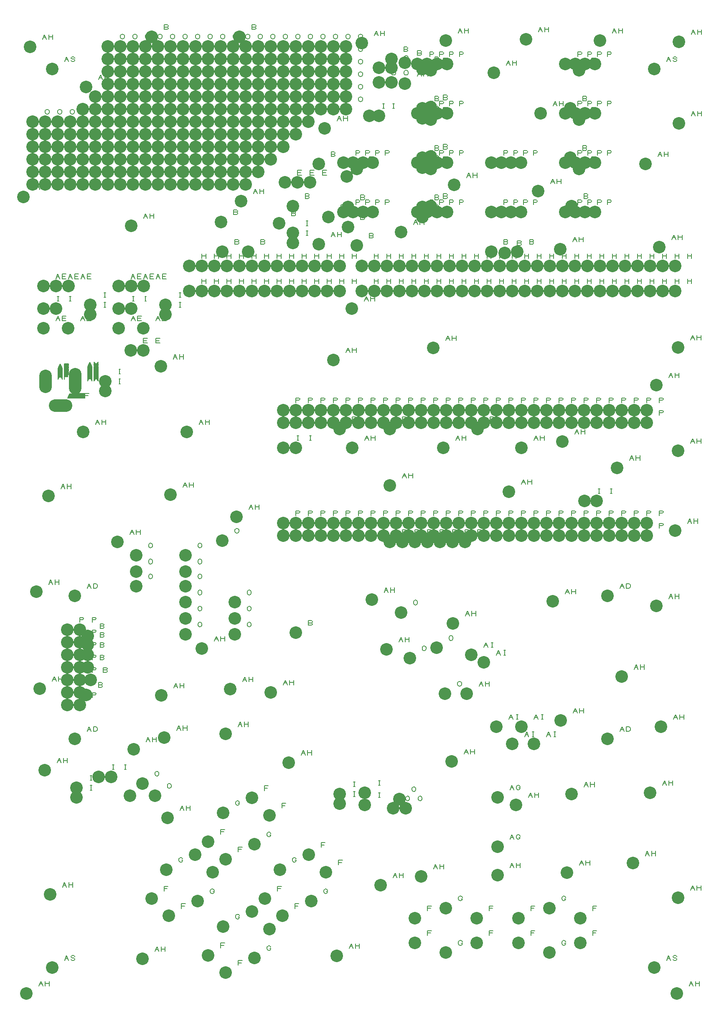
<source format=gbr>
%FSLAX33Y33*%
%MOMM*%
G04 EasyPC Gerber Version 17.0 Build 3379 *
%ADD87C,0.12700*%
%ADD86C,2.54000*%
X0Y0D02*
D02*
D86*
X5275Y167200D03*
X5910Y5910D03*
X6600Y197600D03*
X7180Y169740D03*
Y172280D03*
Y174820D03*
Y177360D03*
Y179900D03*
Y182440D03*
X7860Y87220D03*
X8600Y67600D03*
X9310Y149100D03*
X9350Y140600D03*
Y144600D03*
X9600Y51100D03*
X9720Y169740D03*
Y172280D03*
Y174820D03*
Y177360D03*
Y179900D03*
Y182440D03*
X9800Y128750D03*
Y128850D03*
Y128950D03*
Y129050D03*
Y129150D03*
Y129250D03*
Y129350D03*
Y129450D03*
Y129550D03*
Y129650D03*
Y129750D03*
Y129850D03*
Y129950D03*
Y130050D03*
Y130150D03*
Y130250D03*
Y130350D03*
Y130450D03*
Y130550D03*
Y130650D03*
Y130750D03*
Y130850D03*
Y130950D03*
X10350Y106600D03*
X10673Y25913D03*
X11100Y11100D03*
Y193100D03*
X11750Y124950D03*
D03*
X11850D03*
Y144600D03*
Y149100D03*
X11950Y124950D03*
X12050D03*
X12150D03*
X12250D03*
X12260Y169740D03*
Y172280D03*
Y174820D03*
Y177360D03*
Y179900D03*
Y182440D03*
X12350Y124950D03*
X12450D03*
D03*
X12550D03*
X12650D03*
X12750D03*
X12850D03*
X12950D03*
X13050D03*
X13150D03*
X13250D03*
X13350D03*
X13450D03*
X13550D03*
D03*
X13650D03*
X13750D03*
X13850D03*
X13950D03*
X14165Y64330D03*
Y66870D03*
Y69410D03*
Y71950D03*
Y74490D03*
Y77030D03*
Y79570D03*
X14350Y140600D03*
X14390Y149100D03*
X14800Y169740D03*
Y172280D03*
Y174820D03*
Y177360D03*
Y179900D03*
Y182440D03*
X15665Y57430D03*
Y86430D03*
X15800Y128450D03*
Y128550D03*
Y128650D03*
Y128750D03*
Y128850D03*
Y128950D03*
Y129050D03*
Y129150D03*
Y129250D03*
Y129350D03*
Y129450D03*
Y129550D03*
Y129650D03*
Y129750D03*
Y129850D03*
Y129950D03*
Y130050D03*
Y130150D03*
Y130250D03*
Y130350D03*
Y130450D03*
Y130550D03*
Y130650D03*
Y130750D03*
Y130850D03*
Y130950D03*
Y131050D03*
Y131150D03*
Y131250D03*
X16070Y45550D03*
Y47550D03*
X16705Y64330D03*
Y66870D03*
Y69410D03*
Y71950D03*
Y74490D03*
Y77030D03*
Y79570D03*
X17340Y169740D03*
Y172280D03*
Y174820D03*
Y177360D03*
Y179900D03*
Y182440D03*
Y184980D03*
X17350Y119600D03*
X17970Y66374D03*
X17975Y189425D03*
X18287Y76530D03*
X18293Y71950D03*
Y74490D03*
Y78300D03*
X18850Y143350D03*
Y145350D03*
X18927Y69410D03*
X19880Y169740D03*
Y172280D03*
Y174820D03*
Y177360D03*
Y179900D03*
Y182440D03*
Y184980D03*
Y187520D03*
X20515Y49725D03*
X21850Y127850D03*
Y129850D03*
X22420Y169740D03*
Y172280D03*
Y174820D03*
Y177360D03*
Y179900D03*
Y182440D03*
Y184980D03*
Y187520D03*
Y190060D03*
Y192600D03*
Y195140D03*
Y197680D03*
X23015Y49725D03*
X24350Y97350D03*
X24560Y149100D03*
X24600Y140600D03*
Y144600D03*
X24960Y169740D03*
Y172280D03*
Y174820D03*
Y177360D03*
Y179900D03*
Y182440D03*
Y184980D03*
Y187520D03*
Y190060D03*
Y192600D03*
Y195140D03*
Y197680D03*
X26905Y45915D03*
X27060Y136100D03*
X27100Y144600D03*
Y149100D03*
Y161350D03*
X27500Y169740D03*
Y172280D03*
Y174820D03*
Y177360D03*
Y179900D03*
Y182440D03*
Y184980D03*
Y187520D03*
Y190060D03*
Y192600D03*
Y195140D03*
Y197680D03*
X27600Y55350D03*
X28100Y88350D03*
Y91350D03*
Y94600D03*
X29405Y12895D03*
Y48415D03*
X29600Y136100D03*
Y140600D03*
X29640Y149100D03*
X30040Y169740D03*
Y172280D03*
Y174820D03*
Y177360D03*
Y179900D03*
Y182440D03*
Y184980D03*
Y187520D03*
Y190060D03*
Y192600D03*
Y195140D03*
Y197680D03*
X31231Y25131D03*
X31310Y199585D03*
X31905Y45915D03*
X32580Y169740D03*
Y172280D03*
Y174820D03*
Y177360D03*
Y179900D03*
Y182440D03*
Y184980D03*
Y187520D03*
Y190060D03*
Y192600D03*
Y195140D03*
Y197680D03*
X33100Y132850D03*
X33215Y66235D03*
X33850Y57663D03*
X34100Y143350D03*
Y145350D03*
X34236Y30964D03*
X34485Y41470D03*
X34766Y21595D03*
X35120Y106875D03*
Y169740D03*
Y172280D03*
Y174820D03*
Y177360D03*
Y179900D03*
Y182440D03*
Y184980D03*
Y187520D03*
Y190060D03*
Y192600D03*
Y195140D03*
Y197680D03*
X37660Y169740D03*
Y172280D03*
Y174820D03*
Y177360D03*
Y179900D03*
Y182440D03*
Y184980D03*
Y187520D03*
Y190060D03*
Y192600D03*
Y195140D03*
Y197680D03*
X38100Y78600D03*
Y81850D03*
Y85100D03*
Y88350D03*
Y91350D03*
Y94600D03*
X38350Y119600D03*
X38930Y148150D03*
Y153230D03*
X40070Y33969D03*
X40200Y169740D03*
Y172280D03*
Y174820D03*
Y177360D03*
Y179900D03*
Y182440D03*
Y184980D03*
Y187520D03*
Y190060D03*
Y192600D03*
Y195140D03*
Y197680D03*
X40600Y24600D03*
X41470Y75760D03*
Y148150D03*
Y153230D03*
X42731Y36631D03*
X42731Y13630D03*
X42740Y169740D03*
Y172280D03*
Y174820D03*
Y177360D03*
Y179900D03*
Y182440D03*
Y184980D03*
Y187520D03*
Y190060D03*
Y192600D03*
Y195140D03*
Y197680D03*
X43605Y30434D03*
X44010Y148150D03*
Y153230D03*
X45280Y169740D03*
Y172280D03*
Y174820D03*
Y177360D03*
Y179900D03*
Y182440D03*
Y184980D03*
Y187520D03*
Y190060D03*
Y192600D03*
Y195140D03*
Y197680D03*
X45350Y162100D03*
X45600Y97600D03*
Y156100D03*
X45736Y42464D03*
X45736Y19464D03*
X46260Y58420D03*
X46266Y33095D03*
X46267Y10095D03*
X46550Y148150D03*
Y153230D03*
X47185Y67505D03*
X47820Y169740D03*
Y172280D03*
Y174820D03*
Y177360D03*
Y179900D03*
Y182440D03*
Y184980D03*
Y187520D03*
Y190060D03*
Y192600D03*
Y195140D03*
Y197680D03*
X48100Y78600D03*
Y81850D03*
Y85100D03*
X48455Y102430D03*
X49090Y148150D03*
Y153230D03*
Y199585D03*
X49350Y166350D03*
X50360Y169740D03*
Y172280D03*
Y174820D03*
Y177360D03*
Y179900D03*
Y182440D03*
Y184980D03*
Y187520D03*
Y190060D03*
Y192600D03*
Y195140D03*
Y197680D03*
X50850Y156100D03*
X51569Y45469D03*
X51570Y22469D03*
X51630Y148150D03*
Y153230D03*
X52100Y36100D03*
X52100Y13100D03*
X52900Y172280D03*
Y174820D03*
Y177360D03*
Y179900D03*
Y182440D03*
Y184980D03*
Y187520D03*
Y190060D03*
Y192600D03*
Y195140D03*
Y197680D03*
X54170Y148150D03*
Y153230D03*
X54231Y25130D03*
X55105Y41934D03*
X55105Y18933D03*
X55440Y66870D03*
Y174820D03*
Y177360D03*
Y179900D03*
Y182440D03*
Y184980D03*
Y187520D03*
Y190060D03*
Y192600D03*
Y195140D03*
Y197680D03*
X56710Y148150D03*
Y153230D03*
X57100Y161850D03*
X57236Y30964D03*
X57767Y21595D03*
X57980Y98620D03*
Y101160D03*
Y116400D03*
Y121480D03*
Y124020D03*
Y177360D03*
Y179900D03*
Y182440D03*
Y184980D03*
Y187520D03*
Y190060D03*
Y192600D03*
Y195140D03*
Y197680D03*
X58310Y170100D03*
X59060Y52660D03*
X59250Y148150D03*
Y153230D03*
X59850Y157850D03*
Y159850D03*
Y165350D03*
X60480Y116400D03*
X60520Y78935D03*
Y98620D03*
Y101160D03*
Y121480D03*
Y124020D03*
Y179900D03*
Y182440D03*
Y184980D03*
Y187520D03*
Y190060D03*
Y192600D03*
Y195140D03*
Y197680D03*
X60850Y170100D03*
X61790Y148150D03*
Y153230D03*
X63060Y98620D03*
Y101160D03*
Y121480D03*
Y124020D03*
Y182440D03*
Y184980D03*
Y187520D03*
Y190060D03*
Y192600D03*
Y195140D03*
Y197680D03*
X63070Y33969D03*
X63390Y170100D03*
X63600Y24600D03*
X64330Y148150D03*
Y153230D03*
X65100Y157600D03*
Y173850D03*
X65600Y98620D03*
Y101160D03*
Y121480D03*
Y124020D03*
Y184980D03*
Y187520D03*
Y190060D03*
Y192600D03*
Y195140D03*
Y197680D03*
X66350Y181100D03*
X66605Y30433D03*
X66870Y148150D03*
Y153230D03*
X67100Y163100D03*
X68140Y98620D03*
Y101160D03*
Y121480D03*
Y124020D03*
Y134180D03*
Y184980D03*
Y187520D03*
Y190060D03*
Y192600D03*
Y195140D03*
Y197680D03*
X68775Y13530D03*
X69410Y44280D03*
Y46280D03*
Y120210D03*
Y148150D03*
Y153230D03*
X70100Y164100D03*
Y174100D03*
X70680Y98620D03*
Y101160D03*
Y121480D03*
Y124020D03*
Y184980D03*
Y187520D03*
Y190060D03*
Y192600D03*
Y195140D03*
Y197680D03*
X70850Y171350D03*
X71100Y161100D03*
Y165100D03*
X71850Y144600D03*
X71950Y116400D03*
X72100Y164100D03*
Y174100D03*
X72850Y157350D03*
Y172850D03*
X73220Y98620D03*
Y101160D03*
Y121480D03*
Y124020D03*
X73855Y148150D03*
Y153230D03*
Y198315D03*
X74100Y164100D03*
Y174100D03*
X74490Y44050D03*
Y46550D03*
X75350Y183600D03*
X75760Y98620D03*
Y101160D03*
Y121480D03*
Y124020D03*
X75850Y85600D03*
X76100Y164100D03*
Y174100D03*
X76395Y148150D03*
Y153230D03*
X77350Y183600D03*
Y190350D03*
Y193350D03*
X77665Y27818D03*
X78300Y98620D03*
Y101160D03*
Y121480D03*
Y124020D03*
X78850Y75600D03*
X78935Y148150D03*
Y153230D03*
X79570Y97350D03*
Y108780D03*
Y120210D03*
X79850Y195100D03*
X79890Y190350D03*
Y193350D03*
X80205Y43375D03*
X80840Y98620D03*
Y101160D03*
Y121480D03*
Y124020D03*
X81475Y45280D03*
Y148150D03*
Y153230D03*
X81804Y83054D03*
X81850Y160100D03*
X82110Y97350D03*
X82600Y190100D03*
Y194350D03*
X82745Y43375D03*
X83380Y98620D03*
Y101160D03*
Y121480D03*
Y124020D03*
X83554Y73804D03*
X84015Y148150D03*
Y153230D03*
X84650Y16150D03*
Y21150D03*
Y97350D03*
X85100Y164100D03*
Y174100D03*
Y184100D03*
Y194100D03*
X85850Y29600D03*
X85920Y98620D03*
Y101160D03*
Y121480D03*
Y124020D03*
X86100Y163100D03*
Y165100D03*
Y173100D03*
Y175100D03*
Y183100D03*
Y185100D03*
Y193100D03*
X86555Y148150D03*
Y153230D03*
X87100Y164100D03*
Y174100D03*
Y184100D03*
Y194100D03*
X87190Y97350D03*
X87850Y165350D03*
Y172850D03*
Y175350D03*
Y182850D03*
Y185350D03*
Y192850D03*
X88350Y136600D03*
X88460Y98620D03*
Y101160D03*
Y121480D03*
Y124020D03*
X88988Y75870D03*
X89095Y148150D03*
Y153230D03*
X89100Y164100D03*
Y174100D03*
Y184100D03*
Y194100D03*
X89730Y97350D03*
X90365Y116400D03*
X90738Y66620D03*
X90850Y198850D03*
X90900Y14150D03*
Y23150D03*
X91000Y98620D03*
Y101160D03*
Y121480D03*
Y124020D03*
X91100Y164100D03*
Y174100D03*
Y184100D03*
Y194100D03*
X91635Y148150D03*
Y153230D03*
X92100Y52850D03*
X92270Y97350D03*
X92350Y80850D03*
X92600Y169600D03*
X93540Y98620D03*
Y101160D03*
Y121480D03*
Y124020D03*
X94175Y148150D03*
Y153230D03*
X94810Y97350D03*
X95100Y66600D03*
X96080Y74490D03*
Y98620D03*
Y101160D03*
Y121480D03*
Y124020D03*
X96715Y148150D03*
Y153230D03*
X97150Y16150D03*
Y21150D03*
X97350Y120210D03*
X98620Y72903D03*
Y98620D03*
Y101160D03*
Y121480D03*
Y124020D03*
X99255Y148150D03*
Y153230D03*
X100100Y156100D03*
Y164100D03*
Y174100D03*
X100600Y192350D03*
X101160Y59885D03*
Y98620D03*
Y101160D03*
Y121480D03*
Y124020D03*
X101350Y29850D03*
Y35600D03*
Y45600D03*
X101795Y148150D03*
Y153230D03*
X102100Y164100D03*
Y174100D03*
X102850Y155850D03*
X103700Y98620D03*
Y101160D03*
Y107510D03*
Y121480D03*
Y124020D03*
X104100Y164100D03*
Y174100D03*
X104335Y56393D03*
Y148150D03*
Y153230D03*
X105100Y44100D03*
X105350Y156100D03*
X105605Y16150D03*
Y21150D03*
X106100Y164100D03*
Y174100D03*
X106240Y59885D03*
Y98620D03*
Y101160D03*
Y116400D03*
Y121480D03*
Y124020D03*
X106875Y148150D03*
Y153230D03*
X107100Y199100D03*
X108780Y56393D03*
Y98620D03*
Y101160D03*
Y121480D03*
Y124020D03*
X109415Y148150D03*
Y153230D03*
X109600Y168350D03*
X110100Y184100D03*
X111320Y98620D03*
Y101160D03*
Y121480D03*
Y124020D03*
X111855Y14150D03*
Y23150D03*
X111955Y148150D03*
Y153230D03*
X112590Y85285D03*
X113860Y98620D03*
Y101160D03*
Y121480D03*
Y124020D03*
X114100Y156600D03*
X114177Y61155D03*
X114495Y117670D03*
Y148150D03*
Y153230D03*
X115100Y164100D03*
Y174100D03*
Y184100D03*
Y194100D03*
X115448Y30358D03*
X116100Y175100D03*
Y185100D03*
X116350Y165350D03*
X116400Y46233D03*
Y98620D03*
Y101160D03*
Y121480D03*
Y124020D03*
X117035Y148150D03*
Y153230D03*
X117100Y164100D03*
Y174100D03*
Y184100D03*
Y194100D03*
X117850Y172850D03*
Y182850D03*
Y192850D03*
X118105Y16150D03*
Y21150D03*
X118940Y98620D03*
Y101160D03*
Y121480D03*
Y124020D03*
X118980Y105605D03*
X119100Y164100D03*
Y174100D03*
Y184100D03*
Y194100D03*
X119575Y148150D03*
Y153230D03*
X121100Y164100D03*
Y174100D03*
Y184100D03*
Y194100D03*
X121480Y98620D03*
Y101160D03*
Y105605D03*
Y121480D03*
Y124020D03*
X122100Y198850D03*
X122115Y148150D03*
Y153230D03*
X123665Y57430D03*
Y86430D03*
X124020Y98620D03*
Y101160D03*
Y121480D03*
Y124020D03*
X124655Y148150D03*
Y153230D03*
X125600Y112350D03*
X126521Y70024D03*
X126560Y98620D03*
Y101160D03*
Y121480D03*
Y124020D03*
X127195Y148150D03*
Y153230D03*
X128783Y32263D03*
X129100Y98620D03*
Y101160D03*
Y121480D03*
Y124020D03*
X129735Y148150D03*
Y153230D03*
X131350Y173850D03*
X131640Y98620D03*
Y101160D03*
Y121480D03*
Y124020D03*
X132275Y46550D03*
Y148150D03*
Y153230D03*
X133100Y11100D03*
Y193100D03*
X133545Y84333D03*
Y129100D03*
X134180Y157040D03*
X134498Y59885D03*
X134815Y148150D03*
Y153230D03*
X137355Y99573D03*
Y148150D03*
Y153230D03*
X137673Y5910D03*
X137990Y25278D03*
Y115765D03*
Y136720D03*
X138100Y182100D03*
Y198600D03*
D02*
D87*
X7815Y168708D02*
X8212Y169661D01*
X8609Y168708*
X7974Y169105D02*
X8450D01*
X9085Y168708D02*
Y169661D01*
Y169184D02*
X9879D01*
Y168708D02*
Y169661D01*
X8450Y7418D02*
X8847Y8371D01*
X9244Y7418*
X8609Y7815D02*
X9085D01*
X9720Y7418D02*
Y8371D01*
Y7894D02*
X10514D01*
Y7418D02*
Y8371D01*
X9140Y199108D02*
X9537Y200061D01*
X9934Y199108*
X9299Y199505D02*
X9775D01*
X10410Y199108D02*
Y200061D01*
Y199584D02*
X11204D01*
Y199108D02*
Y200061D01*
X9720Y171566D02*
Y171883D01*
X9799Y172042*
X9879Y172121*
X10038Y172201*
X10196*
X10355Y172121*
X10434Y172042*
X10514Y171883*
Y171566*
X10434Y171407*
X10355Y171328*
X10196Y171248*
X10038*
X9879Y171328*
X9799Y171407*
X9720Y171566*
Y174106D02*
Y174423D01*
X9799Y174582*
X9879Y174661*
X10038Y174741*
X10196*
X10355Y174661*
X10434Y174582*
X10514Y174423*
Y174106*
X10434Y173947*
X10355Y173868*
X10196Y173788*
X10038*
X9879Y173868*
X9799Y173947*
X9720Y174106*
Y176646D02*
Y176963D01*
X9799Y177122*
X9879Y177201*
X10038Y177281*
X10196*
X10355Y177201*
X10434Y177122*
X10514Y176963*
Y176646*
X10434Y176487*
X10355Y176408*
X10196Y176328*
X10038*
X9879Y176408*
X9799Y176487*
X9720Y176646*
Y179186D02*
Y179503D01*
X9799Y179662*
X9879Y179741*
X10038Y179821*
X10196*
X10355Y179741*
X10434Y179662*
X10514Y179503*
Y179186*
X10434Y179027*
X10355Y178948*
X10196Y178868*
X10038*
X9879Y178948*
X9799Y179027*
X9720Y179186*
Y181726D02*
Y182043D01*
X9799Y182202*
X9879Y182281*
X10038Y182361*
X10196*
X10355Y182281*
X10434Y182202*
X10514Y182043*
Y181726*
X10434Y181567*
X10355Y181488*
X10196Y181408*
X10038*
X9879Y181488*
X9799Y181567*
X9720Y181726*
Y184266D02*
Y184583D01*
X9799Y184742*
X9879Y184821*
X10038Y184901*
X10196*
X10355Y184821*
X10434Y184742*
X10514Y184583*
Y184266*
X10434Y184107*
X10355Y184028*
X10196Y183948*
X10038*
X9879Y184028*
X9799Y184107*
X9720Y184266*
X10400Y88728D02*
X10797Y89681D01*
X11194Y88728*
X10559Y89125D02*
X11035D01*
X11670Y88728D02*
Y89681D01*
Y89204D02*
X12464D01*
Y88728D02*
Y89681D01*
X11140Y69108D02*
X11537Y70061D01*
X11934Y69108*
X11299Y69505D02*
X11775D01*
X12410Y69108D02*
Y70061D01*
Y69584D02*
X13204D01*
Y69108D02*
Y70061D01*
X11850Y150608D02*
X12247Y151561D01*
X12644Y150608*
X12009Y151005D02*
X12485D01*
X13120Y150608D02*
Y151561D01*
X13914*
X13755Y151084D02*
X13120D01*
Y150608D02*
X13914D01*
X11890Y142108D02*
X12287Y143061D01*
X12684Y142108*
X12049Y142505D02*
X12525D01*
X13160Y142108D02*
Y143061D01*
X13954*
X13795Y142584D02*
X13160D01*
Y142108D02*
X13954D01*
X12128Y146108D02*
X12446D01*
X12287D02*
Y147061D01*
X12128D02*
X12446D01*
X12140Y52608D02*
X12537Y53561D01*
X12934Y52608*
X12299Y53005D02*
X12775D01*
X13410Y52608D02*
Y53561D01*
Y53084D02*
X14204D01*
Y52608D02*
Y53561D01*
X12260Y171566D02*
Y171883D01*
X12339Y172042*
X12419Y172121*
X12578Y172201*
X12736*
X12895Y172121*
X12974Y172042*
X13054Y171883*
Y171566*
X12974Y171407*
X12895Y171328*
X12736Y171248*
X12578*
X12419Y171328*
X12339Y171407*
X12260Y171566*
Y174106D02*
Y174423D01*
X12339Y174582*
X12419Y174661*
X12578Y174741*
X12736*
X12895Y174661*
X12974Y174582*
X13054Y174423*
Y174106*
X12974Y173947*
X12895Y173868*
X12736Y173788*
X12578*
X12419Y173868*
X12339Y173947*
X12260Y174106*
Y176646D02*
Y176963D01*
X12339Y177122*
X12419Y177201*
X12578Y177281*
X12736*
X12895Y177201*
X12974Y177122*
X13054Y176963*
Y176646*
X12974Y176487*
X12895Y176408*
X12736Y176328*
X12578*
X12419Y176408*
X12339Y176487*
X12260Y176646*
Y179186D02*
Y179503D01*
X12339Y179662*
X12419Y179741*
X12578Y179821*
X12736*
X12895Y179741*
X12974Y179662*
X13054Y179503*
Y179186*
X12974Y179027*
X12895Y178948*
X12736Y178868*
X12578*
X12419Y178948*
X12339Y179027*
X12260Y179186*
Y181726D02*
Y182043D01*
X12339Y182202*
X12419Y182281*
X12578Y182361*
X12736*
X12895Y182281*
X12974Y182202*
X13054Y182043*
Y181726*
X12974Y181567*
X12895Y181488*
X12736Y181408*
X12578*
X12419Y181488*
X12339Y181567*
X12260Y181726*
Y184266D02*
Y184583D01*
X12339Y184742*
X12419Y184821*
X12578Y184901*
X12736*
X12895Y184821*
X12974Y184742*
X13054Y184583*
Y184266*
X12974Y184107*
X12895Y184028*
X12736Y183948*
X12578*
X12419Y184028*
X12339Y184107*
X12260Y184266*
X12340Y130258D02*
X12737Y131211D01*
X13134Y130258*
X12499Y130655D02*
X12975D01*
X13610Y130258D02*
Y131211D01*
X14404*
X14245Y130734D02*
X13610D01*
X12340Y130358D02*
X12737Y131311D01*
X13134Y130358*
X12499Y130755D02*
X12975D01*
X13610Y130358D02*
Y131311D01*
X14404*
X14245Y130834D02*
X13610D01*
X12340Y130458D02*
X12737Y131411D01*
X13134Y130458*
X12499Y130855D02*
X12975D01*
X13610Y130458D02*
Y131411D01*
X14404*
X14245Y130934D02*
X13610D01*
X12340Y130558D02*
X12737Y131511D01*
X13134Y130558*
X12499Y130955D02*
X12975D01*
X13610Y130558D02*
Y131511D01*
X14404*
X14245Y131034D02*
X13610D01*
X12340Y130658D02*
X12737Y131611D01*
X13134Y130658*
X12499Y131055D02*
X12975D01*
X13610Y130658D02*
Y131611D01*
X14404*
X14245Y131134D02*
X13610D01*
X12340Y130758D02*
X12737Y131711D01*
X13134Y130758*
X12499Y131155D02*
X12975D01*
X13610Y130758D02*
Y131711D01*
X14404*
X14245Y131234D02*
X13610D01*
X12340Y130858D02*
X12737Y131811D01*
X13134Y130858*
X12499Y131255D02*
X12975D01*
X13610Y130858D02*
Y131811D01*
X14404*
X14245Y131334D02*
X13610D01*
X12340Y130958D02*
X12737Y131911D01*
X13134Y130958*
X12499Y131355D02*
X12975D01*
X13610Y130958D02*
Y131911D01*
X14404*
X14245Y131434D02*
X13610D01*
X12340Y131058D02*
X12737Y132011D01*
X13134Y131058*
X12499Y131455D02*
X12975D01*
X13610Y131058D02*
Y132011D01*
X14404*
X14245Y131534D02*
X13610D01*
X12340Y131158D02*
X12737Y132111D01*
X13134Y131158*
X12499Y131555D02*
X12975D01*
X13610Y131158D02*
Y132111D01*
X14404*
X14245Y131634D02*
X13610D01*
X12340Y131258D02*
X12737Y132211D01*
X13134Y131258*
X12499Y131655D02*
X12975D01*
X13610Y131258D02*
Y132211D01*
X14404*
X14245Y131734D02*
X13610D01*
X12340Y131358D02*
X12737Y132311D01*
X13134Y131358*
X12499Y131755D02*
X12975D01*
X13610Y131358D02*
Y132311D01*
X14404*
X14245Y131834D02*
X13610D01*
X12340Y131458D02*
X12737Y132411D01*
X13134Y131458*
X12499Y131855D02*
X12975D01*
X13610Y131458D02*
Y132411D01*
X14404*
X14245Y131934D02*
X13610D01*
X12340Y131558D02*
X12737Y132511D01*
X13134Y131558*
X12499Y131955D02*
X12975D01*
X13610Y131558D02*
Y132511D01*
X14404*
X14245Y132034D02*
X13610D01*
X12340Y131658D02*
X12737Y132611D01*
X13134Y131658*
X12499Y132055D02*
X12975D01*
X13610Y131658D02*
Y132611D01*
X14404*
X14245Y132134D02*
X13610D01*
X12340Y131758D02*
X12737Y132711D01*
X13134Y131758*
X12499Y132155D02*
X12975D01*
X13610Y131758D02*
Y132711D01*
X14404*
X14245Y132234D02*
X13610D01*
X12340Y131858D02*
X12737Y132811D01*
X13134Y131858*
X12499Y132255D02*
X12975D01*
X13610Y131858D02*
Y132811D01*
X14404*
X14245Y132334D02*
X13610D01*
X12340Y131958D02*
X12737Y132911D01*
X13134Y131958*
X12499Y132355D02*
X12975D01*
X13610Y131958D02*
Y132911D01*
X14404*
X14245Y132434D02*
X13610D01*
X12340Y132058D02*
X12737Y133011D01*
X13134Y132058*
X12499Y132455D02*
X12975D01*
X13610Y132058D02*
Y133011D01*
X14404*
X14245Y132534D02*
X13610D01*
X12340Y132158D02*
X12737Y133111D01*
X13134Y132158*
X12499Y132555D02*
X12975D01*
X13610Y132158D02*
Y133111D01*
X14404*
X14245Y132634D02*
X13610D01*
X12340Y132258D02*
X12737Y133211D01*
X13134Y132258*
X12499Y132655D02*
X12975D01*
X13610Y132258D02*
Y133211D01*
X14404*
X14245Y132734D02*
X13610D01*
X12340Y132358D02*
X12737Y133311D01*
X13134Y132358*
X12499Y132755D02*
X12975D01*
X13610Y132358D02*
Y133311D01*
X14404*
X14245Y132834D02*
X13610D01*
X12340Y132458D02*
X12737Y133411D01*
X13134Y132458*
X12499Y132855D02*
X12975D01*
X13610Y132458D02*
Y133411D01*
X14404*
X14245Y132934D02*
X13610D01*
X12890Y108108D02*
X13287Y109061D01*
X13684Y108108*
X13049Y108505D02*
X13525D01*
X14160Y108108D02*
Y109061D01*
Y108584D02*
X14954D01*
Y108108D02*
Y109061D01*
X13213Y27421D02*
X13609Y28373D01*
X14006Y27421*
X13371Y27818D02*
X13848D01*
X14483Y27421D02*
Y28373D01*
Y27897D02*
X15276D01*
Y27421D02*
Y28373D01*
X13640Y12608D02*
X14037Y13561D01*
X14434Y12608*
X13799Y13005D02*
X14275D01*
X14910Y12846D02*
X14989Y12688D01*
X15148Y12608*
X15466*
X15624Y12688*
X15704Y12846*
X15624Y13005*
X15466Y13084*
X15148*
X14989Y13164*
X14910Y13323*
X14989Y13481*
X15148Y13561*
X15466*
X15624Y13481*
X15704Y13323*
X13640Y194608D02*
X14037Y195561D01*
X14434Y194608*
X13799Y195005D02*
X14275D01*
X14910Y194846D02*
X14989Y194688D01*
X15148Y194608*
X15466*
X15624Y194688*
X15704Y194846*
X15624Y195005*
X15466Y195084*
X15148*
X14989Y195164*
X14910Y195323*
X14989Y195481*
X15148Y195561*
X15466*
X15624Y195481*
X15704Y195323*
X14290Y126458D02*
X14687Y127411D01*
X15084Y126458*
X14449Y126855D02*
X14925D01*
X15560Y126458D02*
Y127411D01*
X16354*
X16195Y126934D02*
X15560D01*
X14290Y126458D02*
X14687Y127411D01*
X15084Y126458*
X14449Y126855D02*
X14925D01*
X15560Y126458D02*
Y127411D01*
X16354*
X16195Y126934D02*
X15560D01*
X14390Y126458D02*
X14787Y127411D01*
X15184Y126458*
X14549Y126855D02*
X15025D01*
X15660Y126458D02*
Y127411D01*
X16454*
X16295Y126934D02*
X15660D01*
X14628Y146108D02*
X14946D01*
X14787D02*
Y147061D01*
X14628D02*
X14946D01*
X14390Y150608D02*
X14787Y151561D01*
X15184Y150608*
X14549Y151005D02*
X15025D01*
X15660Y150608D02*
Y151561D01*
X16454*
X16295Y151084D02*
X15660D01*
Y150608D02*
X16454D01*
X14490Y126458D02*
X14887Y127411D01*
X15284Y126458*
X14649Y126855D02*
X15125D01*
X15760Y126458D02*
Y127411D01*
X16554*
X16395Y126934D02*
X15760D01*
X14590Y126458D02*
X14987Y127411D01*
X15384Y126458*
X14749Y126855D02*
X15225D01*
X15860Y126458D02*
Y127411D01*
X16654*
X16495Y126934D02*
X15860D01*
X14690Y126458D02*
X15087Y127411D01*
X15484Y126458*
X14849Y126855D02*
X15325D01*
X15960Y126458D02*
Y127411D01*
X16754*
X16595Y126934D02*
X15960D01*
X14790Y126458D02*
X15187Y127411D01*
X15584Y126458*
X14949Y126855D02*
X15425D01*
X16060Y126458D02*
Y127411D01*
X16854*
X16695Y126934D02*
X16060D01*
X14800Y171566D02*
Y171883D01*
X14879Y172042*
X14959Y172121*
X15118Y172201*
X15276*
X15435Y172121*
X15514Y172042*
X15594Y171883*
Y171566*
X15514Y171407*
X15435Y171328*
X15276Y171248*
X15118*
X14959Y171328*
X14879Y171407*
X14800Y171566*
Y174106D02*
Y174423D01*
X14879Y174582*
X14959Y174661*
X15118Y174741*
X15276*
X15435Y174661*
X15514Y174582*
X15594Y174423*
Y174106*
X15514Y173947*
X15435Y173868*
X15276Y173788*
X15118*
X14959Y173868*
X14879Y173947*
X14800Y174106*
Y176646D02*
Y176963D01*
X14879Y177122*
X14959Y177201*
X15118Y177281*
X15276*
X15435Y177201*
X15514Y177122*
X15594Y176963*
Y176646*
X15514Y176487*
X15435Y176408*
X15276Y176328*
X15118*
X14959Y176408*
X14879Y176487*
X14800Y176646*
Y179186D02*
Y179503D01*
X14879Y179662*
X14959Y179741*
X15118Y179821*
X15276*
X15435Y179741*
X15514Y179662*
X15594Y179503*
Y179186*
X15514Y179027*
X15435Y178948*
X15276Y178868*
X15118*
X14959Y178948*
X14879Y179027*
X14800Y179186*
Y181726D02*
Y182043D01*
X14879Y182202*
X14959Y182281*
X15118Y182361*
X15276*
X15435Y182281*
X15514Y182202*
X15594Y182043*
Y181726*
X15514Y181567*
X15435Y181488*
X15276Y181408*
X15118*
X14959Y181488*
X14879Y181567*
X14800Y181726*
Y184266D02*
Y184583D01*
X14879Y184742*
X14959Y184821*
X15118Y184901*
X15276*
X15435Y184821*
X15514Y184742*
X15594Y184583*
Y184266*
X15514Y184107*
X15435Y184028*
X15276Y183948*
X15118*
X14959Y184028*
X14879Y184107*
X14800Y184266*
X14890Y126458D02*
X15287Y127411D01*
X15684Y126458*
X15049Y126855D02*
X15525D01*
X16160Y126458D02*
Y127411D01*
X16954*
X16795Y126934D02*
X16160D01*
X14990Y126458D02*
X15387Y127411D01*
X15784Y126458*
X15149Y126855D02*
X15625D01*
X16260Y126458D02*
Y127411D01*
X17054*
X16895Y126934D02*
X16260D01*
X14990Y126458D02*
X15387Y127411D01*
X15784Y126458*
X15149Y126855D02*
X15625D01*
X16260Y126458D02*
Y127411D01*
X17054*
X16895Y126934D02*
X16260D01*
X15090Y126458D02*
X15487Y127411D01*
X15884Y126458*
X15249Y126855D02*
X15725D01*
X16360Y126458D02*
Y127411D01*
X17154*
X16995Y126934D02*
X16360D01*
X15190Y126458D02*
X15587Y127411D01*
X15984Y126458*
X15349Y126855D02*
X15825D01*
X16460Y126458D02*
Y127411D01*
X17254*
X17095Y126934D02*
X16460D01*
X15290Y126458D02*
X15687Y127411D01*
X16084Y126458*
X15449Y126855D02*
X15925D01*
X16560Y126458D02*
Y127411D01*
X17354*
X17195Y126934D02*
X16560D01*
X15390Y126458D02*
X15787Y127411D01*
X16184Y126458*
X15549Y126855D02*
X16025D01*
X16660Y126458D02*
Y127411D01*
X17454*
X17295Y126934D02*
X16660D01*
X15490Y126458D02*
X15887Y127411D01*
X16284Y126458*
X15649Y126855D02*
X16125D01*
X16760Y126458D02*
Y127411D01*
X17554*
X17395Y126934D02*
X16760D01*
X15590Y126458D02*
X15987Y127411D01*
X16384Y126458*
X15749Y126855D02*
X16225D01*
X16860Y126458D02*
Y127411D01*
X17654*
X17495Y126934D02*
X16860D01*
X15690Y126458D02*
X16087Y127411D01*
X16484Y126458*
X15849Y126855D02*
X16325D01*
X16960Y126458D02*
Y127411D01*
X17754*
X17595Y126934D02*
X16960D01*
X15790Y126458D02*
X16187Y127411D01*
X16584Y126458*
X15949Y126855D02*
X16425D01*
X17060Y126458D02*
Y127411D01*
X17854*
X17695Y126934D02*
X17060D01*
X15890Y126458D02*
X16287Y127411D01*
X16684Y126458*
X16049Y126855D02*
X16525D01*
X17160Y126458D02*
Y127411D01*
X17954*
X17795Y126934D02*
X17160D01*
X15990Y126458D02*
X16387Y127411D01*
X16784Y126458*
X16149Y126855D02*
X16625D01*
X17260Y126458D02*
Y127411D01*
X18054*
X17895Y126934D02*
X17260D01*
X16090Y126458D02*
X16487Y127411D01*
X16884Y126458*
X16249Y126855D02*
X16725D01*
X17360Y126458D02*
Y127411D01*
X18154*
X17995Y126934D02*
X17360D01*
X16090Y126458D02*
X16487Y127411D01*
X16884Y126458*
X16249Y126855D02*
X16725D01*
X17360Y126458D02*
Y127411D01*
X18154*
X17995Y126934D02*
X17360D01*
X16190Y126458D02*
X16587Y127411D01*
X16984Y126458*
X16349Y126855D02*
X16825D01*
X17460Y126458D02*
Y127411D01*
X18254*
X18095Y126934D02*
X17460D01*
X16290Y126458D02*
X16687Y127411D01*
X17084Y126458*
X16449Y126855D02*
X16925D01*
X17560Y126458D02*
Y127411D01*
X18354*
X18195Y126934D02*
X17560D01*
X16390Y126458D02*
X16787Y127411D01*
X17184Y126458*
X16549Y126855D02*
X17025D01*
X17660Y126458D02*
Y127411D01*
X18454*
X18295Y126934D02*
X17660D01*
X16490Y126458D02*
X16887Y127411D01*
X17284Y126458*
X16649Y126855D02*
X17125D01*
X17760Y126458D02*
Y127411D01*
X18554*
X18395Y126934D02*
X17760D01*
X16705Y65838D02*
Y66791D01*
X17261*
X17419Y66711*
X17499Y66553*
X17419Y66394*
X17261Y66314*
X16705*
Y68378D02*
Y69331D01*
X17261*
X17419Y69251*
X17499Y69093*
X17419Y68934*
X17261Y68854*
X16705*
Y70918D02*
Y71871D01*
X17261*
X17419Y71791*
X17499Y71632*
X17419Y71474*
X17261Y71394*
X16705*
Y73458D02*
Y74411D01*
X17261*
X17419Y74331*
X17499Y74173*
X17419Y74014*
X17261Y73934*
X16705*
Y75998D02*
Y76951D01*
X17261*
X17419Y76871*
X17499Y76713*
X17419Y76554*
X17261Y76474*
X16705*
Y78538D02*
Y79491D01*
X17261*
X17419Y79411*
X17499Y79253*
X17419Y79094*
X17261Y79014*
X16705*
Y81078D02*
Y82031D01*
X17261*
X17419Y81951*
X17499Y81793*
X17419Y81634*
X17261Y81554*
X16705*
X16890Y142108D02*
X17287Y143061D01*
X17684Y142108*
X17049Y142505D02*
X17525D01*
X18160Y142108D02*
Y143061D01*
X18954*
X18795Y142584D02*
X18160D01*
Y142108D02*
X18954D01*
X16930Y150608D02*
X17327Y151561D01*
X17724Y150608*
X17089Y151005D02*
X17565D01*
X18200Y150608D02*
Y151561D01*
X18994*
X18835Y151084D02*
X18200D01*
Y150608D02*
X18994D01*
X17340Y171566D02*
Y171883D01*
X17419Y172042*
X17499Y172121*
X17658Y172201*
X17816*
X17975Y172121*
X18054Y172042*
X18134Y171883*
Y171566*
X18054Y171407*
X17975Y171328*
X17816Y171248*
X17658*
X17499Y171328*
X17419Y171407*
X17340Y171566*
Y174106D02*
Y174423D01*
X17419Y174582*
X17499Y174661*
X17658Y174741*
X17816*
X17975Y174661*
X18054Y174582*
X18134Y174423*
Y174106*
X18054Y173947*
X17975Y173868*
X17816Y173788*
X17658*
X17499Y173868*
X17419Y173947*
X17340Y174106*
Y176646D02*
Y176963D01*
X17419Y177122*
X17499Y177201*
X17658Y177281*
X17816*
X17975Y177201*
X18054Y177122*
X18134Y176963*
Y176646*
X18054Y176487*
X17975Y176408*
X17816Y176328*
X17658*
X17499Y176408*
X17419Y176487*
X17340Y176646*
Y179186D02*
Y179503D01*
X17419Y179662*
X17499Y179741*
X17658Y179821*
X17816*
X17975Y179741*
X18054Y179662*
X18134Y179503*
Y179186*
X18054Y179027*
X17975Y178948*
X17816Y178868*
X17658*
X17499Y178948*
X17419Y179027*
X17340Y179186*
Y181726D02*
Y182043D01*
X17419Y182202*
X17499Y182281*
X17658Y182361*
X17816*
X17975Y182281*
X18054Y182202*
X18134Y182043*
Y181726*
X18054Y181567*
X17975Y181488*
X17816Y181408*
X17658*
X17499Y181488*
X17419Y181567*
X17340Y181726*
Y184266D02*
Y184583D01*
X17419Y184742*
X17499Y184821*
X17658Y184901*
X17816*
X17975Y184821*
X18054Y184742*
X18134Y184583*
Y184266*
X18054Y184107*
X17975Y184028*
X17816Y183948*
X17658*
X17499Y184028*
X17419Y184107*
X17340Y184266*
X18205Y58938D02*
X18602Y59891D01*
X18999Y58938*
X18364Y59335D02*
X18840D01*
X19475Y58938D02*
Y59891D01*
X19951*
X20110Y59811*
X20189Y59732*
X20269Y59573*
Y59256*
X20189Y59097*
X20110Y59018*
X19951Y58938*
X19475*
X18205Y87938D02*
X18602Y88891D01*
X18999Y87938*
X18364Y88335D02*
X18840D01*
X19475Y87938D02*
Y88891D01*
X19951*
X20110Y88811*
X20189Y88732*
X20269Y88573*
Y88256*
X20189Y88097*
X20110Y88018*
X19951Y87938*
X19475*
X18340Y129958D02*
X18737Y130911D01*
X19134Y129958*
X18499Y130355D02*
X18975D01*
X19610Y129958D02*
X20404Y130911D01*
X19610D02*
X20404Y129958D01*
X18340Y130058D02*
X18737Y131011D01*
X19134Y130058*
X18499Y130455D02*
X18975D01*
X19610Y130058D02*
X20404Y131011D01*
X19610D02*
X20404Y130058D01*
X18340Y130158D02*
X18737Y131111D01*
X19134Y130158*
X18499Y130555D02*
X18975D01*
X19610Y130158D02*
X20404Y131111D01*
X19610D02*
X20404Y130158D01*
X18340Y130258D02*
X18737Y131211D01*
X19134Y130258*
X18499Y130655D02*
X18975D01*
X19610Y130258D02*
X20404Y131211D01*
X19610D02*
X20404Y130258D01*
X18340Y130358D02*
X18737Y131311D01*
X19134Y130358*
X18499Y130755D02*
X18975D01*
X19610Y130358D02*
X20404Y131311D01*
X19610D02*
X20404Y130358D01*
X18340Y130458D02*
X18737Y131411D01*
X19134Y130458*
X18499Y130855D02*
X18975D01*
X19610Y130458D02*
X20404Y131411D01*
X19610D02*
X20404Y130458D01*
X18340Y130558D02*
X18737Y131511D01*
X19134Y130558*
X18499Y130955D02*
X18975D01*
X19610Y130558D02*
X20404Y131511D01*
X19610D02*
X20404Y130558D01*
X18340Y130658D02*
X18737Y131611D01*
X19134Y130658*
X18499Y131055D02*
X18975D01*
X19610Y130658D02*
X20404Y131611D01*
X19610D02*
X20404Y130658D01*
X18340Y130758D02*
X18737Y131711D01*
X19134Y130758*
X18499Y131155D02*
X18975D01*
X19610Y130758D02*
X20404Y131711D01*
X19610D02*
X20404Y130758D01*
X18340Y130858D02*
X18737Y131811D01*
X19134Y130858*
X18499Y131255D02*
X18975D01*
X19610Y130858D02*
X20404Y131811D01*
X19610D02*
X20404Y130858D01*
X18340Y130958D02*
X18737Y131911D01*
X19134Y130958*
X18499Y131355D02*
X18975D01*
X19610Y130958D02*
X20404Y131911D01*
X19610D02*
X20404Y130958D01*
X18340Y131058D02*
X18737Y132011D01*
X19134Y131058*
X18499Y131455D02*
X18975D01*
X19610Y131058D02*
X20404Y132011D01*
X19610D02*
X20404Y131058D01*
X18340Y131158D02*
X18737Y132111D01*
X19134Y131158*
X18499Y131555D02*
X18975D01*
X19610Y131158D02*
X20404Y132111D01*
X19610D02*
X20404Y131158D01*
X18340Y131258D02*
X18737Y132211D01*
X19134Y131258*
X18499Y131655D02*
X18975D01*
X19610Y131258D02*
X20404Y132211D01*
X19610D02*
X20404Y131258D01*
X18340Y131358D02*
X18737Y132311D01*
X19134Y131358*
X18499Y131755D02*
X18975D01*
X19610Y131358D02*
X20404Y132311D01*
X19610D02*
X20404Y131358D01*
X18340Y131458D02*
X18737Y132411D01*
X19134Y131458*
X18499Y131855D02*
X18975D01*
X19610Y131458D02*
X20404Y132411D01*
X19610D02*
X20404Y131458D01*
X18340Y131558D02*
X18737Y132511D01*
X19134Y131558*
X18499Y131955D02*
X18975D01*
X19610Y131558D02*
X20404Y132511D01*
X19610D02*
X20404Y131558D01*
X18340Y131658D02*
X18737Y132611D01*
X19134Y131658*
X18499Y132055D02*
X18975D01*
X19610Y131658D02*
X20404Y132611D01*
X19610D02*
X20404Y131658D01*
X18340Y131758D02*
X18737Y132711D01*
X19134Y131758*
X18499Y132155D02*
X18975D01*
X19610Y131758D02*
X20404Y132711D01*
X19610D02*
X20404Y131758D01*
X18340Y131858D02*
X18737Y132811D01*
X19134Y131858*
X18499Y132255D02*
X18975D01*
X19610Y131858D02*
X20404Y132811D01*
X19610D02*
X20404Y131858D01*
X18340Y131958D02*
X18737Y132911D01*
X19134Y131958*
X18499Y132355D02*
X18975D01*
X19610Y131958D02*
X20404Y132911D01*
X19610D02*
X20404Y131958D01*
X18340Y132058D02*
X18737Y133011D01*
X19134Y132058*
X18499Y132455D02*
X18975D01*
X19610Y132058D02*
X20404Y133011D01*
X19610D02*
X20404Y132058D01*
X18340Y132158D02*
X18737Y133111D01*
X19134Y132158*
X18499Y132555D02*
X18975D01*
X19610Y132158D02*
X20404Y133111D01*
X19610D02*
X20404Y132158D01*
X18340Y132258D02*
X18737Y133211D01*
X19134Y132258*
X18499Y132655D02*
X18975D01*
X19610Y132258D02*
X20404Y133211D01*
X19610D02*
X20404Y132258D01*
X18340Y132358D02*
X18737Y133311D01*
X19134Y132358*
X18499Y132755D02*
X18975D01*
X19610Y132358D02*
X20404Y133311D01*
X19610D02*
X20404Y132358D01*
X18340Y132458D02*
X18737Y133411D01*
X19134Y132458*
X18499Y132855D02*
X18975D01*
X19610Y132458D02*
X20404Y133411D01*
X19610D02*
X20404Y132458D01*
X18340Y132558D02*
X18737Y133511D01*
X19134Y132558*
X18499Y132955D02*
X18975D01*
X19610Y132558D02*
X20404Y133511D01*
X19610D02*
X20404Y132558D01*
X18340Y132658D02*
X18737Y133611D01*
X19134Y132658*
X18499Y133055D02*
X18975D01*
X19610Y132658D02*
X20404Y133611D01*
X19610D02*
X20404Y132658D01*
X18340Y132758D02*
X18737Y133711D01*
X19134Y132758*
X18499Y133155D02*
X18975D01*
X19610Y132758D02*
X20404Y133711D01*
X19610D02*
X20404Y132758D01*
X18848Y47058D02*
X19166D01*
X19007D02*
Y48011D01*
X18848D02*
X19166D01*
X18848Y49058D02*
X19166D01*
X19007D02*
Y50011D01*
X18848D02*
X19166D01*
X19245Y65838D02*
Y66791D01*
X19801*
X19959Y66711*
X20039Y66553*
X19959Y66394*
X19801Y66314*
X19245*
Y68378D02*
Y69331D01*
X19801*
X19959Y69251*
X20039Y69093*
X19959Y68934*
X19801Y68854*
X19245*
Y70918D02*
Y71871D01*
X19801*
X19959Y71791*
X20039Y71632*
X19959Y71474*
X19801Y71394*
X19245*
Y73458D02*
Y74411D01*
X19801*
X19959Y74331*
X20039Y74173*
X19959Y74014*
X19801Y73934*
X19245*
Y75998D02*
Y76951D01*
X19801*
X19959Y76871*
X20039Y76713*
X19959Y76554*
X19801Y76474*
X19245*
Y78538D02*
Y79491D01*
X19801*
X19959Y79411*
X20039Y79253*
X19959Y79094*
X19801Y79014*
X19245*
Y81078D02*
Y82031D01*
X19801*
X19959Y81951*
X20039Y81793*
X19959Y81634*
X19801Y81554*
X19245*
X19880Y171566D02*
Y171883D01*
X19959Y172042*
X20039Y172121*
X20198Y172201*
X20356*
X20515Y172121*
X20594Y172042*
X20674Y171883*
Y171566*
X20594Y171407*
X20515Y171328*
X20356Y171248*
X20198*
X20039Y171328*
X19959Y171407*
X19880Y171566*
Y174106D02*
Y174423D01*
X19959Y174582*
X20039Y174661*
X20198Y174741*
X20356*
X20515Y174661*
X20594Y174582*
X20674Y174423*
Y174106*
X20594Y173947*
X20515Y173868*
X20356Y173788*
X20198*
X20039Y173868*
X19959Y173947*
X19880Y174106*
Y176646D02*
Y176963D01*
X19959Y177122*
X20039Y177201*
X20198Y177281*
X20356*
X20515Y177201*
X20594Y177122*
X20674Y176963*
Y176646*
X20594Y176487*
X20515Y176408*
X20356Y176328*
X20198*
X20039Y176408*
X19959Y176487*
X19880Y176646*
Y179186D02*
Y179503D01*
X19959Y179662*
X20039Y179741*
X20198Y179821*
X20356*
X20515Y179741*
X20594Y179662*
X20674Y179503*
Y179186*
X20594Y179027*
X20515Y178948*
X20356Y178868*
X20198*
X20039Y178948*
X19959Y179027*
X19880Y179186*
Y181726D02*
Y182043D01*
X19959Y182202*
X20039Y182281*
X20198Y182361*
X20356*
X20515Y182281*
X20594Y182202*
X20674Y182043*
Y181726*
X20594Y181567*
X20515Y181488*
X20356Y181408*
X20198*
X20039Y181488*
X19959Y181567*
X19880Y181726*
Y184266D02*
Y184583D01*
X19959Y184742*
X20039Y184821*
X20198Y184901*
X20356*
X20515Y184821*
X20594Y184742*
X20674Y184583*
Y184266*
X20594Y184107*
X20515Y184028*
X20356Y183948*
X20198*
X20039Y184028*
X19959Y184107*
X19880Y184266*
Y186806D02*
Y187123D01*
X19959Y187282*
X20039Y187361*
X20198Y187441*
X20356*
X20515Y187361*
X20594Y187282*
X20674Y187123*
Y186806*
X20594Y186647*
X20515Y186568*
X20356Y186488*
X20198*
X20039Y186568*
X19959Y186647*
X19880Y186806*
X19890Y121108D02*
X20287Y122061D01*
X20684Y121108*
X20049Y121505D02*
X20525D01*
X21160Y121108D02*
Y122061D01*
Y121584D02*
X21954D01*
Y121108D02*
Y122061D01*
X21066Y68358D02*
X21224Y68279D01*
X21304Y68120*
X21224Y67961*
X21066Y67882*
X20510*
Y68834*
X21066*
X21224Y68755*
X21304Y68596*
X21224Y68437*
X21066Y68358*
X20510*
X20515Y190933D02*
X20912Y191886D01*
X21309Y190933*
X20674Y191330D02*
X21150D01*
X21785Y190933D02*
Y191886D01*
Y191409D02*
X22579D01*
Y190933D02*
Y191886D01*
X21383Y78515D02*
X21542Y78435D01*
X21621Y78277*
X21542Y78118*
X21383Y78038*
X20827*
Y78991*
X21383*
X21542Y78912*
X21621Y78753*
X21542Y78594*
X21383Y78515*
X20827*
X21388Y73934D02*
X21547Y73855D01*
X21626Y73696*
X21547Y73538*
X21388Y73458*
X20833*
Y74411*
X21388*
X21547Y74331*
X21626Y74173*
X21547Y74014*
X21388Y73934*
X20833*
X21388Y76474D02*
X21547Y76395D01*
X21626Y76236*
X21547Y76078*
X21388Y75998*
X20833*
Y76951*
X21388*
X21547Y76871*
X21626Y76713*
X21547Y76554*
X21388Y76474*
X20833*
X21388Y80284D02*
X21547Y80205D01*
X21626Y80046*
X21547Y79888*
X21388Y79808*
X20833*
Y80761*
X21388*
X21547Y80681*
X21626Y80522*
X21547Y80364*
X21388Y80284*
X20833*
X21628Y144858D02*
X21946D01*
X21787D02*
Y145811D01*
X21628D02*
X21946D01*
X21628Y146858D02*
X21946D01*
X21787D02*
Y147811D01*
X21628D02*
X21946D01*
X22023Y71394D02*
X22182Y71315D01*
X22261Y71156*
X22182Y70998*
X22023Y70918*
X21468*
Y71871*
X22023*
X22182Y71791*
X22261Y71632*
X22182Y71474*
X22023Y71394*
X21468*
X22420Y171566D02*
Y171883D01*
X22499Y172042*
X22579Y172121*
X22738Y172201*
X22896*
X23055Y172121*
X23134Y172042*
X23214Y171883*
Y171566*
X23134Y171407*
X23055Y171328*
X22896Y171248*
X22738*
X22579Y171328*
X22499Y171407*
X22420Y171566*
Y174106D02*
Y174423D01*
X22499Y174582*
X22579Y174661*
X22738Y174741*
X22896*
X23055Y174661*
X23134Y174582*
X23214Y174423*
Y174106*
X23134Y173947*
X23055Y173868*
X22896Y173788*
X22738*
X22579Y173868*
X22499Y173947*
X22420Y174106*
Y176646D02*
Y176963D01*
X22499Y177122*
X22579Y177201*
X22738Y177281*
X22896*
X23055Y177201*
X23134Y177122*
X23214Y176963*
Y176646*
X23134Y176487*
X23055Y176408*
X22896Y176328*
X22738*
X22579Y176408*
X22499Y176487*
X22420Y176646*
Y179186D02*
Y179503D01*
X22499Y179662*
X22579Y179741*
X22738Y179821*
X22896*
X23055Y179741*
X23134Y179662*
X23214Y179503*
Y179186*
X23134Y179027*
X23055Y178948*
X22896Y178868*
X22738*
X22579Y178948*
X22499Y179027*
X22420Y179186*
Y181726D02*
Y182043D01*
X22499Y182202*
X22579Y182281*
X22738Y182361*
X22896*
X23055Y182281*
X23134Y182202*
X23214Y182043*
Y181726*
X23134Y181567*
X23055Y181488*
X22896Y181408*
X22738*
X22579Y181488*
X22499Y181567*
X22420Y181726*
Y184266D02*
Y184583D01*
X22499Y184742*
X22579Y184821*
X22738Y184901*
X22896*
X23055Y184821*
X23134Y184742*
X23214Y184583*
Y184266*
X23134Y184107*
X23055Y184028*
X22896Y183948*
X22738*
X22579Y184028*
X22499Y184107*
X22420Y184266*
Y186806D02*
Y187123D01*
X22499Y187282*
X22579Y187361*
X22738Y187441*
X22896*
X23055Y187361*
X23134Y187282*
X23214Y187123*
Y186806*
X23134Y186647*
X23055Y186568*
X22896Y186488*
X22738*
X22579Y186568*
X22499Y186647*
X22420Y186806*
Y189346D02*
Y189663D01*
X22499Y189822*
X22579Y189901*
X22738Y189981*
X22896*
X23055Y189901*
X23134Y189822*
X23214Y189663*
Y189346*
X23134Y189187*
X23055Y189108*
X22896Y189028*
X22738*
X22579Y189108*
X22499Y189187*
X22420Y189346*
X23293Y51233D02*
X23611D01*
X23452D02*
Y52186D01*
X23293D02*
X23611D01*
X24628Y129358D02*
X24946D01*
X24787D02*
Y130311D01*
X24628D02*
X24946D01*
X24628Y131358D02*
X24946D01*
X24787D02*
Y132311D01*
X24628D02*
X24946D01*
X24960Y171566D02*
Y171883D01*
X25039Y172042*
X25119Y172121*
X25278Y172201*
X25436*
X25595Y172121*
X25674Y172042*
X25754Y171883*
Y171566*
X25674Y171407*
X25595Y171328*
X25436Y171248*
X25278*
X25119Y171328*
X25039Y171407*
X24960Y171566*
Y174106D02*
Y174423D01*
X25039Y174582*
X25119Y174661*
X25278Y174741*
X25436*
X25595Y174661*
X25674Y174582*
X25754Y174423*
Y174106*
X25674Y173947*
X25595Y173868*
X25436Y173788*
X25278*
X25119Y173868*
X25039Y173947*
X24960Y174106*
Y176646D02*
Y176963D01*
X25039Y177122*
X25119Y177201*
X25278Y177281*
X25436*
X25595Y177201*
X25674Y177122*
X25754Y176963*
Y176646*
X25674Y176487*
X25595Y176408*
X25436Y176328*
X25278*
X25119Y176408*
X25039Y176487*
X24960Y176646*
Y179186D02*
Y179503D01*
X25039Y179662*
X25119Y179741*
X25278Y179821*
X25436*
X25595Y179741*
X25674Y179662*
X25754Y179503*
Y179186*
X25674Y179027*
X25595Y178948*
X25436Y178868*
X25278*
X25119Y178948*
X25039Y179027*
X24960Y179186*
Y181726D02*
Y182043D01*
X25039Y182202*
X25119Y182281*
X25278Y182361*
X25436*
X25595Y182281*
X25674Y182202*
X25754Y182043*
Y181726*
X25674Y181567*
X25595Y181488*
X25436Y181408*
X25278*
X25119Y181488*
X25039Y181567*
X24960Y181726*
Y184266D02*
Y184583D01*
X25039Y184742*
X25119Y184821*
X25278Y184901*
X25436*
X25595Y184821*
X25674Y184742*
X25754Y184583*
Y184266*
X25674Y184107*
X25595Y184028*
X25436Y183948*
X25278*
X25119Y184028*
X25039Y184107*
X24960Y184266*
Y186806D02*
Y187123D01*
X25039Y187282*
X25119Y187361*
X25278Y187441*
X25436*
X25595Y187361*
X25674Y187282*
X25754Y187123*
Y186806*
X25674Y186647*
X25595Y186568*
X25436Y186488*
X25278*
X25119Y186568*
X25039Y186647*
X24960Y186806*
Y189346D02*
Y189663D01*
X25039Y189822*
X25119Y189901*
X25278Y189981*
X25436*
X25595Y189901*
X25674Y189822*
X25754Y189663*
Y189346*
X25674Y189187*
X25595Y189108*
X25436Y189028*
X25278*
X25119Y189108*
X25039Y189187*
X24960Y189346*
Y191886D02*
Y192203D01*
X25039Y192362*
X25119Y192441*
X25278Y192521*
X25436*
X25595Y192441*
X25674Y192362*
X25754Y192203*
Y191886*
X25674Y191727*
X25595Y191648*
X25436Y191568*
X25278*
X25119Y191648*
X25039Y191727*
X24960Y191886*
Y194426D02*
Y194743D01*
X25039Y194902*
X25119Y194981*
X25278Y195061*
X25436*
X25595Y194981*
X25674Y194902*
X25754Y194743*
Y194426*
X25674Y194267*
X25595Y194188*
X25436Y194108*
X25278*
X25119Y194188*
X25039Y194267*
X24960Y194426*
Y196966D02*
Y197283D01*
X25039Y197442*
X25119Y197521*
X25278Y197601*
X25436*
X25595Y197521*
X25674Y197442*
X25754Y197283*
Y196966*
X25674Y196807*
X25595Y196728*
X25436Y196648*
X25278*
X25119Y196728*
X25039Y196807*
X24960Y196966*
Y199506D02*
Y199823D01*
X25039Y199982*
X25119Y200061*
X25278Y200141*
X25436*
X25595Y200061*
X25674Y199982*
X25754Y199823*
Y199506*
X25674Y199347*
X25595Y199268*
X25436Y199188*
X25278*
X25119Y199268*
X25039Y199347*
X24960Y199506*
X25793Y51233D02*
X26111D01*
X25952D02*
Y52186D01*
X25793D02*
X26111D01*
X26890Y98858D02*
X27287Y99811D01*
X27684Y98858*
X27049Y99255D02*
X27525D01*
X28160Y98858D02*
Y99811D01*
Y99334D02*
X28954D01*
Y98858D02*
Y99811D01*
X27100Y150608D02*
X27497Y151561D01*
X27894Y150608*
X27259Y151005D02*
X27735D01*
X28370Y150608D02*
Y151561D01*
X29164*
X29005Y151084D02*
X28370D01*
Y150608D02*
X29164D01*
X27140Y142108D02*
X27537Y143061D01*
X27934Y142108*
X27299Y142505D02*
X27775D01*
X28410Y142108D02*
Y143061D01*
X29204*
X29045Y142584D02*
X28410D01*
Y142108D02*
X29204D01*
X27378Y146108D02*
X27696D01*
X27537D02*
Y147061D01*
X27378D02*
X27696D01*
X27500Y171566D02*
Y171883D01*
X27579Y172042*
X27659Y172121*
X27818Y172201*
X27976*
X28135Y172121*
X28214Y172042*
X28294Y171883*
Y171566*
X28214Y171407*
X28135Y171328*
X27976Y171248*
X27818*
X27659Y171328*
X27579Y171407*
X27500Y171566*
Y174106D02*
Y174423D01*
X27579Y174582*
X27659Y174661*
X27818Y174741*
X27976*
X28135Y174661*
X28214Y174582*
X28294Y174423*
Y174106*
X28214Y173947*
X28135Y173868*
X27976Y173788*
X27818*
X27659Y173868*
X27579Y173947*
X27500Y174106*
Y176646D02*
Y176963D01*
X27579Y177122*
X27659Y177201*
X27818Y177281*
X27976*
X28135Y177201*
X28214Y177122*
X28294Y176963*
Y176646*
X28214Y176487*
X28135Y176408*
X27976Y176328*
X27818*
X27659Y176408*
X27579Y176487*
X27500Y176646*
Y179186D02*
Y179503D01*
X27579Y179662*
X27659Y179741*
X27818Y179821*
X27976*
X28135Y179741*
X28214Y179662*
X28294Y179503*
Y179186*
X28214Y179027*
X28135Y178948*
X27976Y178868*
X27818*
X27659Y178948*
X27579Y179027*
X27500Y179186*
Y181726D02*
Y182043D01*
X27579Y182202*
X27659Y182281*
X27818Y182361*
X27976*
X28135Y182281*
X28214Y182202*
X28294Y182043*
Y181726*
X28214Y181567*
X28135Y181488*
X27976Y181408*
X27818*
X27659Y181488*
X27579Y181567*
X27500Y181726*
Y184266D02*
Y184583D01*
X27579Y184742*
X27659Y184821*
X27818Y184901*
X27976*
X28135Y184821*
X28214Y184742*
X28294Y184583*
Y184266*
X28214Y184107*
X28135Y184028*
X27976Y183948*
X27818*
X27659Y184028*
X27579Y184107*
X27500Y184266*
Y186806D02*
Y187123D01*
X27579Y187282*
X27659Y187361*
X27818Y187441*
X27976*
X28135Y187361*
X28214Y187282*
X28294Y187123*
Y186806*
X28214Y186647*
X28135Y186568*
X27976Y186488*
X27818*
X27659Y186568*
X27579Y186647*
X27500Y186806*
Y189346D02*
Y189663D01*
X27579Y189822*
X27659Y189901*
X27818Y189981*
X27976*
X28135Y189901*
X28214Y189822*
X28294Y189663*
Y189346*
X28214Y189187*
X28135Y189108*
X27976Y189028*
X27818*
X27659Y189108*
X27579Y189187*
X27500Y189346*
Y191886D02*
Y192203D01*
X27579Y192362*
X27659Y192441*
X27818Y192521*
X27976*
X28135Y192441*
X28214Y192362*
X28294Y192203*
Y191886*
X28214Y191727*
X28135Y191648*
X27976Y191568*
X27818*
X27659Y191648*
X27579Y191727*
X27500Y191886*
Y194426D02*
Y194743D01*
X27579Y194902*
X27659Y194981*
X27818Y195061*
X27976*
X28135Y194981*
X28214Y194902*
X28294Y194743*
Y194426*
X28214Y194267*
X28135Y194188*
X27976Y194108*
X27818*
X27659Y194188*
X27579Y194267*
X27500Y194426*
Y196966D02*
Y197283D01*
X27579Y197442*
X27659Y197521*
X27818Y197601*
X27976*
X28135Y197521*
X28214Y197442*
X28294Y197283*
Y196966*
X28214Y196807*
X28135Y196728*
X27976Y196648*
X27818*
X27659Y196728*
X27579Y196807*
X27500Y196966*
Y199506D02*
Y199823D01*
X27579Y199982*
X27659Y200061*
X27818Y200141*
X27976*
X28135Y200061*
X28214Y199982*
X28294Y199823*
Y199506*
X28214Y199347*
X28135Y199268*
X27976Y199188*
X27818*
X27659Y199268*
X27579Y199347*
X27500Y199506*
X29445Y47741D02*
Y48058D01*
X29524Y48217*
X29604Y48296*
X29763Y48376*
X29921*
X30080Y48296*
X30159Y48217*
X30239Y48058*
Y47741*
X30159Y47582*
X30080Y47503*
X29921Y47423*
X29763*
X29604Y47503*
X29524Y47582*
X29445Y47741*
X29600Y137608D02*
Y138561D01*
X30394*
X30235Y138084D02*
X29600D01*
Y137608D02*
X30394D01*
X29878Y146108D02*
X30196D01*
X30037D02*
Y147061D01*
X29878D02*
X30196D01*
X29640Y150608D02*
X30037Y151561D01*
X30434Y150608*
X29799Y151005D02*
X30275D01*
X30910Y150608D02*
Y151561D01*
X31704*
X31545Y151084D02*
X30910D01*
Y150608D02*
X31704D01*
X29640Y162858D02*
X30037Y163811D01*
X30434Y162858*
X29799Y163255D02*
X30275D01*
X30910Y162858D02*
Y163811D01*
Y163334D02*
X31704D01*
Y162858D02*
Y163811D01*
X30040Y171566D02*
Y171883D01*
X30119Y172042*
X30199Y172121*
X30358Y172201*
X30516*
X30675Y172121*
X30754Y172042*
X30834Y171883*
Y171566*
X30754Y171407*
X30675Y171328*
X30516Y171248*
X30358*
X30199Y171328*
X30119Y171407*
X30040Y171566*
Y174106D02*
Y174423D01*
X30119Y174582*
X30199Y174661*
X30358Y174741*
X30516*
X30675Y174661*
X30754Y174582*
X30834Y174423*
Y174106*
X30754Y173947*
X30675Y173868*
X30516Y173788*
X30358*
X30199Y173868*
X30119Y173947*
X30040Y174106*
Y176646D02*
Y176963D01*
X30119Y177122*
X30199Y177201*
X30358Y177281*
X30516*
X30675Y177201*
X30754Y177122*
X30834Y176963*
Y176646*
X30754Y176487*
X30675Y176408*
X30516Y176328*
X30358*
X30199Y176408*
X30119Y176487*
X30040Y176646*
Y179186D02*
Y179503D01*
X30119Y179662*
X30199Y179741*
X30358Y179821*
X30516*
X30675Y179741*
X30754Y179662*
X30834Y179503*
Y179186*
X30754Y179027*
X30675Y178948*
X30516Y178868*
X30358*
X30199Y178948*
X30119Y179027*
X30040Y179186*
Y181726D02*
Y182043D01*
X30119Y182202*
X30199Y182281*
X30358Y182361*
X30516*
X30675Y182281*
X30754Y182202*
X30834Y182043*
Y181726*
X30754Y181567*
X30675Y181488*
X30516Y181408*
X30358*
X30199Y181488*
X30119Y181567*
X30040Y181726*
Y184266D02*
Y184583D01*
X30119Y184742*
X30199Y184821*
X30358Y184901*
X30516*
X30675Y184821*
X30754Y184742*
X30834Y184583*
Y184266*
X30754Y184107*
X30675Y184028*
X30516Y183948*
X30358*
X30199Y184028*
X30119Y184107*
X30040Y184266*
Y186806D02*
Y187123D01*
X30119Y187282*
X30199Y187361*
X30358Y187441*
X30516*
X30675Y187361*
X30754Y187282*
X30834Y187123*
Y186806*
X30754Y186647*
X30675Y186568*
X30516Y186488*
X30358*
X30199Y186568*
X30119Y186647*
X30040Y186806*
Y189346D02*
Y189663D01*
X30119Y189822*
X30199Y189901*
X30358Y189981*
X30516*
X30675Y189901*
X30754Y189822*
X30834Y189663*
Y189346*
X30754Y189187*
X30675Y189108*
X30516Y189028*
X30358*
X30199Y189108*
X30119Y189187*
X30040Y189346*
Y191886D02*
Y192203D01*
X30119Y192362*
X30199Y192441*
X30358Y192521*
X30516*
X30675Y192441*
X30754Y192362*
X30834Y192203*
Y191886*
X30754Y191727*
X30675Y191648*
X30516Y191568*
X30358*
X30199Y191648*
X30119Y191727*
X30040Y191886*
Y194426D02*
Y194743D01*
X30119Y194902*
X30199Y194981*
X30358Y195061*
X30516*
X30675Y194981*
X30754Y194902*
X30834Y194743*
Y194426*
X30754Y194267*
X30675Y194188*
X30516Y194108*
X30358*
X30199Y194188*
X30119Y194267*
X30040Y194426*
Y196966D02*
Y197283D01*
X30119Y197442*
X30199Y197521*
X30358Y197601*
X30516*
X30675Y197521*
X30754Y197442*
X30834Y197283*
Y196966*
X30754Y196807*
X30675Y196728*
X30516Y196648*
X30358*
X30199Y196728*
X30119Y196807*
X30040Y196966*
Y199506D02*
Y199823D01*
X30119Y199982*
X30199Y200061*
X30358Y200141*
X30516*
X30675Y200061*
X30754Y199982*
X30834Y199823*
Y199506*
X30754Y199347*
X30675Y199268*
X30516Y199188*
X30358*
X30199Y199268*
X30119Y199347*
X30040Y199506*
X30140Y56858D02*
X30537Y57811D01*
X30934Y56858*
X30299Y57255D02*
X30775D01*
X31410Y56858D02*
Y57811D01*
Y57334D02*
X32204D01*
Y56858D02*
Y57811D01*
X30640Y90176D02*
Y90493D01*
X30719Y90652*
X30799Y90731*
X30958Y90811*
X31116*
X31275Y90731*
X31354Y90652*
X31434Y90493*
Y90176*
X31354Y90017*
X31275Y89938*
X31116Y89858*
X30958*
X30799Y89938*
X30719Y90017*
X30640Y90176*
Y93176D02*
Y93493D01*
X30719Y93652*
X30799Y93731*
X30958Y93811*
X31116*
X31275Y93731*
X31354Y93652*
X31434Y93493*
Y93176*
X31354Y93017*
X31275Y92938*
X31116Y92858*
X30958*
X30799Y92938*
X30719Y93017*
X30640Y93176*
Y96426D02*
Y96743D01*
X30719Y96902*
X30799Y96981*
X30958Y97061*
X31116*
X31275Y96981*
X31354Y96902*
X31434Y96743*
Y96426*
X31354Y96267*
X31275Y96188*
X31116Y96108*
X30958*
X30799Y96188*
X30719Y96267*
X30640Y96426*
X31945Y14403D02*
X32342Y15356D01*
X32739Y14403*
X32104Y14800D02*
X32580D01*
X33215Y14403D02*
Y15356D01*
Y14879D02*
X34009D01*
Y14403D02*
Y15356D01*
X31945Y50241D02*
Y50558D01*
X32024Y50717*
X32104Y50796*
X32263Y50876*
X32421*
X32580Y50796*
X32659Y50717*
X32739Y50558*
Y50241*
X32659Y50082*
X32580Y50003*
X32421Y49923*
X32263*
X32104Y50003*
X32024Y50082*
X31945Y50241*
X32140Y137608D02*
Y138561D01*
X32934*
X32775Y138084D02*
X32140D01*
Y137608D02*
X32934D01*
X32140Y142108D02*
X32537Y143061D01*
X32934Y142108*
X32299Y142505D02*
X32775D01*
X33410Y142108D02*
Y143061D01*
X34204*
X34045Y142584D02*
X33410D01*
Y142108D02*
X34204D01*
X32180Y150608D02*
X32577Y151561D01*
X32974Y150608*
X32339Y151005D02*
X32815D01*
X33450Y150608D02*
Y151561D01*
X34244*
X34085Y151084D02*
X33450D01*
Y150608D02*
X34244D01*
X32580Y171566D02*
Y171883D01*
X32659Y172042*
X32739Y172121*
X32898Y172201*
X33056*
X33215Y172121*
X33294Y172042*
X33374Y171883*
Y171566*
X33294Y171407*
X33215Y171328*
X33056Y171248*
X32898*
X32739Y171328*
X32659Y171407*
X32580Y171566*
Y174106D02*
Y174423D01*
X32659Y174582*
X32739Y174661*
X32898Y174741*
X33056*
X33215Y174661*
X33294Y174582*
X33374Y174423*
Y174106*
X33294Y173947*
X33215Y173868*
X33056Y173788*
X32898*
X32739Y173868*
X32659Y173947*
X32580Y174106*
Y176646D02*
Y176963D01*
X32659Y177122*
X32739Y177201*
X32898Y177281*
X33056*
X33215Y177201*
X33294Y177122*
X33374Y176963*
Y176646*
X33294Y176487*
X33215Y176408*
X33056Y176328*
X32898*
X32739Y176408*
X32659Y176487*
X32580Y176646*
Y179186D02*
Y179503D01*
X32659Y179662*
X32739Y179741*
X32898Y179821*
X33056*
X33215Y179741*
X33294Y179662*
X33374Y179503*
Y179186*
X33294Y179027*
X33215Y178948*
X33056Y178868*
X32898*
X32739Y178948*
X32659Y179027*
X32580Y179186*
Y181726D02*
Y182043D01*
X32659Y182202*
X32739Y182281*
X32898Y182361*
X33056*
X33215Y182281*
X33294Y182202*
X33374Y182043*
Y181726*
X33294Y181567*
X33215Y181488*
X33056Y181408*
X32898*
X32739Y181488*
X32659Y181567*
X32580Y181726*
Y184266D02*
Y184583D01*
X32659Y184742*
X32739Y184821*
X32898Y184901*
X33056*
X33215Y184821*
X33294Y184742*
X33374Y184583*
Y184266*
X33294Y184107*
X33215Y184028*
X33056Y183948*
X32898*
X32739Y184028*
X32659Y184107*
X32580Y184266*
Y186806D02*
Y187123D01*
X32659Y187282*
X32739Y187361*
X32898Y187441*
X33056*
X33215Y187361*
X33294Y187282*
X33374Y187123*
Y186806*
X33294Y186647*
X33215Y186568*
X33056Y186488*
X32898*
X32739Y186568*
X32659Y186647*
X32580Y186806*
Y189346D02*
Y189663D01*
X32659Y189822*
X32739Y189901*
X32898Y189981*
X33056*
X33215Y189901*
X33294Y189822*
X33374Y189663*
Y189346*
X33294Y189187*
X33215Y189108*
X33056Y189028*
X32898*
X32739Y189108*
X32659Y189187*
X32580Y189346*
Y191886D02*
Y192203D01*
X32659Y192362*
X32739Y192441*
X32898Y192521*
X33056*
X33215Y192441*
X33294Y192362*
X33374Y192203*
Y191886*
X33294Y191727*
X33215Y191648*
X33056Y191568*
X32898*
X32739Y191648*
X32659Y191727*
X32580Y191886*
Y194426D02*
Y194743D01*
X32659Y194902*
X32739Y194981*
X32898Y195061*
X33056*
X33215Y194981*
X33294Y194902*
X33374Y194743*
Y194426*
X33294Y194267*
X33215Y194188*
X33056Y194108*
X32898*
X32739Y194188*
X32659Y194267*
X32580Y194426*
Y196966D02*
Y197283D01*
X32659Y197442*
X32739Y197521*
X32898Y197601*
X33056*
X33215Y197521*
X33294Y197442*
X33374Y197283*
Y196966*
X33294Y196807*
X33215Y196728*
X33056Y196648*
X32898*
X32739Y196728*
X32659Y196807*
X32580Y196966*
Y199506D02*
Y199823D01*
X32659Y199982*
X32739Y200061*
X32898Y200141*
X33056*
X33215Y200061*
X33294Y199982*
X33374Y199823*
Y199506*
X33294Y199347*
X33215Y199268*
X33056Y199188*
X32898*
X32739Y199268*
X32659Y199347*
X32580Y199506*
X33771Y26639D02*
Y27591D01*
X34564*
X34406Y27115D02*
X33771D01*
X34406Y201569D02*
X34564Y201490D01*
X34644Y201331*
X34564Y201173*
X34406Y201093*
X33850*
Y202046*
X34406*
X34564Y201966*
X34644Y201808*
X34564Y201649*
X34406Y201569*
X33850*
X34445Y47741D02*
Y48058D01*
X34524Y48217*
X34604Y48296*
X34763Y48376*
X34921*
X35080Y48296*
X35159Y48217*
X35239Y48058*
Y47741*
X35159Y47582*
X35080Y47503*
X34921Y47423*
X34763*
X34604Y47503*
X34524Y47582*
X34445Y47741*
X35120Y171566D02*
Y171883D01*
X35199Y172042*
X35279Y172121*
X35438Y172201*
X35596*
X35755Y172121*
X35834Y172042*
X35914Y171883*
Y171566*
X35834Y171407*
X35755Y171328*
X35596Y171248*
X35438*
X35279Y171328*
X35199Y171407*
X35120Y171566*
Y174106D02*
Y174423D01*
X35199Y174582*
X35279Y174661*
X35438Y174741*
X35596*
X35755Y174661*
X35834Y174582*
X35914Y174423*
Y174106*
X35834Y173947*
X35755Y173868*
X35596Y173788*
X35438*
X35279Y173868*
X35199Y173947*
X35120Y174106*
Y176646D02*
Y176963D01*
X35199Y177122*
X35279Y177201*
X35438Y177281*
X35596*
X35755Y177201*
X35834Y177122*
X35914Y176963*
Y176646*
X35834Y176487*
X35755Y176408*
X35596Y176328*
X35438*
X35279Y176408*
X35199Y176487*
X35120Y176646*
Y179186D02*
Y179503D01*
X35199Y179662*
X35279Y179741*
X35438Y179821*
X35596*
X35755Y179741*
X35834Y179662*
X35914Y179503*
Y179186*
X35834Y179027*
X35755Y178948*
X35596Y178868*
X35438*
X35279Y178948*
X35199Y179027*
X35120Y179186*
Y181726D02*
Y182043D01*
X35199Y182202*
X35279Y182281*
X35438Y182361*
X35596*
X35755Y182281*
X35834Y182202*
X35914Y182043*
Y181726*
X35834Y181567*
X35755Y181488*
X35596Y181408*
X35438*
X35279Y181488*
X35199Y181567*
X35120Y181726*
Y184266D02*
Y184583D01*
X35199Y184742*
X35279Y184821*
X35438Y184901*
X35596*
X35755Y184821*
X35834Y184742*
X35914Y184583*
Y184266*
X35834Y184107*
X35755Y184028*
X35596Y183948*
X35438*
X35279Y184028*
X35199Y184107*
X35120Y184266*
Y186806D02*
Y187123D01*
X35199Y187282*
X35279Y187361*
X35438Y187441*
X35596*
X35755Y187361*
X35834Y187282*
X35914Y187123*
Y186806*
X35834Y186647*
X35755Y186568*
X35596Y186488*
X35438*
X35279Y186568*
X35199Y186647*
X35120Y186806*
Y189346D02*
Y189663D01*
X35199Y189822*
X35279Y189901*
X35438Y189981*
X35596*
X35755Y189901*
X35834Y189822*
X35914Y189663*
Y189346*
X35834Y189187*
X35755Y189108*
X35596Y189028*
X35438*
X35279Y189108*
X35199Y189187*
X35120Y189346*
Y191886D02*
Y192203D01*
X35199Y192362*
X35279Y192441*
X35438Y192521*
X35596*
X35755Y192441*
X35834Y192362*
X35914Y192203*
Y191886*
X35834Y191727*
X35755Y191648*
X35596Y191568*
X35438*
X35279Y191648*
X35199Y191727*
X35120Y191886*
Y194426D02*
Y194743D01*
X35199Y194902*
X35279Y194981*
X35438Y195061*
X35596*
X35755Y194981*
X35834Y194902*
X35914Y194743*
Y194426*
X35834Y194267*
X35755Y194188*
X35596Y194108*
X35438*
X35279Y194188*
X35199Y194267*
X35120Y194426*
Y196966D02*
Y197283D01*
X35199Y197442*
X35279Y197521*
X35438Y197601*
X35596*
X35755Y197521*
X35834Y197442*
X35914Y197283*
Y196966*
X35834Y196807*
X35755Y196728*
X35596Y196648*
X35438*
X35279Y196728*
X35199Y196807*
X35120Y196966*
Y199506D02*
Y199823D01*
X35199Y199982*
X35279Y200061*
X35438Y200141*
X35596*
X35755Y200061*
X35834Y199982*
X35914Y199823*
Y199506*
X35834Y199347*
X35755Y199268*
X35596Y199188*
X35438*
X35279Y199268*
X35199Y199347*
X35120Y199506*
X35640Y134358D02*
X36037Y135311D01*
X36434Y134358*
X35799Y134755D02*
X36275D01*
X36910Y134358D02*
Y135311D01*
Y134834D02*
X37704D01*
Y134358D02*
Y135311D01*
X35755Y67743D02*
X36152Y68696D01*
X36549Y67743*
X35914Y68140D02*
X36390D01*
X37025Y67743D02*
Y68696D01*
Y68219D02*
X37819D01*
Y67743D02*
Y68696D01*
X36390Y59171D02*
X36787Y60123D01*
X37184Y59171*
X36549Y59568D02*
X37025D01*
X37660Y59171D02*
Y60123D01*
Y59647D02*
X38454D01*
Y59171D02*
Y60123D01*
X36878Y144858D02*
X37196D01*
X37037D02*
Y145811D01*
X36878D02*
X37196D01*
X36878Y146858D02*
X37196D01*
X37037D02*
Y147811D01*
X36878D02*
X37196D01*
X37331Y32869D02*
X37570D01*
Y32790*
X37490Y32631*
X37411Y32552*
X37252Y32472*
X37093*
X36935Y32552*
X36855Y32631*
X36776Y32790*
Y33107*
X36855Y33266*
X36935Y33346*
X37093Y33425*
X37252*
X37411Y33346*
X37490Y33266*
X37570Y33107*
X37025Y42978D02*
X37422Y43931D01*
X37819Y42978*
X37184Y43375D02*
X37660D01*
X38295Y42978D02*
Y43931D01*
Y43454D02*
X39089D01*
Y42978D02*
Y43931D01*
X37306Y23103D02*
Y24056D01*
X38100*
X37941Y23580D02*
X37306D01*
X37660Y108383D02*
X38057Y109336D01*
X38454Y108383*
X37819Y108780D02*
X38295D01*
X38930Y108383D02*
Y109336D01*
Y108859D02*
X39724D01*
Y108383D02*
Y109336D01*
X37660Y171566D02*
Y171883D01*
X37739Y172042*
X37819Y172121*
X37978Y172201*
X38136*
X38295Y172121*
X38374Y172042*
X38454Y171883*
Y171566*
X38374Y171407*
X38295Y171328*
X38136Y171248*
X37978*
X37819Y171328*
X37739Y171407*
X37660Y171566*
Y174106D02*
Y174423D01*
X37739Y174582*
X37819Y174661*
X37978Y174741*
X38136*
X38295Y174661*
X38374Y174582*
X38454Y174423*
Y174106*
X38374Y173947*
X38295Y173868*
X38136Y173788*
X37978*
X37819Y173868*
X37739Y173947*
X37660Y174106*
Y176646D02*
Y176963D01*
X37739Y177122*
X37819Y177201*
X37978Y177281*
X38136*
X38295Y177201*
X38374Y177122*
X38454Y176963*
Y176646*
X38374Y176487*
X38295Y176408*
X38136Y176328*
X37978*
X37819Y176408*
X37739Y176487*
X37660Y176646*
Y179186D02*
Y179503D01*
X37739Y179662*
X37819Y179741*
X37978Y179821*
X38136*
X38295Y179741*
X38374Y179662*
X38454Y179503*
Y179186*
X38374Y179027*
X38295Y178948*
X38136Y178868*
X37978*
X37819Y178948*
X37739Y179027*
X37660Y179186*
Y181726D02*
Y182043D01*
X37739Y182202*
X37819Y182281*
X37978Y182361*
X38136*
X38295Y182281*
X38374Y182202*
X38454Y182043*
Y181726*
X38374Y181567*
X38295Y181488*
X38136Y181408*
X37978*
X37819Y181488*
X37739Y181567*
X37660Y181726*
Y184266D02*
Y184583D01*
X37739Y184742*
X37819Y184821*
X37978Y184901*
X38136*
X38295Y184821*
X38374Y184742*
X38454Y184583*
Y184266*
X38374Y184107*
X38295Y184028*
X38136Y183948*
X37978*
X37819Y184028*
X37739Y184107*
X37660Y184266*
Y186806D02*
Y187123D01*
X37739Y187282*
X37819Y187361*
X37978Y187441*
X38136*
X38295Y187361*
X38374Y187282*
X38454Y187123*
Y186806*
X38374Y186647*
X38295Y186568*
X38136Y186488*
X37978*
X37819Y186568*
X37739Y186647*
X37660Y186806*
Y189346D02*
Y189663D01*
X37739Y189822*
X37819Y189901*
X37978Y189981*
X38136*
X38295Y189901*
X38374Y189822*
X38454Y189663*
Y189346*
X38374Y189187*
X38295Y189108*
X38136Y189028*
X37978*
X37819Y189108*
X37739Y189187*
X37660Y189346*
Y191886D02*
Y192203D01*
X37739Y192362*
X37819Y192441*
X37978Y192521*
X38136*
X38295Y192441*
X38374Y192362*
X38454Y192203*
Y191886*
X38374Y191727*
X38295Y191648*
X38136Y191568*
X37978*
X37819Y191648*
X37739Y191727*
X37660Y191886*
Y194426D02*
Y194743D01*
X37739Y194902*
X37819Y194981*
X37978Y195061*
X38136*
X38295Y194981*
X38374Y194902*
X38454Y194743*
Y194426*
X38374Y194267*
X38295Y194188*
X38136Y194108*
X37978*
X37819Y194188*
X37739Y194267*
X37660Y194426*
Y196966D02*
Y197283D01*
X37739Y197442*
X37819Y197521*
X37978Y197601*
X38136*
X38295Y197521*
X38374Y197442*
X38454Y197283*
Y196966*
X38374Y196807*
X38295Y196728*
X38136Y196648*
X37978*
X37819Y196728*
X37739Y196807*
X37660Y196966*
Y199506D02*
Y199823D01*
X37739Y199982*
X37819Y200061*
X37978Y200141*
X38136*
X38295Y200061*
X38374Y199982*
X38454Y199823*
Y199506*
X38374Y199347*
X38295Y199268*
X38136Y199188*
X37978*
X37819Y199268*
X37739Y199347*
X37660Y199506*
X40200Y171566D02*
Y171883D01*
X40279Y172042*
X40359Y172121*
X40517Y172201*
X40676*
X40835Y172121*
X40914Y172042*
X40994Y171883*
Y171566*
X40914Y171407*
X40835Y171328*
X40676Y171248*
X40517*
X40359Y171328*
X40279Y171407*
X40200Y171566*
Y174106D02*
Y174423D01*
X40279Y174582*
X40359Y174661*
X40517Y174741*
X40676*
X40835Y174661*
X40914Y174582*
X40994Y174423*
Y174106*
X40914Y173947*
X40835Y173868*
X40676Y173788*
X40517*
X40359Y173868*
X40279Y173947*
X40200Y174106*
Y176646D02*
Y176963D01*
X40279Y177122*
X40359Y177201*
X40517Y177281*
X40676*
X40835Y177201*
X40914Y177122*
X40994Y176963*
Y176646*
X40914Y176487*
X40835Y176408*
X40676Y176328*
X40517*
X40359Y176408*
X40279Y176487*
X40200Y176646*
Y179186D02*
Y179503D01*
X40279Y179662*
X40359Y179741*
X40517Y179821*
X40676*
X40835Y179741*
X40914Y179662*
X40994Y179503*
Y179186*
X40914Y179027*
X40835Y178948*
X40676Y178868*
X40517*
X40359Y178948*
X40279Y179027*
X40200Y179186*
Y181726D02*
Y182043D01*
X40279Y182202*
X40359Y182281*
X40517Y182361*
X40676*
X40835Y182281*
X40914Y182202*
X40994Y182043*
Y181726*
X40914Y181567*
X40835Y181488*
X40676Y181408*
X40517*
X40359Y181488*
X40279Y181567*
X40200Y181726*
Y184266D02*
Y184583D01*
X40279Y184742*
X40359Y184821*
X40517Y184901*
X40676*
X40835Y184821*
X40914Y184742*
X40994Y184583*
Y184266*
X40914Y184107*
X40835Y184028*
X40676Y183948*
X40517*
X40359Y184028*
X40279Y184107*
X40200Y184266*
Y186806D02*
Y187123D01*
X40279Y187282*
X40359Y187361*
X40517Y187441*
X40676*
X40835Y187361*
X40914Y187282*
X40994Y187123*
Y186806*
X40914Y186647*
X40835Y186568*
X40676Y186488*
X40517*
X40359Y186568*
X40279Y186647*
X40200Y186806*
Y189346D02*
Y189663D01*
X40279Y189822*
X40359Y189901*
X40517Y189981*
X40676*
X40835Y189901*
X40914Y189822*
X40994Y189663*
Y189346*
X40914Y189187*
X40835Y189108*
X40676Y189028*
X40517*
X40359Y189108*
X40279Y189187*
X40200Y189346*
Y191886D02*
Y192203D01*
X40279Y192362*
X40359Y192441*
X40517Y192521*
X40676*
X40835Y192441*
X40914Y192362*
X40994Y192203*
Y191886*
X40914Y191727*
X40835Y191648*
X40676Y191568*
X40517*
X40359Y191648*
X40279Y191727*
X40200Y191886*
Y194426D02*
Y194743D01*
X40279Y194902*
X40359Y194981*
X40517Y195061*
X40676*
X40835Y194981*
X40914Y194902*
X40994Y194743*
Y194426*
X40914Y194267*
X40835Y194188*
X40676Y194108*
X40517*
X40359Y194188*
X40279Y194267*
X40200Y194426*
Y196966D02*
Y197283D01*
X40279Y197442*
X40359Y197521*
X40517Y197601*
X40676*
X40835Y197521*
X40914Y197442*
X40994Y197283*
Y196966*
X40914Y196807*
X40835Y196728*
X40676Y196648*
X40517*
X40359Y196728*
X40279Y196807*
X40200Y196966*
Y199506D02*
Y199823D01*
X40279Y199982*
X40359Y200061*
X40517Y200141*
X40676*
X40835Y200061*
X40914Y199982*
X40994Y199823*
Y199506*
X40914Y199347*
X40835Y199268*
X40676Y199188*
X40517*
X40359Y199268*
X40279Y199347*
X40200Y199506*
X40640Y80426D02*
Y80743D01*
X40719Y80902*
X40799Y80981*
X40958Y81061*
X41116*
X41275Y80981*
X41354Y80902*
X41434Y80743*
Y80426*
X41354Y80267*
X41275Y80188*
X41116Y80108*
X40958*
X40799Y80188*
X40719Y80267*
X40640Y80426*
Y83676D02*
Y83993D01*
X40719Y84152*
X40799Y84231*
X40958Y84311*
X41116*
X41275Y84231*
X41354Y84152*
X41434Y83993*
Y83676*
X41354Y83517*
X41275Y83438*
X41116Y83358*
X40958*
X40799Y83438*
X40719Y83517*
X40640Y83676*
Y86926D02*
Y87243D01*
X40719Y87402*
X40799Y87481*
X40958Y87561*
X41116*
X41275Y87481*
X41354Y87402*
X41434Y87243*
Y86926*
X41354Y86767*
X41275Y86688*
X41116Y86608*
X40958*
X40799Y86688*
X40719Y86767*
X40640Y86926*
Y90176D02*
Y90493D01*
X40719Y90652*
X40799Y90731*
X40958Y90811*
X41116*
X41275Y90731*
X41354Y90652*
X41434Y90493*
Y90176*
X41354Y90017*
X41275Y89938*
X41116Y89858*
X40958*
X40799Y89938*
X40719Y90017*
X40640Y90176*
Y93176D02*
Y93493D01*
X40719Y93652*
X40799Y93731*
X40958Y93811*
X41116*
X41275Y93731*
X41354Y93652*
X41434Y93493*
Y93176*
X41354Y93017*
X41275Y92938*
X41116Y92858*
X40958*
X40799Y92938*
X40719Y93017*
X40640Y93176*
Y96426D02*
Y96743D01*
X40719Y96902*
X40799Y96981*
X40958Y97061*
X41116*
X41275Y96981*
X41354Y96902*
X41434Y96743*
Y96426*
X41354Y96267*
X41275Y96188*
X41116Y96108*
X40958*
X40799Y96188*
X40719Y96267*
X40640Y96426*
X40890Y121108D02*
X41287Y122061D01*
X41684Y121108*
X41049Y121505D02*
X41525D01*
X42160Y121108D02*
Y122061D01*
Y121584D02*
X42954D01*
Y121108D02*
Y122061D01*
X41470Y149658D02*
Y150611D01*
Y150134D02*
X42264D01*
Y149658D02*
Y150611D01*
X41470Y154738D02*
Y155691D01*
Y155214D02*
X42264D01*
Y154738D02*
Y155691D01*
X42610Y35478D02*
Y36430D01*
X43403*
X43245Y35954D02*
X42610D01*
X42740Y171566D02*
Y171883D01*
X42819Y172042*
X42899Y172121*
X43058Y172201*
X43216*
X43375Y172121*
X43454Y172042*
X43534Y171883*
Y171566*
X43454Y171407*
X43375Y171328*
X43216Y171248*
X43058*
X42899Y171328*
X42819Y171407*
X42740Y171566*
Y174106D02*
Y174423D01*
X42819Y174582*
X42899Y174661*
X43058Y174741*
X43216*
X43375Y174661*
X43454Y174582*
X43534Y174423*
Y174106*
X43454Y173947*
X43375Y173868*
X43216Y173788*
X43058*
X42899Y173868*
X42819Y173947*
X42740Y174106*
Y176646D02*
Y176963D01*
X42819Y177122*
X42899Y177201*
X43058Y177281*
X43216*
X43375Y177201*
X43454Y177122*
X43534Y176963*
Y176646*
X43454Y176487*
X43375Y176408*
X43216Y176328*
X43058*
X42899Y176408*
X42819Y176487*
X42740Y176646*
Y179186D02*
Y179503D01*
X42819Y179662*
X42899Y179741*
X43058Y179821*
X43216*
X43375Y179741*
X43454Y179662*
X43534Y179503*
Y179186*
X43454Y179027*
X43375Y178948*
X43216Y178868*
X43058*
X42899Y178948*
X42819Y179027*
X42740Y179186*
Y181726D02*
Y182043D01*
X42819Y182202*
X42899Y182281*
X43058Y182361*
X43216*
X43375Y182281*
X43454Y182202*
X43534Y182043*
Y181726*
X43454Y181567*
X43375Y181488*
X43216Y181408*
X43058*
X42899Y181488*
X42819Y181567*
X42740Y181726*
Y184266D02*
Y184583D01*
X42819Y184742*
X42899Y184821*
X43058Y184901*
X43216*
X43375Y184821*
X43454Y184742*
X43534Y184583*
Y184266*
X43454Y184107*
X43375Y184028*
X43216Y183948*
X43058*
X42899Y184028*
X42819Y184107*
X42740Y184266*
Y186806D02*
Y187123D01*
X42819Y187282*
X42899Y187361*
X43058Y187441*
X43216*
X43375Y187361*
X43454Y187282*
X43534Y187123*
Y186806*
X43454Y186647*
X43375Y186568*
X43216Y186488*
X43058*
X42899Y186568*
X42819Y186647*
X42740Y186806*
Y189346D02*
Y189663D01*
X42819Y189822*
X42899Y189901*
X43058Y189981*
X43216*
X43375Y189901*
X43454Y189822*
X43534Y189663*
Y189346*
X43454Y189187*
X43375Y189108*
X43216Y189028*
X43058*
X42899Y189108*
X42819Y189187*
X42740Y189346*
Y191886D02*
Y192203D01*
X42819Y192362*
X42899Y192441*
X43058Y192521*
X43216*
X43375Y192441*
X43454Y192362*
X43534Y192203*
Y191886*
X43454Y191727*
X43375Y191648*
X43216Y191568*
X43058*
X42899Y191648*
X42819Y191727*
X42740Y191886*
Y194426D02*
Y194743D01*
X42819Y194902*
X42899Y194981*
X43058Y195061*
X43216*
X43375Y194981*
X43454Y194902*
X43534Y194743*
Y194426*
X43454Y194267*
X43375Y194188*
X43216Y194108*
X43058*
X42899Y194188*
X42819Y194267*
X42740Y194426*
Y196966D02*
Y197283D01*
X42819Y197442*
X42899Y197521*
X43058Y197601*
X43216*
X43375Y197521*
X43454Y197442*
X43534Y197283*
Y196966*
X43454Y196807*
X43375Y196728*
X43216Y196648*
X43058*
X42899Y196728*
X42819Y196807*
X42740Y196966*
Y199506D02*
Y199823D01*
X42819Y199982*
X42899Y200061*
X43058Y200141*
X43216*
X43375Y200061*
X43454Y199982*
X43534Y199823*
Y199506*
X43454Y199347*
X43375Y199268*
X43216Y199188*
X43058*
X42899Y199268*
X42819Y199347*
X42740Y199506*
X43695Y26505D02*
X43934D01*
Y26426*
X43854Y26267*
X43775Y26188*
X43616Y26109*
X43457*
X43299Y26188*
X43219Y26267*
X43140Y26426*
Y26744*
X43219Y26902*
X43299Y26982*
X43457Y27061*
X43616*
X43775Y26982*
X43854Y26902*
X43934Y26744*
X44010Y77268D02*
X44407Y78221D01*
X44804Y77268*
X44169Y77665D02*
X44645D01*
X45280Y77268D02*
Y78221D01*
Y77744D02*
X46074D01*
Y77268D02*
Y78221D01*
X44010Y149658D02*
Y150611D01*
Y150134D02*
X44804D01*
Y149658D02*
Y150611D01*
X44010Y154738D02*
Y155691D01*
Y155214D02*
X44804D01*
Y154738D02*
Y155691D01*
X45271Y38139D02*
Y39091D01*
X46064*
X45906Y38615D02*
X45271D01*
X45271Y15138D02*
Y16091D01*
X46065*
X45906Y15614D02*
X45271D01*
X45280Y171566D02*
Y171883D01*
X45359Y172042*
X45439Y172121*
X45598Y172201*
X45756*
X45915Y172121*
X45994Y172042*
X46074Y171883*
Y171566*
X45994Y171407*
X45915Y171328*
X45756Y171248*
X45598*
X45439Y171328*
X45359Y171407*
X45280Y171566*
Y174106D02*
Y174423D01*
X45359Y174582*
X45439Y174661*
X45598Y174741*
X45756*
X45915Y174661*
X45994Y174582*
X46074Y174423*
Y174106*
X45994Y173947*
X45915Y173868*
X45756Y173788*
X45598*
X45439Y173868*
X45359Y173947*
X45280Y174106*
Y176646D02*
Y176963D01*
X45359Y177122*
X45439Y177201*
X45598Y177281*
X45756*
X45915Y177201*
X45994Y177122*
X46074Y176963*
Y176646*
X45994Y176487*
X45915Y176408*
X45756Y176328*
X45598*
X45439Y176408*
X45359Y176487*
X45280Y176646*
Y179186D02*
Y179503D01*
X45359Y179662*
X45439Y179741*
X45598Y179821*
X45756*
X45915Y179741*
X45994Y179662*
X46074Y179503*
Y179186*
X45994Y179027*
X45915Y178948*
X45756Y178868*
X45598*
X45439Y178948*
X45359Y179027*
X45280Y179186*
Y181726D02*
Y182043D01*
X45359Y182202*
X45439Y182281*
X45598Y182361*
X45756*
X45915Y182281*
X45994Y182202*
X46074Y182043*
Y181726*
X45994Y181567*
X45915Y181488*
X45756Y181408*
X45598*
X45439Y181488*
X45359Y181567*
X45280Y181726*
Y184266D02*
Y184583D01*
X45359Y184742*
X45439Y184821*
X45598Y184901*
X45756*
X45915Y184821*
X45994Y184742*
X46074Y184583*
Y184266*
X45994Y184107*
X45915Y184028*
X45756Y183948*
X45598*
X45439Y184028*
X45359Y184107*
X45280Y184266*
Y186806D02*
Y187123D01*
X45359Y187282*
X45439Y187361*
X45598Y187441*
X45756*
X45915Y187361*
X45994Y187282*
X46074Y187123*
Y186806*
X45994Y186647*
X45915Y186568*
X45756Y186488*
X45598*
X45439Y186568*
X45359Y186647*
X45280Y186806*
Y189346D02*
Y189663D01*
X45359Y189822*
X45439Y189901*
X45598Y189981*
X45756*
X45915Y189901*
X45994Y189822*
X46074Y189663*
Y189346*
X45994Y189187*
X45915Y189108*
X45756Y189028*
X45598*
X45439Y189108*
X45359Y189187*
X45280Y189346*
Y191886D02*
Y192203D01*
X45359Y192362*
X45439Y192441*
X45598Y192521*
X45756*
X45915Y192441*
X45994Y192362*
X46074Y192203*
Y191886*
X45994Y191727*
X45915Y191648*
X45756Y191568*
X45598*
X45439Y191648*
X45359Y191727*
X45280Y191886*
Y194426D02*
Y194743D01*
X45359Y194902*
X45439Y194981*
X45598Y195061*
X45756*
X45915Y194981*
X45994Y194902*
X46074Y194743*
Y194426*
X45994Y194267*
X45915Y194188*
X45756Y194108*
X45598*
X45439Y194188*
X45359Y194267*
X45280Y194426*
Y196966D02*
Y197283D01*
X45359Y197442*
X45439Y197521*
X45598Y197601*
X45756*
X45915Y197521*
X45994Y197442*
X46074Y197283*
Y196966*
X45994Y196807*
X45915Y196728*
X45756Y196648*
X45598*
X45439Y196728*
X45359Y196807*
X45280Y196966*
Y199506D02*
Y199823D01*
X45359Y199982*
X45439Y200061*
X45598Y200141*
X45756*
X45915Y200061*
X45994Y199982*
X46074Y199823*
Y199506*
X45994Y199347*
X45915Y199268*
X45756Y199188*
X45598*
X45439Y199268*
X45359Y199347*
X45280Y199506*
X46145Y31942D02*
Y32895D01*
X46939*
X46780Y32418D02*
X46145D01*
X46550Y149658D02*
Y150611D01*
Y150134D02*
X47344D01*
Y149658D02*
Y150611D01*
X46550Y154738D02*
Y155691D01*
Y155214D02*
X47344D01*
Y154738D02*
Y155691D01*
X47820Y171566D02*
Y171883D01*
X47899Y172042*
X47979Y172121*
X48138Y172201*
X48296*
X48455Y172121*
X48534Y172042*
X48614Y171883*
Y171566*
X48534Y171407*
X48455Y171328*
X48296Y171248*
X48138*
X47979Y171328*
X47899Y171407*
X47820Y171566*
Y174106D02*
Y174423D01*
X47899Y174582*
X47979Y174661*
X48138Y174741*
X48296*
X48455Y174661*
X48534Y174582*
X48614Y174423*
Y174106*
X48534Y173947*
X48455Y173868*
X48296Y173788*
X48138*
X47979Y173868*
X47899Y173947*
X47820Y174106*
Y176646D02*
Y176963D01*
X47899Y177122*
X47979Y177201*
X48138Y177281*
X48296*
X48455Y177201*
X48534Y177122*
X48614Y176963*
Y176646*
X48534Y176487*
X48455Y176408*
X48296Y176328*
X48138*
X47979Y176408*
X47899Y176487*
X47820Y176646*
Y179186D02*
Y179503D01*
X47899Y179662*
X47979Y179741*
X48138Y179821*
X48296*
X48455Y179741*
X48534Y179662*
X48614Y179503*
Y179186*
X48534Y179027*
X48455Y178948*
X48296Y178868*
X48138*
X47979Y178948*
X47899Y179027*
X47820Y179186*
Y181726D02*
Y182043D01*
X47899Y182202*
X47979Y182281*
X48138Y182361*
X48296*
X48455Y182281*
X48534Y182202*
X48614Y182043*
Y181726*
X48534Y181567*
X48455Y181488*
X48296Y181408*
X48138*
X47979Y181488*
X47899Y181567*
X47820Y181726*
Y184266D02*
Y184583D01*
X47899Y184742*
X47979Y184821*
X48138Y184901*
X48296*
X48455Y184821*
X48534Y184742*
X48614Y184583*
Y184266*
X48534Y184107*
X48455Y184028*
X48296Y183948*
X48138*
X47979Y184028*
X47899Y184107*
X47820Y184266*
Y186806D02*
Y187123D01*
X47899Y187282*
X47979Y187361*
X48138Y187441*
X48296*
X48455Y187361*
X48534Y187282*
X48614Y187123*
Y186806*
X48534Y186647*
X48455Y186568*
X48296Y186488*
X48138*
X47979Y186568*
X47899Y186647*
X47820Y186806*
Y189346D02*
Y189663D01*
X47899Y189822*
X47979Y189901*
X48138Y189981*
X48296*
X48455Y189901*
X48534Y189822*
X48614Y189663*
Y189346*
X48534Y189187*
X48455Y189108*
X48296Y189028*
X48138*
X47979Y189108*
X47899Y189187*
X47820Y189346*
Y191886D02*
Y192203D01*
X47899Y192362*
X47979Y192441*
X48138Y192521*
X48296*
X48455Y192441*
X48534Y192362*
X48614Y192203*
Y191886*
X48534Y191727*
X48455Y191648*
X48296Y191568*
X48138*
X47979Y191648*
X47899Y191727*
X47820Y191886*
Y194426D02*
Y194743D01*
X47899Y194902*
X47979Y194981*
X48138Y195061*
X48296*
X48455Y194981*
X48534Y194902*
X48614Y194743*
Y194426*
X48534Y194267*
X48455Y194188*
X48296Y194108*
X48138*
X47979Y194188*
X47899Y194267*
X47820Y194426*
Y196966D02*
Y197283D01*
X47899Y197442*
X47979Y197521*
X48138Y197601*
X48296*
X48455Y197521*
X48534Y197442*
X48614Y197283*
Y196966*
X48534Y196807*
X48455Y196728*
X48296Y196648*
X48138*
X47979Y196728*
X47899Y196807*
X47820Y196966*
Y199506D02*
Y199823D01*
X47899Y199982*
X47979Y200061*
X48138Y200141*
X48296*
X48455Y200061*
X48534Y199982*
X48614Y199823*
Y199506*
X48534Y199347*
X48455Y199268*
X48296Y199188*
X48138*
X47979Y199268*
X47899Y199347*
X47820Y199506*
X48446Y164084D02*
X48604Y164005D01*
X48684Y163846*
X48604Y163688*
X48446Y163608*
X47890*
Y164561*
X48446*
X48604Y164481*
X48684Y164323*
X48604Y164164*
X48446Y164084*
X47890*
X48140Y99426D02*
Y99743D01*
X48219Y99902*
X48299Y99981*
X48458Y100061*
X48616*
X48775Y99981*
X48854Y99902*
X48934Y99743*
Y99426*
X48854Y99267*
X48775Y99188*
X48616Y99108*
X48458*
X48299Y99188*
X48219Y99267*
X48140Y99426*
X48696Y158084D02*
X48854Y158005D01*
X48934Y157846*
X48854Y157688*
X48696Y157608*
X48140*
Y158561*
X48696*
X48854Y158481*
X48934Y158323*
X48854Y158164*
X48696Y158084*
X48140*
X48831Y44369D02*
X49070D01*
Y44290*
X48990Y44131*
X48911Y44052*
X48752Y43972*
X48593*
X48435Y44052*
X48355Y44131*
X48276Y44290*
Y44607*
X48355Y44766*
X48435Y44846*
X48593Y44925*
X48752*
X48911Y44846*
X48990Y44766*
X49070Y44607*
X48832Y21369D02*
X49070D01*
Y21289*
X48991Y21131*
X48911Y21051*
X48753Y20972*
X48594*
X48435Y21051*
X48356Y21131*
X48276Y21289*
Y21607*
X48356Y21766*
X48435Y21845*
X48594Y21924*
X48753*
X48911Y21845*
X48991Y21766*
X49070Y21607*
X48800Y59928D02*
X49197Y60881D01*
X49594Y59928*
X48959Y60325D02*
X49435D01*
X50070Y59928D02*
Y60881D01*
Y60404D02*
X50864D01*
Y59928D02*
Y60881D01*
X48806Y34603D02*
Y35556D01*
X49600*
X49441Y35080D02*
X48806D01*
X48807Y11603D02*
Y12555D01*
X49600*
X49442Y12079D02*
X48807D01*
X49090Y149658D02*
Y150611D01*
Y150134D02*
X49884D01*
Y149658D02*
Y150611D01*
X49090Y154738D02*
Y155691D01*
Y155214D02*
X49884D01*
Y154738D02*
Y155691D01*
X49725Y69013D02*
X50122Y69966D01*
X50519Y69013*
X49884Y69410D02*
X50360D01*
X50995Y69013D02*
Y69966D01*
Y69489D02*
X51789D01*
Y69013D02*
Y69966D01*
X50360Y171566D02*
Y171883D01*
X50439Y172042*
X50519Y172121*
X50678Y172201*
X50836*
X50995Y172121*
X51074Y172042*
X51154Y171883*
Y171566*
X51074Y171407*
X50995Y171328*
X50836Y171248*
X50678*
X50519Y171328*
X50439Y171407*
X50360Y171566*
Y174106D02*
Y174423D01*
X50439Y174582*
X50519Y174661*
X50678Y174741*
X50836*
X50995Y174661*
X51074Y174582*
X51154Y174423*
Y174106*
X51074Y173947*
X50995Y173868*
X50836Y173788*
X50678*
X50519Y173868*
X50439Y173947*
X50360Y174106*
Y176646D02*
Y176963D01*
X50439Y177122*
X50519Y177201*
X50678Y177281*
X50836*
X50995Y177201*
X51074Y177122*
X51154Y176963*
Y176646*
X51074Y176487*
X50995Y176408*
X50836Y176328*
X50678*
X50519Y176408*
X50439Y176487*
X50360Y176646*
Y179186D02*
Y179503D01*
X50439Y179662*
X50519Y179741*
X50678Y179821*
X50836*
X50995Y179741*
X51074Y179662*
X51154Y179503*
Y179186*
X51074Y179027*
X50995Y178948*
X50836Y178868*
X50678*
X50519Y178948*
X50439Y179027*
X50360Y179186*
Y181726D02*
Y182043D01*
X50439Y182202*
X50519Y182281*
X50678Y182361*
X50836*
X50995Y182281*
X51074Y182202*
X51154Y182043*
Y181726*
X51074Y181567*
X50995Y181488*
X50836Y181408*
X50678*
X50519Y181488*
X50439Y181567*
X50360Y181726*
Y184266D02*
Y184583D01*
X50439Y184742*
X50519Y184821*
X50678Y184901*
X50836*
X50995Y184821*
X51074Y184742*
X51154Y184583*
Y184266*
X51074Y184107*
X50995Y184028*
X50836Y183948*
X50678*
X50519Y184028*
X50439Y184107*
X50360Y184266*
Y186806D02*
Y187123D01*
X50439Y187282*
X50519Y187361*
X50678Y187441*
X50836*
X50995Y187361*
X51074Y187282*
X51154Y187123*
Y186806*
X51074Y186647*
X50995Y186568*
X50836Y186488*
X50678*
X50519Y186568*
X50439Y186647*
X50360Y186806*
Y189346D02*
Y189663D01*
X50439Y189822*
X50519Y189901*
X50678Y189981*
X50836*
X50995Y189901*
X51074Y189822*
X51154Y189663*
Y189346*
X51074Y189187*
X50995Y189108*
X50836Y189028*
X50678*
X50519Y189108*
X50439Y189187*
X50360Y189346*
Y191886D02*
Y192203D01*
X50439Y192362*
X50519Y192441*
X50678Y192521*
X50836*
X50995Y192441*
X51074Y192362*
X51154Y192203*
Y191886*
X51074Y191727*
X50995Y191648*
X50836Y191568*
X50678*
X50519Y191648*
X50439Y191727*
X50360Y191886*
Y194426D02*
Y194743D01*
X50439Y194902*
X50519Y194981*
X50678Y195061*
X50836*
X50995Y194981*
X51074Y194902*
X51154Y194743*
Y194426*
X51074Y194267*
X50995Y194188*
X50836Y194108*
X50678*
X50519Y194188*
X50439Y194267*
X50360Y194426*
Y196966D02*
Y197283D01*
X50439Y197442*
X50519Y197521*
X50678Y197601*
X50836*
X50995Y197521*
X51074Y197442*
X51154Y197283*
Y196966*
X51074Y196807*
X50995Y196728*
X50836Y196648*
X50678*
X50519Y196728*
X50439Y196807*
X50360Y196966*
Y199506D02*
Y199823D01*
X50439Y199982*
X50519Y200061*
X50678Y200141*
X50836*
X50995Y200061*
X51074Y199982*
X51154Y199823*
Y199506*
X51074Y199347*
X50995Y199268*
X50836Y199188*
X50678*
X50519Y199268*
X50439Y199347*
X50360Y199506*
X50640Y80426D02*
Y80743D01*
X50719Y80902*
X50799Y80981*
X50958Y81061*
X51116*
X51275Y80981*
X51354Y80902*
X51434Y80743*
Y80426*
X51354Y80267*
X51275Y80188*
X51116Y80108*
X50958*
X50799Y80188*
X50719Y80267*
X50640Y80426*
Y83676D02*
Y83993D01*
X50719Y84152*
X50799Y84231*
X50958Y84311*
X51116*
X51275Y84231*
X51354Y84152*
X51434Y83993*
Y83676*
X51354Y83517*
X51275Y83438*
X51116Y83358*
X50958*
X50799Y83438*
X50719Y83517*
X50640Y83676*
Y86926D02*
Y87243D01*
X50719Y87402*
X50799Y87481*
X50958Y87561*
X51116*
X51275Y87481*
X51354Y87402*
X51434Y87243*
Y86926*
X51354Y86767*
X51275Y86688*
X51116Y86608*
X50958*
X50799Y86688*
X50719Y86767*
X50640Y86926*
X50995Y103938D02*
X51392Y104891D01*
X51789Y103938*
X51154Y104335D02*
X51630D01*
X52265Y103938D02*
Y104891D01*
Y104414D02*
X53059D01*
Y103938D02*
Y104891D01*
X51630Y149658D02*
Y150611D01*
Y150134D02*
X52424D01*
Y149658D02*
Y150611D01*
X51630Y154738D02*
Y155691D01*
Y155214D02*
X52424D01*
Y154738D02*
Y155691D01*
X52186Y201569D02*
X52344Y201490D01*
X52424Y201331*
X52344Y201173*
X52186Y201093*
X51630*
Y202046*
X52186*
X52344Y201966*
X52424Y201808*
X52344Y201649*
X52186Y201569*
X51630*
X51890Y167858D02*
X52287Y168811D01*
X52684Y167858*
X52049Y168255D02*
X52525D01*
X53160Y167858D02*
Y168811D01*
Y168334D02*
X53954D01*
Y167858D02*
Y168811D01*
X52900Y171566D02*
Y171883D01*
X52979Y172042*
X53059Y172121*
X53218Y172201*
X53376*
X53535Y172121*
X53614Y172042*
X53694Y171883*
Y171566*
X53614Y171407*
X53535Y171328*
X53376Y171248*
X53218*
X53059Y171328*
X52979Y171407*
X52900Y171566*
Y174106D02*
Y174423D01*
X52979Y174582*
X53059Y174661*
X53218Y174741*
X53376*
X53535Y174661*
X53614Y174582*
X53694Y174423*
Y174106*
X53614Y173947*
X53535Y173868*
X53376Y173788*
X53218*
X53059Y173868*
X52979Y173947*
X52900Y174106*
Y176646D02*
Y176963D01*
X52979Y177122*
X53059Y177201*
X53218Y177281*
X53376*
X53535Y177201*
X53614Y177122*
X53694Y176963*
Y176646*
X53614Y176487*
X53535Y176408*
X53376Y176328*
X53218*
X53059Y176408*
X52979Y176487*
X52900Y176646*
Y179186D02*
Y179503D01*
X52979Y179662*
X53059Y179741*
X53218Y179821*
X53376*
X53535Y179741*
X53614Y179662*
X53694Y179503*
Y179186*
X53614Y179027*
X53535Y178948*
X53376Y178868*
X53218*
X53059Y178948*
X52979Y179027*
X52900Y179186*
Y181726D02*
Y182043D01*
X52979Y182202*
X53059Y182281*
X53218Y182361*
X53376*
X53535Y182281*
X53614Y182202*
X53694Y182043*
Y181726*
X53614Y181567*
X53535Y181488*
X53376Y181408*
X53218*
X53059Y181488*
X52979Y181567*
X52900Y181726*
Y184266D02*
Y184583D01*
X52979Y184742*
X53059Y184821*
X53218Y184901*
X53376*
X53535Y184821*
X53614Y184742*
X53694Y184583*
Y184266*
X53614Y184107*
X53535Y184028*
X53376Y183948*
X53218*
X53059Y184028*
X52979Y184107*
X52900Y184266*
Y186806D02*
Y187123D01*
X52979Y187282*
X53059Y187361*
X53218Y187441*
X53376*
X53535Y187361*
X53614Y187282*
X53694Y187123*
Y186806*
X53614Y186647*
X53535Y186568*
X53376Y186488*
X53218*
X53059Y186568*
X52979Y186647*
X52900Y186806*
Y189346D02*
Y189663D01*
X52979Y189822*
X53059Y189901*
X53218Y189981*
X53376*
X53535Y189901*
X53614Y189822*
X53694Y189663*
Y189346*
X53614Y189187*
X53535Y189108*
X53376Y189028*
X53218*
X53059Y189108*
X52979Y189187*
X52900Y189346*
Y191886D02*
Y192203D01*
X52979Y192362*
X53059Y192441*
X53218Y192521*
X53376*
X53535Y192441*
X53614Y192362*
X53694Y192203*
Y191886*
X53614Y191727*
X53535Y191648*
X53376Y191568*
X53218*
X53059Y191648*
X52979Y191727*
X52900Y191886*
Y194426D02*
Y194743D01*
X52979Y194902*
X53059Y194981*
X53218Y195061*
X53376*
X53535Y194981*
X53614Y194902*
X53694Y194743*
Y194426*
X53614Y194267*
X53535Y194188*
X53376Y194108*
X53218*
X53059Y194188*
X52979Y194267*
X52900Y194426*
Y196966D02*
Y197283D01*
X52979Y197442*
X53059Y197521*
X53218Y197601*
X53376*
X53535Y197521*
X53614Y197442*
X53694Y197283*
Y196966*
X53614Y196807*
X53535Y196728*
X53376Y196648*
X53218*
X53059Y196728*
X52979Y196807*
X52900Y196966*
Y199506D02*
Y199823D01*
X52979Y199982*
X53059Y200061*
X53218Y200141*
X53376*
X53535Y200061*
X53614Y199982*
X53694Y199823*
Y199506*
X53614Y199347*
X53535Y199268*
X53376Y199188*
X53218*
X53059Y199268*
X52979Y199347*
X52900Y199506*
X53946Y158084D02*
X54104Y158005D01*
X54184Y157846*
X54104Y157688*
X53946Y157608*
X53390*
Y158561*
X53946*
X54104Y158481*
X54184Y158323*
X54104Y158164*
X53946Y158084*
X53390*
X54110Y46978D02*
Y47930D01*
X54903*
X54745Y47454D02*
X54110D01*
X54110Y23977D02*
Y24929D01*
X54904*
X54745Y24453D02*
X54110D01*
X54170Y149658D02*
Y150611D01*
Y150134D02*
X54964D01*
Y149658D02*
Y150611D01*
X54170Y154738D02*
Y155691D01*
Y155214D02*
X54964D01*
Y154738D02*
Y155691D01*
X55195Y38005D02*
X55434D01*
Y37926*
X55354Y37767*
X55275Y37688*
X55116Y37609*
X54957*
X54799Y37688*
X54719Y37767*
X54640Y37926*
Y38243*
X54719Y38402*
X54799Y38482*
X54957Y38561*
X55116*
X55275Y38482*
X55354Y38402*
X55434Y38243*
X55196Y15005D02*
X55434D01*
Y14925*
X55355Y14767*
X55275Y14687*
X55117Y14608*
X54958*
X54799Y14687*
X54720Y14767*
X54640Y14925*
Y15243*
X54720Y15402*
X54799Y15481*
X54958Y15560*
X55117*
X55275Y15481*
X55355Y15402*
X55434Y15243*
X55440Y174106D02*
Y174423D01*
X55519Y174582*
X55599Y174661*
X55758Y174741*
X55916*
X56075Y174661*
X56154Y174582*
X56234Y174423*
Y174106*
X56154Y173947*
X56075Y173868*
X55916Y173788*
X55758*
X55599Y173868*
X55519Y173947*
X55440Y174106*
Y176646D02*
Y176963D01*
X55519Y177122*
X55599Y177201*
X55758Y177281*
X55916*
X56075Y177201*
X56154Y177122*
X56234Y176963*
Y176646*
X56154Y176487*
X56075Y176408*
X55916Y176328*
X55758*
X55599Y176408*
X55519Y176487*
X55440Y176646*
Y179186D02*
Y179503D01*
X55519Y179662*
X55599Y179741*
X55758Y179821*
X55916*
X56075Y179741*
X56154Y179662*
X56234Y179503*
Y179186*
X56154Y179027*
X56075Y178948*
X55916Y178868*
X55758*
X55599Y178948*
X55519Y179027*
X55440Y179186*
Y181726D02*
Y182043D01*
X55519Y182202*
X55599Y182281*
X55758Y182361*
X55916*
X56075Y182281*
X56154Y182202*
X56234Y182043*
Y181726*
X56154Y181567*
X56075Y181488*
X55916Y181408*
X55758*
X55599Y181488*
X55519Y181567*
X55440Y181726*
Y184266D02*
Y184583D01*
X55519Y184742*
X55599Y184821*
X55758Y184901*
X55916*
X56075Y184821*
X56154Y184742*
X56234Y184583*
Y184266*
X56154Y184107*
X56075Y184028*
X55916Y183948*
X55758*
X55599Y184028*
X55519Y184107*
X55440Y184266*
Y186806D02*
Y187123D01*
X55519Y187282*
X55599Y187361*
X55758Y187441*
X55916*
X56075Y187361*
X56154Y187282*
X56234Y187123*
Y186806*
X56154Y186647*
X56075Y186568*
X55916Y186488*
X55758*
X55599Y186568*
X55519Y186647*
X55440Y186806*
Y189346D02*
Y189663D01*
X55519Y189822*
X55599Y189901*
X55758Y189981*
X55916*
X56075Y189901*
X56154Y189822*
X56234Y189663*
Y189346*
X56154Y189187*
X56075Y189108*
X55916Y189028*
X55758*
X55599Y189108*
X55519Y189187*
X55440Y189346*
Y191886D02*
Y192203D01*
X55519Y192362*
X55599Y192441*
X55758Y192521*
X55916*
X56075Y192441*
X56154Y192362*
X56234Y192203*
Y191886*
X56154Y191727*
X56075Y191648*
X55916Y191568*
X55758*
X55599Y191648*
X55519Y191727*
X55440Y191886*
Y194426D02*
Y194743D01*
X55519Y194902*
X55599Y194981*
X55758Y195061*
X55916*
X56075Y194981*
X56154Y194902*
X56234Y194743*
Y194426*
X56154Y194267*
X56075Y194188*
X55916Y194108*
X55758*
X55599Y194188*
X55519Y194267*
X55440Y194426*
Y196966D02*
Y197283D01*
X55519Y197442*
X55599Y197521*
X55758Y197601*
X55916*
X56075Y197521*
X56154Y197442*
X56234Y197283*
Y196966*
X56154Y196807*
X56075Y196728*
X55916Y196648*
X55758*
X55599Y196728*
X55519Y196807*
X55440Y196966*
Y199506D02*
Y199823D01*
X55519Y199982*
X55599Y200061*
X55758Y200141*
X55916*
X56075Y200061*
X56154Y199982*
X56234Y199823*
Y199506*
X56154Y199347*
X56075Y199268*
X55916Y199188*
X55758*
X55599Y199268*
X55519Y199347*
X55440Y199506*
X56710Y149658D02*
Y150611D01*
Y150134D02*
X57504D01*
Y149658D02*
Y150611D01*
X56710Y154738D02*
Y155691D01*
Y155214D02*
X57504D01*
Y154738D02*
Y155691D01*
X56771Y26638D02*
Y27591D01*
X57565*
X57406Y27114D02*
X56771D01*
X57645Y43442D02*
Y44395D01*
X58439*
X58280Y43918D02*
X57645D01*
X57645Y20441D02*
Y21394D01*
X58439*
X58280Y20918D02*
X57645D01*
X57980Y68378D02*
X58377Y69331D01*
X58774Y68378*
X58139Y68775D02*
X58615D01*
X59250Y68378D02*
Y69331D01*
Y68854D02*
X60044D01*
Y68378D02*
Y69331D01*
X57980Y176646D02*
Y176963D01*
X58059Y177122*
X58139Y177201*
X58298Y177281*
X58456*
X58615Y177201*
X58694Y177122*
X58774Y176963*
Y176646*
X58694Y176487*
X58615Y176408*
X58456Y176328*
X58298*
X58139Y176408*
X58059Y176487*
X57980Y176646*
Y179186D02*
Y179503D01*
X58059Y179662*
X58139Y179741*
X58298Y179821*
X58456*
X58615Y179741*
X58694Y179662*
X58774Y179503*
Y179186*
X58694Y179027*
X58615Y178948*
X58456Y178868*
X58298*
X58139Y178948*
X58059Y179027*
X57980Y179186*
Y181726D02*
Y182043D01*
X58059Y182202*
X58139Y182281*
X58298Y182361*
X58456*
X58615Y182281*
X58694Y182202*
X58774Y182043*
Y181726*
X58694Y181567*
X58615Y181488*
X58456Y181408*
X58298*
X58139Y181488*
X58059Y181567*
X57980Y181726*
Y184266D02*
Y184583D01*
X58059Y184742*
X58139Y184821*
X58298Y184901*
X58456*
X58615Y184821*
X58694Y184742*
X58774Y184583*
Y184266*
X58694Y184107*
X58615Y184028*
X58456Y183948*
X58298*
X58139Y184028*
X58059Y184107*
X57980Y184266*
Y186806D02*
Y187123D01*
X58059Y187282*
X58139Y187361*
X58298Y187441*
X58456*
X58615Y187361*
X58694Y187282*
X58774Y187123*
Y186806*
X58694Y186647*
X58615Y186568*
X58456Y186488*
X58298*
X58139Y186568*
X58059Y186647*
X57980Y186806*
Y189346D02*
Y189663D01*
X58059Y189822*
X58139Y189901*
X58298Y189981*
X58456*
X58615Y189901*
X58694Y189822*
X58774Y189663*
Y189346*
X58694Y189187*
X58615Y189108*
X58456Y189028*
X58298*
X58139Y189108*
X58059Y189187*
X57980Y189346*
Y191886D02*
Y192203D01*
X58059Y192362*
X58139Y192441*
X58298Y192521*
X58456*
X58615Y192441*
X58694Y192362*
X58774Y192203*
Y191886*
X58694Y191727*
X58615Y191648*
X58456Y191568*
X58298*
X58139Y191648*
X58059Y191727*
X57980Y191886*
Y194426D02*
Y194743D01*
X58059Y194902*
X58139Y194981*
X58298Y195061*
X58456*
X58615Y194981*
X58694Y194902*
X58774Y194743*
Y194426*
X58694Y194267*
X58615Y194188*
X58456Y194108*
X58298*
X58139Y194188*
X58059Y194267*
X57980Y194426*
Y196966D02*
Y197283D01*
X58059Y197442*
X58139Y197521*
X58298Y197601*
X58456*
X58615Y197521*
X58694Y197442*
X58774Y197283*
Y196966*
X58694Y196807*
X58615Y196728*
X58456Y196648*
X58298*
X58139Y196728*
X58059Y196807*
X57980Y196966*
Y199506D02*
Y199823D01*
X58059Y199982*
X58139Y200061*
X58298Y200141*
X58456*
X58615Y200061*
X58694Y199982*
X58774Y199823*
Y199506*
X58694Y199347*
X58615Y199268*
X58456Y199188*
X58298*
X58139Y199268*
X58059Y199347*
X57980Y199506*
X59250Y149658D02*
Y150611D01*
Y150134D02*
X60044D01*
Y149658D02*
Y150611D01*
X59250Y154738D02*
Y155691D01*
Y155214D02*
X60044D01*
Y154738D02*
Y155691D01*
X60196Y163834D02*
X60354Y163755D01*
X60434Y163596*
X60354Y163438*
X60196Y163358*
X59640*
Y164311*
X60196*
X60354Y164231*
X60434Y164073*
X60354Y163914*
X60196Y163834*
X59640*
X60332Y32869D02*
X60570D01*
Y32789*
X60491Y32630*
X60411Y32551*
X60253Y32472*
X60094*
X59935Y32551*
X59856Y32630*
X59776Y32789*
Y33107*
X59856Y33266*
X59935Y33345*
X60094Y33424*
X60253*
X60411Y33345*
X60491Y33266*
X60570Y33107*
X60307Y23103D02*
Y24055D01*
X61100*
X60942Y23579D02*
X60307D01*
X60520Y100128D02*
Y101081D01*
X61076*
X61234Y101001*
X61314Y100843*
X61234Y100684*
X61076Y100604*
X60520*
Y102668D02*
Y103621D01*
X61076*
X61234Y103541*
X61314Y103382*
X61234Y103224*
X61076Y103144*
X60520*
X60758Y117908D02*
X61076D01*
X60917D02*
Y118861D01*
X60758D02*
X61076D01*
X60520Y122988D02*
Y123941D01*
X61076*
X61234Y123861*
X61314Y123703*
X61234Y123544*
X61076Y123464*
X60520*
Y125528D02*
Y126481D01*
X61076*
X61234Y126401*
X61314Y126243*
X61234Y126084*
X61076Y126004*
X60520*
Y179186D02*
Y179503D01*
X60599Y179662*
X60679Y179741*
X60838Y179821*
X60996*
X61155Y179741*
X61234Y179662*
X61314Y179503*
Y179186*
X61234Y179027*
X61155Y178948*
X60996Y178868*
X60838*
X60679Y178948*
X60599Y179027*
X60520Y179186*
Y181726D02*
Y182043D01*
X60599Y182202*
X60679Y182281*
X60838Y182361*
X60996*
X61155Y182281*
X61234Y182202*
X61314Y182043*
Y181726*
X61234Y181567*
X61155Y181488*
X60996Y181408*
X60838*
X60679Y181488*
X60599Y181567*
X60520Y181726*
Y184266D02*
Y184583D01*
X60599Y184742*
X60679Y184821*
X60838Y184901*
X60996*
X61155Y184821*
X61234Y184742*
X61314Y184583*
Y184266*
X61234Y184107*
X61155Y184028*
X60996Y183948*
X60838*
X60679Y184028*
X60599Y184107*
X60520Y184266*
Y186806D02*
Y187123D01*
X60599Y187282*
X60679Y187361*
X60838Y187441*
X60996*
X61155Y187361*
X61234Y187282*
X61314Y187123*
Y186806*
X61234Y186647*
X61155Y186568*
X60996Y186488*
X60838*
X60679Y186568*
X60599Y186647*
X60520Y186806*
Y189346D02*
Y189663D01*
X60599Y189822*
X60679Y189901*
X60838Y189981*
X60996*
X61155Y189901*
X61234Y189822*
X61314Y189663*
Y189346*
X61234Y189187*
X61155Y189108*
X60996Y189028*
X60838*
X60679Y189108*
X60599Y189187*
X60520Y189346*
Y191886D02*
Y192203D01*
X60599Y192362*
X60679Y192441*
X60838Y192521*
X60996*
X61155Y192441*
X61234Y192362*
X61314Y192203*
Y191886*
X61234Y191727*
X61155Y191648*
X60996Y191568*
X60838*
X60679Y191648*
X60599Y191727*
X60520Y191886*
Y194426D02*
Y194743D01*
X60599Y194902*
X60679Y194981*
X60838Y195061*
X60996*
X61155Y194981*
X61234Y194902*
X61314Y194743*
Y194426*
X61234Y194267*
X61155Y194188*
X60996Y194108*
X60838*
X60679Y194188*
X60599Y194267*
X60520Y194426*
Y196966D02*
Y197283D01*
X60599Y197442*
X60679Y197521*
X60838Y197601*
X60996*
X61155Y197521*
X61234Y197442*
X61314Y197283*
Y196966*
X61234Y196807*
X61155Y196728*
X60996Y196648*
X60838*
X60679Y196728*
X60599Y196807*
X60520Y196966*
Y199506D02*
Y199823D01*
X60599Y199982*
X60679Y200061*
X60838Y200141*
X60996*
X61155Y200061*
X61234Y199982*
X61314Y199823*
Y199506*
X61234Y199347*
X61155Y199268*
X60996Y199188*
X60838*
X60679Y199268*
X60599Y199347*
X60520Y199506*
X60850Y171608D02*
Y172561D01*
X61644*
X61485Y172084D02*
X60850D01*
Y171608D02*
X61644D01*
X61600Y54168D02*
X61997Y55121D01*
X62394Y54168*
X61759Y54565D02*
X62235D01*
X62870Y54168D02*
Y55121D01*
Y54644D02*
X63664D01*
Y54168D02*
Y55121D01*
X61790Y149658D02*
Y150611D01*
Y150134D02*
X62584D01*
Y149658D02*
Y150611D01*
X61790Y154738D02*
Y155691D01*
Y155214D02*
X62584D01*
Y154738D02*
Y155691D01*
X62628Y159358D02*
X62946D01*
X62787D02*
Y160311D01*
X62628D02*
X62946D01*
X62628Y161358D02*
X62946D01*
X62787D02*
Y162311D01*
X62628D02*
X62946D01*
Y167334D02*
X63104Y167255D01*
X63184Y167096*
X63104Y166938*
X62946Y166858*
X62390*
Y167811*
X62946*
X63104Y167731*
X63184Y167573*
X63104Y167414*
X62946Y167334*
X62390*
X63258Y117908D02*
X63576D01*
X63417D02*
Y118861D01*
X63258D02*
X63576D01*
X63616Y80919D02*
X63774Y80840D01*
X63854Y80681*
X63774Y80522*
X63616Y80443*
X63060*
Y81396*
X63616*
X63774Y81316*
X63854Y81158*
X63774Y80999*
X63616Y80919*
X63060*
Y100128D02*
Y101081D01*
X63616*
X63774Y101001*
X63854Y100843*
X63774Y100684*
X63616Y100604*
X63060*
Y102668D02*
Y103621D01*
X63616*
X63774Y103541*
X63854Y103382*
X63774Y103224*
X63616Y103144*
X63060*
Y122988D02*
Y123941D01*
X63616*
X63774Y123861*
X63854Y123703*
X63774Y123544*
X63616Y123464*
X63060*
Y125528D02*
Y126481D01*
X63616*
X63774Y126401*
X63854Y126243*
X63774Y126084*
X63616Y126004*
X63060*
Y181726D02*
Y182043D01*
X63139Y182202*
X63219Y182281*
X63378Y182361*
X63536*
X63695Y182281*
X63774Y182202*
X63854Y182043*
Y181726*
X63774Y181567*
X63695Y181488*
X63536Y181408*
X63378*
X63219Y181488*
X63139Y181567*
X63060Y181726*
Y184266D02*
Y184583D01*
X63139Y184742*
X63219Y184821*
X63378Y184901*
X63536*
X63695Y184821*
X63774Y184742*
X63854Y184583*
Y184266*
X63774Y184107*
X63695Y184028*
X63536Y183948*
X63378*
X63219Y184028*
X63139Y184107*
X63060Y184266*
Y186806D02*
Y187123D01*
X63139Y187282*
X63219Y187361*
X63378Y187441*
X63536*
X63695Y187361*
X63774Y187282*
X63854Y187123*
Y186806*
X63774Y186647*
X63695Y186568*
X63536Y186488*
X63378*
X63219Y186568*
X63139Y186647*
X63060Y186806*
Y189346D02*
Y189663D01*
X63139Y189822*
X63219Y189901*
X63378Y189981*
X63536*
X63695Y189901*
X63774Y189822*
X63854Y189663*
Y189346*
X63774Y189187*
X63695Y189108*
X63536Y189028*
X63378*
X63219Y189108*
X63139Y189187*
X63060Y189346*
Y191886D02*
Y192203D01*
X63139Y192362*
X63219Y192441*
X63378Y192521*
X63536*
X63695Y192441*
X63774Y192362*
X63854Y192203*
Y191886*
X63774Y191727*
X63695Y191648*
X63536Y191568*
X63378*
X63219Y191648*
X63139Y191727*
X63060Y191886*
Y194426D02*
Y194743D01*
X63139Y194902*
X63219Y194981*
X63378Y195061*
X63536*
X63695Y194981*
X63774Y194902*
X63854Y194743*
Y194426*
X63774Y194267*
X63695Y194188*
X63536Y194108*
X63378*
X63219Y194188*
X63139Y194267*
X63060Y194426*
Y196966D02*
Y197283D01*
X63139Y197442*
X63219Y197521*
X63378Y197601*
X63536*
X63695Y197521*
X63774Y197442*
X63854Y197283*
Y196966*
X63774Y196807*
X63695Y196728*
X63536Y196648*
X63378*
X63219Y196728*
X63139Y196807*
X63060Y196966*
Y199506D02*
Y199823D01*
X63139Y199982*
X63219Y200061*
X63378Y200141*
X63536*
X63695Y200061*
X63774Y199982*
X63854Y199823*
Y199506*
X63774Y199347*
X63695Y199268*
X63536Y199188*
X63378*
X63219Y199268*
X63139Y199347*
X63060Y199506*
X63390Y171608D02*
Y172561D01*
X64184*
X64025Y172084D02*
X63390D01*
Y171608D02*
X64184D01*
X64330Y149658D02*
Y150611D01*
Y150134D02*
X65124D01*
Y149658D02*
Y150611D01*
X64330Y154738D02*
Y155691D01*
Y155214D02*
X65124D01*
Y154738D02*
Y155691D01*
X65600Y100128D02*
Y101081D01*
X66156*
X66314Y101001*
X66394Y100843*
X66314Y100684*
X66156Y100604*
X65600*
Y102668D02*
Y103621D01*
X66156*
X66314Y103541*
X66394Y103382*
X66314Y103224*
X66156Y103144*
X65600*
Y122988D02*
Y123941D01*
X66156*
X66314Y123861*
X66394Y123703*
X66314Y123544*
X66156Y123464*
X65600*
Y125528D02*
Y126481D01*
X66156*
X66314Y126401*
X66394Y126243*
X66314Y126084*
X66156Y126004*
X65600*
Y184266D02*
Y184583D01*
X65679Y184742*
X65759Y184821*
X65918Y184901*
X66076*
X66235Y184821*
X66314Y184742*
X66394Y184583*
Y184266*
X66314Y184107*
X66235Y184028*
X66076Y183948*
X65918*
X65759Y184028*
X65679Y184107*
X65600Y184266*
Y186806D02*
Y187123D01*
X65679Y187282*
X65759Y187361*
X65918Y187441*
X66076*
X66235Y187361*
X66314Y187282*
X66394Y187123*
Y186806*
X66314Y186647*
X66235Y186568*
X66076Y186488*
X65918*
X65759Y186568*
X65679Y186647*
X65600Y186806*
Y189346D02*
Y189663D01*
X65679Y189822*
X65759Y189901*
X65918Y189981*
X66076*
X66235Y189901*
X66314Y189822*
X66394Y189663*
Y189346*
X66314Y189187*
X66235Y189108*
X66076Y189028*
X65918*
X65759Y189108*
X65679Y189187*
X65600Y189346*
Y191886D02*
Y192203D01*
X65679Y192362*
X65759Y192441*
X65918Y192521*
X66076*
X66235Y192441*
X66314Y192362*
X66394Y192203*
Y191886*
X66314Y191727*
X66235Y191648*
X66076Y191568*
X65918*
X65759Y191648*
X65679Y191727*
X65600Y191886*
Y194426D02*
Y194743D01*
X65679Y194902*
X65759Y194981*
X65918Y195061*
X66076*
X66235Y194981*
X66314Y194902*
X66394Y194743*
Y194426*
X66314Y194267*
X66235Y194188*
X66076Y194108*
X65918*
X65759Y194188*
X65679Y194267*
X65600Y194426*
Y196966D02*
Y197283D01*
X65679Y197442*
X65759Y197521*
X65918Y197601*
X66076*
X66235Y197521*
X66314Y197442*
X66394Y197283*
Y196966*
X66314Y196807*
X66235Y196728*
X66076Y196648*
X65918*
X65759Y196728*
X65679Y196807*
X65600Y196966*
Y199506D02*
Y199823D01*
X65679Y199982*
X65759Y200061*
X65918Y200141*
X66076*
X66235Y200061*
X66314Y199982*
X66394Y199823*
Y199506*
X66314Y199347*
X66235Y199268*
X66076Y199188*
X65918*
X65759Y199268*
X65679Y199347*
X65600Y199506*
X65610Y35477D02*
Y36429D01*
X66404*
X66245Y35953D02*
X65610D01*
X65930Y171608D02*
Y172561D01*
X66724*
X66565Y172084D02*
X65930D01*
Y171608D02*
X66724D01*
X66696Y26505D02*
X66934D01*
Y26425*
X66855Y26267*
X66775Y26187*
X66617Y26108*
X66458*
X66299Y26187*
X66220Y26267*
X66140Y26425*
Y26743*
X66220Y26902*
X66299Y26981*
X66458Y27060*
X66617*
X66775Y26981*
X66855Y26902*
X66934Y26743*
X66870Y149658D02*
Y150611D01*
Y150134D02*
X67664D01*
Y149658D02*
Y150611D01*
X66870Y154738D02*
Y155691D01*
Y155214D02*
X67664D01*
Y154738D02*
Y155691D01*
X67640Y159108D02*
X68037Y160061D01*
X68434Y159108*
X67799Y159505D02*
X68275D01*
X68910Y159108D02*
Y160061D01*
Y159584D02*
X69704D01*
Y159108D02*
Y160061D01*
X68196Y175834D02*
X68354Y175755D01*
X68434Y175596*
X68354Y175438*
X68196Y175358*
X67640*
Y176311*
X68196*
X68354Y176231*
X68434Y176073*
X68354Y175914*
X68196Y175834*
X67640*
X68140Y100128D02*
Y101081D01*
X68696*
X68854Y101001*
X68934Y100843*
X68854Y100684*
X68696Y100604*
X68140*
Y102668D02*
Y103621D01*
X68696*
X68854Y103541*
X68934Y103382*
X68854Y103224*
X68696Y103144*
X68140*
Y122988D02*
Y123941D01*
X68696*
X68854Y123861*
X68934Y123703*
X68854Y123544*
X68696Y123464*
X68140*
Y125528D02*
Y126481D01*
X68696*
X68854Y126401*
X68934Y126243*
X68854Y126084*
X68696Y126004*
X68140*
Y186806D02*
Y187123D01*
X68219Y187282*
X68299Y187361*
X68457Y187441*
X68616*
X68775Y187361*
X68854Y187282*
X68934Y187123*
Y186806*
X68854Y186647*
X68775Y186568*
X68616Y186488*
X68457*
X68299Y186568*
X68219Y186647*
X68140Y186806*
Y189346D02*
Y189663D01*
X68219Y189822*
X68299Y189901*
X68457Y189981*
X68616*
X68775Y189901*
X68854Y189822*
X68934Y189663*
Y189346*
X68854Y189187*
X68775Y189108*
X68616Y189028*
X68457*
X68299Y189108*
X68219Y189187*
X68140Y189346*
Y191886D02*
Y192203D01*
X68219Y192362*
X68299Y192441*
X68457Y192521*
X68616*
X68775Y192441*
X68854Y192362*
X68934Y192203*
Y191886*
X68854Y191727*
X68775Y191648*
X68616Y191568*
X68457*
X68299Y191648*
X68219Y191727*
X68140Y191886*
Y194426D02*
Y194743D01*
X68219Y194902*
X68299Y194981*
X68457Y195061*
X68616*
X68775Y194981*
X68854Y194902*
X68934Y194743*
Y194426*
X68854Y194267*
X68775Y194188*
X68616Y194108*
X68457*
X68299Y194188*
X68219Y194267*
X68140Y194426*
Y196966D02*
Y197283D01*
X68219Y197442*
X68299Y197521*
X68457Y197601*
X68616*
X68775Y197521*
X68854Y197442*
X68934Y197283*
Y196966*
X68854Y196807*
X68775Y196728*
X68616Y196648*
X68457*
X68299Y196728*
X68219Y196807*
X68140Y196966*
Y199506D02*
Y199823D01*
X68219Y199982*
X68299Y200061*
X68457Y200141*
X68616*
X68775Y200061*
X68854Y199982*
X68934Y199823*
Y199506*
X68854Y199347*
X68775Y199268*
X68616Y199188*
X68457*
X68299Y199268*
X68219Y199347*
X68140Y199506*
X68890Y182608D02*
X69287Y183561D01*
X69684Y182608*
X69049Y183005D02*
X69525D01*
X70160Y182608D02*
Y183561D01*
Y183084D02*
X70954D01*
Y182608D02*
Y183561D01*
X69145Y31941D02*
Y32894D01*
X69939*
X69780Y32418D02*
X69145D01*
X69410Y149658D02*
Y150611D01*
Y150134D02*
X70204D01*
Y149658D02*
Y150611D01*
X69410Y154738D02*
Y155691D01*
Y155214D02*
X70204D01*
Y154738D02*
Y155691D01*
X70196Y165084D02*
X70354Y165005D01*
X70434Y164846*
X70354Y164688*
X70196Y164608*
X69640*
Y165561*
X70196*
X70354Y165481*
X70434Y165323*
X70354Y165164*
X70196Y165084*
X69640*
X70680Y100128D02*
Y101081D01*
X71236*
X71394Y101001*
X71474Y100843*
X71394Y100684*
X71236Y100604*
X70680*
Y102668D02*
Y103621D01*
X71236*
X71394Y103541*
X71474Y103382*
X71394Y103224*
X71236Y103144*
X70680*
Y122988D02*
Y123941D01*
X71236*
X71394Y123861*
X71474Y123703*
X71394Y123544*
X71236Y123464*
X70680*
Y125528D02*
Y126481D01*
X71236*
X71394Y126401*
X71474Y126243*
X71394Y126084*
X71236Y126004*
X70680*
Y135688D02*
X71077Y136641D01*
X71474Y135688*
X70839Y136085D02*
X71315D01*
X71950Y135688D02*
Y136641D01*
Y136164D02*
X72744D01*
Y135688D02*
Y136641D01*
X70680Y186806D02*
Y187123D01*
X70759Y187282*
X70839Y187361*
X70998Y187441*
X71156*
X71315Y187361*
X71394Y187282*
X71474Y187123*
Y186806*
X71394Y186647*
X71315Y186568*
X71156Y186488*
X70998*
X70839Y186568*
X70759Y186647*
X70680Y186806*
Y189346D02*
Y189663D01*
X70759Y189822*
X70839Y189901*
X70998Y189981*
X71156*
X71315Y189901*
X71394Y189822*
X71474Y189663*
Y189346*
X71394Y189187*
X71315Y189108*
X71156Y189028*
X70998*
X70839Y189108*
X70759Y189187*
X70680Y189346*
Y191886D02*
Y192203D01*
X70759Y192362*
X70839Y192441*
X70998Y192521*
X71156*
X71315Y192441*
X71394Y192362*
X71474Y192203*
Y191886*
X71394Y191727*
X71315Y191648*
X71156Y191568*
X70998*
X70839Y191648*
X70759Y191727*
X70680Y191886*
Y194426D02*
Y194743D01*
X70759Y194902*
X70839Y194981*
X70998Y195061*
X71156*
X71315Y194981*
X71394Y194902*
X71474Y194743*
Y194426*
X71394Y194267*
X71315Y194188*
X71156Y194108*
X70998*
X70839Y194188*
X70759Y194267*
X70680Y194426*
Y196966D02*
Y197283D01*
X70759Y197442*
X70839Y197521*
X70998Y197601*
X71156*
X71315Y197521*
X71394Y197442*
X71474Y197283*
Y196966*
X71394Y196807*
X71315Y196728*
X71156Y196648*
X70998*
X70839Y196728*
X70759Y196807*
X70680Y196966*
Y199506D02*
Y199823D01*
X70759Y199982*
X70839Y200061*
X70998Y200141*
X71156*
X71315Y200061*
X71394Y199982*
X71474Y199823*
Y199506*
X71394Y199347*
X71315Y199268*
X71156Y199188*
X70998*
X70839Y199268*
X70759Y199347*
X70680Y199506*
X71315Y15038D02*
X71712Y15991D01*
X72109Y15038*
X71474Y15435D02*
X71950D01*
X72585Y15038D02*
Y15991D01*
Y15514D02*
X73379D01*
Y15038D02*
Y15991D01*
X72188Y45788D02*
X72506D01*
X72347D02*
Y46741D01*
X72188D02*
X72506D01*
X72188Y47788D02*
X72506D01*
X72347D02*
Y48741D01*
X72188D02*
X72506D01*
Y122194D02*
X72664Y122115D01*
X72744Y121956*
X72664Y121798*
X72506Y121718*
X71950*
Y122671*
X72506*
X72664Y122591*
X72744Y122433*
X72664Y122274*
X72506Y122194*
X71950*
Y149658D02*
Y150611D01*
Y150134D02*
X72744D01*
Y149658D02*
Y150611D01*
X71950Y154738D02*
Y155691D01*
Y155214D02*
X72744D01*
Y154738D02*
Y155691D01*
X72640Y165608D02*
Y166561D01*
X73196*
X73354Y166481*
X73434Y166323*
X73354Y166164*
X73196Y166084*
X72640*
Y175608D02*
Y176561D01*
X73196*
X73354Y176481*
X73434Y176323*
X73354Y176164*
X73196Y176084*
X72640*
X73220Y100128D02*
Y101081D01*
X73776*
X73934Y101001*
X74014Y100843*
X73934Y100684*
X73776Y100604*
X73220*
Y102668D02*
Y103621D01*
X73776*
X73934Y103541*
X74014Y103382*
X73934Y103224*
X73776Y103144*
X73220*
Y122988D02*
Y123941D01*
X73776*
X73934Y123861*
X74014Y123703*
X73934Y123544*
X73776Y123464*
X73220*
Y125528D02*
Y126481D01*
X73776*
X73934Y126401*
X74014Y126243*
X73934Y126084*
X73776Y126004*
X73220*
Y186806D02*
Y187123D01*
X73299Y187282*
X73379Y187361*
X73538Y187441*
X73696*
X73855Y187361*
X73934Y187282*
X74014Y187123*
Y186806*
X73934Y186647*
X73855Y186568*
X73696Y186488*
X73538*
X73379Y186568*
X73299Y186647*
X73220Y186806*
Y189346D02*
Y189663D01*
X73299Y189822*
X73379Y189901*
X73538Y189981*
X73696*
X73855Y189901*
X73934Y189822*
X74014Y189663*
Y189346*
X73934Y189187*
X73855Y189108*
X73696Y189028*
X73538*
X73379Y189108*
X73299Y189187*
X73220Y189346*
Y191886D02*
Y192203D01*
X73299Y192362*
X73379Y192441*
X73538Y192521*
X73696*
X73855Y192441*
X73934Y192362*
X74014Y192203*
Y191886*
X73934Y191727*
X73855Y191648*
X73696Y191568*
X73538*
X73379Y191648*
X73299Y191727*
X73220Y191886*
Y194426D02*
Y194743D01*
X73299Y194902*
X73379Y194981*
X73538Y195061*
X73696*
X73855Y194981*
X73934Y194902*
X74014Y194743*
Y194426*
X73934Y194267*
X73855Y194188*
X73696Y194108*
X73538*
X73379Y194188*
X73299Y194267*
X73220Y194426*
Y196966D02*
Y197283D01*
X73299Y197442*
X73379Y197521*
X73538Y197601*
X73696*
X73855Y197521*
X73934Y197442*
X74014Y197283*
Y196966*
X73934Y196807*
X73855Y196728*
X73696Y196648*
X73538*
X73379Y196728*
X73299Y196807*
X73220Y196966*
Y199506D02*
Y199823D01*
X73299Y199982*
X73379Y200061*
X73538Y200141*
X73696*
X73855Y200061*
X73934Y199982*
X74014Y199823*
Y199506*
X73934Y199347*
X73855Y199268*
X73696Y199188*
X73538*
X73379Y199268*
X73299Y199347*
X73220Y199506*
X73946Y173334D02*
X74104Y173255D01*
X74184Y173096*
X74104Y172938*
X73946Y172858*
X73390*
Y173811*
X73946*
X74104Y173731*
X74184Y173573*
X74104Y173414*
X73946Y173334*
X73390*
X74196Y163084D02*
X74354Y163005D01*
X74434Y162846*
X74354Y162688*
X74196Y162608*
X73640*
Y163561*
X74196*
X74354Y163481*
X74434Y163323*
X74354Y163164*
X74196Y163084*
X73640*
X74196Y167084D02*
X74354Y167005D01*
X74434Y166846*
X74354Y166688*
X74196Y166608*
X73640*
Y167561*
X74196*
X74354Y167481*
X74434Y167323*
X74354Y167164*
X74196Y167084*
X73640*
X74390Y146108D02*
X74787Y147061D01*
X75184Y146108*
X74549Y146505D02*
X75025D01*
X75660Y146108D02*
Y147061D01*
Y146584D02*
X76454D01*
Y146108D02*
Y147061D01*
X74490Y117908D02*
X74887Y118861D01*
X75284Y117908*
X74649Y118305D02*
X75125D01*
X75760Y117908D02*
Y118861D01*
Y118384D02*
X76554D01*
Y117908D02*
Y118861D01*
X74640Y165608D02*
Y166561D01*
X75196*
X75354Y166481*
X75434Y166323*
X75354Y166164*
X75196Y166084*
X74640*
Y175608D02*
Y176561D01*
X75196*
X75354Y176481*
X75434Y176323*
X75354Y176164*
X75196Y176084*
X74640*
X75946Y159334D02*
X76104Y159255D01*
X76184Y159096*
X76104Y158938*
X75946Y158858*
X75390*
Y159811*
X75946*
X76104Y159731*
X76184Y159573*
X76104Y159414*
X75946Y159334*
X75390*
X75946Y174834D02*
X76104Y174755D01*
X76184Y174596*
X76104Y174438*
X75946Y174358*
X75390*
Y175311*
X75946*
X76104Y175231*
X76184Y175073*
X76104Y174914*
X75946Y174834*
X75390*
X75760Y100128D02*
Y101081D01*
X76316*
X76474Y101001*
X76554Y100843*
X76474Y100684*
X76316Y100604*
X75760*
Y102668D02*
Y103621D01*
X76316*
X76474Y103541*
X76554Y103382*
X76474Y103224*
X76316Y103144*
X75760*
Y122988D02*
Y123941D01*
X76316*
X76474Y123861*
X76554Y123703*
X76474Y123544*
X76316Y123464*
X75760*
Y125528D02*
Y126481D01*
X76316*
X76474Y126401*
X76554Y126243*
X76474Y126084*
X76316Y126004*
X75760*
X76395Y149658D02*
Y150611D01*
Y150134D02*
X77189D01*
Y149658D02*
Y150611D01*
X76395Y154738D02*
Y155691D01*
Y155214D02*
X77189D01*
Y154738D02*
Y155691D01*
X76395Y199823D02*
X76792Y200776D01*
X77189Y199823*
X76554Y200220D02*
X77030D01*
X77665Y199823D02*
Y200776D01*
Y200299D02*
X78459D01*
Y199823D02*
Y200776D01*
X76640Y165608D02*
Y166561D01*
X77196*
X77354Y166481*
X77434Y166323*
X77354Y166164*
X77196Y166084*
X76640*
Y175608D02*
Y176561D01*
X77196*
X77354Y176481*
X77434Y176323*
X77354Y176164*
X77196Y176084*
X76640*
X77268Y45558D02*
X77586D01*
X77427D02*
Y46511D01*
X77268D02*
X77586D01*
X77268Y48058D02*
X77586D01*
X77427D02*
Y49011D01*
X77268D02*
X77586D01*
X78128Y185108D02*
X78446D01*
X78287D02*
Y186061D01*
X78128D02*
X78446D01*
X78300Y100128D02*
Y101081D01*
X78856*
X79014Y101001*
X79094Y100843*
X79014Y100684*
X78856Y100604*
X78300*
Y102668D02*
Y103621D01*
X78856*
X79014Y103541*
X79094Y103382*
X79014Y103224*
X78856Y103144*
X78300*
Y122988D02*
Y123941D01*
X78856*
X79014Y123861*
X79094Y123703*
X79014Y123544*
X78856Y123464*
X78300*
Y125528D02*
Y126481D01*
X78856*
X79014Y126401*
X79094Y126243*
X79014Y126084*
X78856Y126004*
X78300*
X78390Y87108D02*
X78787Y88061D01*
X79184Y87108*
X78549Y87505D02*
X79025D01*
X79660Y87108D02*
Y88061D01*
Y87584D02*
X80454D01*
Y87108D02*
Y88061D01*
X78640Y165608D02*
Y166561D01*
X79196*
X79354Y166481*
X79434Y166323*
X79354Y166164*
X79196Y166084*
X78640*
Y175608D02*
Y176561D01*
X79196*
X79354Y176481*
X79434Y176323*
X79354Y176164*
X79196Y176084*
X78640*
X78935Y149658D02*
Y150611D01*
Y150134D02*
X79729D01*
Y149658D02*
Y150611D01*
X78935Y154738D02*
Y155691D01*
Y155214D02*
X79729D01*
Y154738D02*
Y155691D01*
X80128Y185108D02*
X80446D01*
X80287D02*
Y186061D01*
X80128D02*
X80446D01*
X79890Y192176D02*
Y192493D01*
X79969Y192652*
X80049Y192731*
X80207Y192811*
X80366*
X80525Y192731*
X80604Y192652*
X80684Y192493*
Y192176*
X80604Y192017*
X80525Y191938*
X80366Y191858*
X80207*
X80049Y191938*
X79969Y192017*
X79890Y192176*
Y195176D02*
Y195493D01*
X79969Y195652*
X80049Y195731*
X80207Y195811*
X80366*
X80525Y195731*
X80604Y195652*
X80684Y195493*
Y195176*
X80604Y195017*
X80525Y194938*
X80366Y194858*
X80207*
X80049Y194938*
X79969Y195017*
X79890Y195176*
X80205Y29326D02*
X80602Y30278D01*
X80999Y29326*
X80364Y29723D02*
X80840D01*
X81475Y29326D02*
Y30278D01*
Y29802D02*
X82269D01*
Y29326D02*
Y30278D01*
X80840Y100128D02*
Y101081D01*
X81396*
X81554Y101001*
X81634Y100843*
X81554Y100684*
X81396Y100604*
X80840*
Y102668D02*
Y103621D01*
X81396*
X81554Y103541*
X81634Y103382*
X81554Y103224*
X81396Y103144*
X80840*
Y122988D02*
Y123941D01*
X81396*
X81554Y123861*
X81634Y123703*
X81554Y123544*
X81396Y123464*
X80840*
Y125528D02*
Y126481D01*
X81396*
X81554Y126401*
X81634Y126243*
X81554Y126084*
X81396Y126004*
X80840*
X81390Y77108D02*
X81787Y78061D01*
X82184Y77108*
X81549Y77505D02*
X82025D01*
X82660Y77108D02*
Y78061D01*
Y77584D02*
X83454D01*
Y77108D02*
Y78061D01*
X81475Y149658D02*
Y150611D01*
Y150134D02*
X82269D01*
Y149658D02*
Y150611D01*
X81475Y154738D02*
Y155691D01*
Y155214D02*
X82269D01*
Y154738D02*
Y155691D01*
X82666Y99334D02*
X82824Y99255D01*
X82904Y99096*
X82824Y98938*
X82666Y98858*
X82110*
Y99811*
X82666*
X82824Y99731*
X82904Y99573*
X82824Y99414*
X82666Y99334*
X82110*
Y110288D02*
X82507Y111241D01*
X82904Y110288*
X82269Y110685D02*
X82745D01*
X83380Y110288D02*
Y111241D01*
Y110764D02*
X84174D01*
Y110288D02*
Y111241D01*
X82666Y122194D02*
X82824Y122115D01*
X82904Y121956*
X82824Y121798*
X82666Y121718*
X82110*
Y122671*
X82666*
X82824Y122591*
X82904Y122433*
X82824Y122274*
X82666Y122194*
X82110*
X82946Y197084D02*
X83104Y197005D01*
X83184Y196846*
X83104Y196688*
X82946Y196608*
X82390*
Y197561*
X82946*
X83104Y197481*
X83184Y197323*
X83104Y197164*
X82946Y197084*
X82390*
X82430Y192176D02*
Y192493D01*
X82509Y192652*
X82589Y192731*
X82748Y192811*
X82906*
X83065Y192731*
X83144Y192652*
X83224Y192493*
Y192176*
X83144Y192017*
X83065Y191938*
X82906Y191858*
X82748*
X82589Y191938*
X82509Y192017*
X82430Y192176*
Y195176D02*
Y195493D01*
X82509Y195652*
X82589Y195731*
X82748Y195811*
X82906*
X83065Y195731*
X83144Y195652*
X83224Y195493*
Y195176*
X83144Y195017*
X83065Y194938*
X82906Y194858*
X82748*
X82589Y194938*
X82509Y195017*
X82430Y195176*
X82745Y45201D02*
Y45518D01*
X82824Y45677*
X82904Y45756*
X83063Y45836*
X83221*
X83380Y45756*
X83459Y45677*
X83539Y45518*
Y45201*
X83459Y45042*
X83380Y44963*
X83221Y44883*
X83063*
X82904Y44963*
X82824Y45042*
X82745Y45201*
X83380Y100128D02*
Y101081D01*
X83936*
X84094Y101001*
X84174Y100843*
X84094Y100684*
X83936Y100604*
X83380*
Y102668D02*
Y103621D01*
X83936*
X84094Y103541*
X84174Y103382*
X84094Y103224*
X83936Y103144*
X83380*
Y122988D02*
Y123941D01*
X83936*
X84094Y123861*
X84174Y123703*
X84094Y123544*
X83936Y123464*
X83380*
Y125528D02*
Y126481D01*
X83936*
X84094Y126401*
X84174Y126243*
X84094Y126084*
X83936Y126004*
X83380*
X84015Y47106D02*
Y47423D01*
X84094Y47582*
X84174Y47661*
X84333Y47741*
X84491*
X84650Y47661*
X84729Y47582*
X84809Y47423*
Y47106*
X84729Y46947*
X84650Y46868*
X84491Y46788*
X84333*
X84174Y46868*
X84094Y46947*
X84015Y47106*
Y149658D02*
Y150611D01*
Y150134D02*
X84809D01*
Y149658D02*
Y150611D01*
X84015Y154738D02*
Y155691D01*
Y155214D02*
X84809D01*
Y154738D02*
Y155691D01*
X84344Y84879D02*
Y85197D01*
X84423Y85356*
X84503Y85435*
X84661Y85515*
X84820*
X84979Y85435*
X85058Y85356*
X85138Y85197*
Y84879*
X85058Y84721*
X84979Y84641*
X84820Y84562*
X84661*
X84503Y84641*
X84423Y84721*
X84344Y84879*
X84390Y161608D02*
X84787Y162561D01*
X85184Y161608*
X84549Y162005D02*
X85025D01*
X85660Y161608D02*
Y162561D01*
Y162084D02*
X86454D01*
Y161608D02*
Y162561D01*
X85206Y99334D02*
X85364Y99255D01*
X85444Y99096*
X85364Y98938*
X85206Y98858*
X84650*
Y99811*
X85206*
X85364Y99731*
X85444Y99573*
X85364Y99414*
X85206Y99334*
X84650*
X85140Y191608D02*
X85537Y192561D01*
X85934Y191608*
X85299Y192005D02*
X85775D01*
X86410Y191608D02*
Y192561D01*
Y192084D02*
X87204D01*
Y191608D02*
Y192561D01*
X85696Y196334D02*
X85854Y196255D01*
X85934Y196096*
X85854Y195938*
X85696Y195858*
X85140*
Y196811*
X85696*
X85854Y196731*
X85934Y196573*
X85854Y196414*
X85696Y196334*
X85140*
X85285Y45201D02*
Y45518D01*
X85364Y45677*
X85444Y45756*
X85603Y45836*
X85761*
X85920Y45756*
X85999Y45677*
X86079Y45518*
Y45201*
X85999Y45042*
X85920Y44963*
X85761Y44883*
X85603*
X85444Y44963*
X85364Y45042*
X85285Y45201*
X85920Y100128D02*
Y101081D01*
X86476*
X86634Y101001*
X86714Y100843*
X86634Y100684*
X86476Y100604*
X85920*
Y102668D02*
Y103621D01*
X86476*
X86634Y103541*
X86714Y103382*
X86634Y103224*
X86476Y103144*
X85920*
Y122988D02*
Y123941D01*
X86476*
X86634Y123861*
X86714Y123703*
X86634Y123544*
X86476Y123464*
X85920*
Y125528D02*
Y126481D01*
X86476*
X86634Y126401*
X86714Y126243*
X86634Y126084*
X86476Y126004*
X85920*
X86094Y75630D02*
Y75947D01*
X86173Y76106*
X86253Y76185*
X86411Y76265*
X86570*
X86729Y76185*
X86808Y76106*
X86888Y75947*
Y75630*
X86808Y75471*
X86729Y75391*
X86570Y75312*
X86411*
X86253Y75391*
X86173Y75471*
X86094Y75630*
X86555Y149658D02*
Y150611D01*
Y150134D02*
X87349D01*
Y149658D02*
Y150611D01*
X86555Y154738D02*
Y155691D01*
Y155214D02*
X87349D01*
Y154738D02*
Y155691D01*
X87190Y17658D02*
Y18611D01*
X87984*
X87825Y18134D02*
X87190D01*
Y22658D02*
Y23611D01*
X87984*
X87825Y23134D02*
X87190D01*
X87746Y99334D02*
X87904Y99255D01*
X87984Y99096*
X87904Y98938*
X87746Y98858*
X87190*
Y99811*
X87746*
X87904Y99731*
X87984Y99573*
X87904Y99414*
X87746Y99334*
X87190*
X87640Y165608D02*
Y166561D01*
X88196*
X88354Y166481*
X88434Y166323*
X88354Y166164*
X88196Y166084*
X87640*
Y175608D02*
Y176561D01*
X88196*
X88354Y176481*
X88434Y176323*
X88354Y176164*
X88196Y176084*
X87640*
Y185608D02*
Y186561D01*
X88196*
X88354Y186481*
X88434Y186323*
X88354Y186164*
X88196Y186084*
X87640*
Y195608D02*
Y196561D01*
X88196*
X88354Y196481*
X88434Y196323*
X88354Y196164*
X88196Y196084*
X87640*
X88390Y31108D02*
X88787Y32061D01*
X89184Y31108*
X88549Y31505D02*
X89025D01*
X89660Y31108D02*
Y32061D01*
Y31584D02*
X90454D01*
Y31108D02*
Y32061D01*
X88460Y100128D02*
Y101081D01*
X89016*
X89174Y101001*
X89254Y100843*
X89174Y100684*
X89016Y100604*
X88460*
Y102668D02*
Y103621D01*
X89016*
X89174Y103541*
X89254Y103382*
X89174Y103224*
X89016Y103144*
X88460*
Y122988D02*
Y123941D01*
X89016*
X89174Y123861*
X89254Y123703*
X89174Y123544*
X89016Y123464*
X88460*
Y125528D02*
Y126481D01*
X89016*
X89174Y126401*
X89254Y126243*
X89174Y126084*
X89016Y126004*
X88460*
X89196Y165084D02*
X89354Y165005D01*
X89434Y164846*
X89354Y164688*
X89196Y164608*
X88640*
Y165561*
X89196*
X89354Y165481*
X89434Y165323*
X89354Y165164*
X89196Y165084*
X88640*
X89196Y167084D02*
X89354Y167005D01*
X89434Y166846*
X89354Y166688*
X89196Y166608*
X88640*
Y167561*
X89196*
X89354Y167481*
X89434Y167323*
X89354Y167164*
X89196Y167084*
X88640*
X89196Y175084D02*
X89354Y175005D01*
X89434Y174846*
X89354Y174688*
X89196Y174608*
X88640*
Y175561*
X89196*
X89354Y175481*
X89434Y175323*
X89354Y175164*
X89196Y175084*
X88640*
X89196Y177084D02*
X89354Y177005D01*
X89434Y176846*
X89354Y176688*
X89196Y176608*
X88640*
Y177561*
X89196*
X89354Y177481*
X89434Y177323*
X89354Y177164*
X89196Y177084*
X88640*
X89196Y185084D02*
X89354Y185005D01*
X89434Y184846*
X89354Y184688*
X89196Y184608*
X88640*
Y185561*
X89196*
X89354Y185481*
X89434Y185323*
X89354Y185164*
X89196Y185084*
X88640*
X89196Y187084D02*
X89354Y187005D01*
X89434Y186846*
X89354Y186688*
X89196Y186608*
X88640*
Y187561*
X89196*
X89354Y187481*
X89434Y187323*
X89354Y187164*
X89196Y187084*
X88640*
X89196Y195084D02*
X89354Y195005D01*
X89434Y194846*
X89354Y194688*
X89196Y194608*
X88640*
Y195561*
X89196*
X89354Y195481*
X89434Y195323*
X89354Y195164*
X89196Y195084*
X88640*
X89095Y149658D02*
Y150611D01*
Y150134D02*
X89889D01*
Y149658D02*
Y150611D01*
X89095Y154738D02*
Y155691D01*
Y155214D02*
X89889D01*
Y154738D02*
Y155691D01*
X89640Y165608D02*
Y166561D01*
X90196*
X90354Y166481*
X90434Y166323*
X90354Y166164*
X90196Y166084*
X89640*
Y175608D02*
Y176561D01*
X90196*
X90354Y176481*
X90434Y176323*
X90354Y176164*
X90196Y176084*
X89640*
Y185608D02*
Y186561D01*
X90196*
X90354Y186481*
X90434Y186323*
X90354Y186164*
X90196Y186084*
X89640*
Y195608D02*
Y196561D01*
X90196*
X90354Y196481*
X90434Y196323*
X90354Y196164*
X90196Y196084*
X89640*
X90286Y99334D02*
X90444Y99255D01*
X90524Y99096*
X90444Y98938*
X90286Y98858*
X89730*
Y99811*
X90286*
X90444Y99731*
X90524Y99573*
X90444Y99414*
X90286Y99334*
X89730*
X90946Y167334D02*
X91104Y167255D01*
X91184Y167096*
X91104Y166938*
X90946Y166858*
X90390*
Y167811*
X90946*
X91104Y167731*
X91184Y167573*
X91104Y167414*
X90946Y167334*
X90390*
X90946Y174834D02*
X91104Y174755D01*
X91184Y174596*
X91104Y174438*
X90946Y174358*
X90390*
Y175311*
X90946*
X91104Y175231*
X91184Y175073*
X91104Y174914*
X90946Y174834*
X90390*
X90946Y177334D02*
X91104Y177255D01*
X91184Y177096*
X91104Y176938*
X90946Y176858*
X90390*
Y177811*
X90946*
X91104Y177731*
X91184Y177573*
X91104Y177414*
X90946Y177334*
X90390*
X90946Y184834D02*
X91104Y184755D01*
X91184Y184596*
X91104Y184438*
X90946Y184358*
X90390*
Y185311*
X90946*
X91104Y185231*
X91184Y185073*
X91104Y184914*
X90946Y184834*
X90390*
X90946Y187334D02*
X91104Y187255D01*
X91184Y187096*
X91104Y186938*
X90946Y186858*
X90390*
Y187811*
X90946*
X91104Y187731*
X91184Y187573*
X91104Y187414*
X90946Y187334*
X90390*
X90946Y194834D02*
X91104Y194755D01*
X91184Y194596*
X91104Y194438*
X90946Y194358*
X90390*
Y195311*
X90946*
X91104Y195231*
X91184Y195073*
X91104Y194914*
X90946Y194834*
X90390*
X90890Y138108D02*
X91287Y139061D01*
X91684Y138108*
X91049Y138505D02*
X91525D01*
X92160Y138108D02*
Y139061D01*
Y138584D02*
X92954D01*
Y138108D02*
Y139061D01*
X91000Y100128D02*
Y101081D01*
X91556*
X91714Y101001*
X91794Y100843*
X91714Y100684*
X91556Y100604*
X91000*
Y102668D02*
Y103621D01*
X91556*
X91714Y103541*
X91794Y103382*
X91714Y103224*
X91556Y103144*
X91000*
Y122988D02*
Y123941D01*
X91556*
X91714Y123861*
X91794Y123703*
X91714Y123544*
X91556Y123464*
X91000*
Y125528D02*
Y126481D01*
X91556*
X91714Y126401*
X91794Y126243*
X91714Y126084*
X91556Y126004*
X91000*
X91528Y77695D02*
Y78013D01*
X91608Y78172*
X91687Y78251*
X91846Y78330*
X92004*
X92163Y78251*
X92243Y78172*
X92322Y78013*
Y77695*
X92243Y77537*
X92163Y77457*
X92004Y77378*
X91846*
X91687Y77457*
X91608Y77537*
X91528Y77695*
X91635Y149658D02*
Y150611D01*
Y150134D02*
X92429D01*
Y149658D02*
Y150611D01*
X91635Y154738D02*
Y155691D01*
Y155214D02*
X92429D01*
Y154738D02*
Y155691D01*
X91640Y165608D02*
Y166561D01*
X92196*
X92354Y166481*
X92434Y166323*
X92354Y166164*
X92196Y166084*
X91640*
Y175608D02*
Y176561D01*
X92196*
X92354Y176481*
X92434Y176323*
X92354Y176164*
X92196Y176084*
X91640*
Y185608D02*
Y186561D01*
X92196*
X92354Y186481*
X92434Y186323*
X92354Y186164*
X92196Y186084*
X91640*
Y195608D02*
Y196561D01*
X92196*
X92354Y196481*
X92434Y196323*
X92354Y196164*
X92196Y196084*
X91640*
X92826Y99334D02*
X92984Y99255D01*
X93064Y99096*
X92984Y98938*
X92826Y98858*
X92270*
Y99811*
X92826*
X92984Y99731*
X93064Y99573*
X92984Y99414*
X92826Y99334*
X92270*
X92905Y117908D02*
X93302Y118861D01*
X93699Y117908*
X93064Y118305D02*
X93540D01*
X94175Y117908D02*
Y118861D01*
Y118384D02*
X94969D01*
Y117908D02*
Y118861D01*
X93278Y68445D02*
Y68763D01*
X93358Y68922*
X93437Y69001*
X93596Y69080*
X93754*
X93913Y69001*
X93993Y68922*
X94072Y68763*
Y68445*
X93993Y68287*
X93913Y68207*
X93754Y68128*
X93596*
X93437Y68207*
X93358Y68287*
X93278Y68445*
X93390Y200358D02*
X93787Y201311D01*
X94184Y200358*
X93549Y200755D02*
X94025D01*
X94660Y200358D02*
Y201311D01*
Y200834D02*
X95454D01*
Y200358D02*
Y201311D01*
X93996Y16055D02*
X94234D01*
Y15976*
X94154Y15817*
X94075Y15738*
X93916Y15658*
X93758*
X93599Y15738*
X93519Y15817*
X93440Y15976*
Y16293*
X93519Y16452*
X93599Y16531*
X93758Y16611*
X93916*
X94075Y16531*
X94154Y16452*
X94234Y16293*
X93996Y25055D02*
X94234D01*
Y24976*
X94154Y24817*
X94075Y24738*
X93916Y24658*
X93758*
X93599Y24738*
X93519Y24817*
X93440Y24976*
Y25293*
X93519Y25452*
X93599Y25531*
X93758Y25611*
X93916*
X94075Y25531*
X94154Y25452*
X94234Y25293*
X93540Y100128D02*
Y101081D01*
X94096*
X94254Y101001*
X94334Y100843*
X94254Y100684*
X94096Y100604*
X93540*
Y102668D02*
Y103621D01*
X94096*
X94254Y103541*
X94334Y103382*
X94254Y103224*
X94096Y103144*
X93540*
Y122988D02*
Y123941D01*
X94096*
X94254Y123861*
X94334Y123703*
X94254Y123544*
X94096Y123464*
X93540*
Y125528D02*
Y126481D01*
X94096*
X94254Y126401*
X94334Y126243*
X94254Y126084*
X94096Y126004*
X93540*
X93640Y165608D02*
Y166561D01*
X94196*
X94354Y166481*
X94434Y166323*
X94354Y166164*
X94196Y166084*
X93640*
Y175608D02*
Y176561D01*
X94196*
X94354Y176481*
X94434Y176323*
X94354Y176164*
X94196Y176084*
X93640*
Y185608D02*
Y186561D01*
X94196*
X94354Y186481*
X94434Y186323*
X94354Y186164*
X94196Y186084*
X93640*
Y195608D02*
Y196561D01*
X94196*
X94354Y196481*
X94434Y196323*
X94354Y196164*
X94196Y196084*
X93640*
X94175Y149658D02*
Y150611D01*
Y150134D02*
X94969D01*
Y149658D02*
Y150611D01*
X94175Y154738D02*
Y155691D01*
Y155214D02*
X94969D01*
Y154738D02*
Y155691D01*
X94640Y54358D02*
X95037Y55311D01*
X95434Y54358*
X94799Y54755D02*
X95275D01*
X95910Y54358D02*
Y55311D01*
Y54834D02*
X96704D01*
Y54358D02*
Y55311D01*
X95366Y99334D02*
X95524Y99255D01*
X95604Y99096*
X95524Y98938*
X95366Y98858*
X94810*
Y99811*
X95366*
X95524Y99731*
X95604Y99573*
X95524Y99414*
X95366Y99334*
X94810*
X94890Y82358D02*
X95287Y83311D01*
X95684Y82358*
X95049Y82755D02*
X95525D01*
X96160Y82358D02*
Y83311D01*
Y82834D02*
X96954D01*
Y82358D02*
Y83311D01*
X95140Y171108D02*
X95537Y172061D01*
X95934Y171108*
X95299Y171505D02*
X95775D01*
X96410Y171108D02*
Y172061D01*
Y171584D02*
X97204D01*
Y171108D02*
Y172061D01*
X96080Y100128D02*
Y101081D01*
X96636*
X96794Y101001*
X96874Y100843*
X96794Y100684*
X96636Y100604*
X96080*
Y102668D02*
Y103621D01*
X96636*
X96794Y103541*
X96874Y103382*
X96794Y103224*
X96636Y103144*
X96080*
Y122988D02*
Y123941D01*
X96636*
X96794Y123861*
X96874Y123703*
X96794Y123544*
X96636Y123464*
X96080*
Y125528D02*
Y126481D01*
X96636*
X96794Y126401*
X96874Y126243*
X96794Y126084*
X96636Y126004*
X96080*
X96715Y149658D02*
Y150611D01*
Y150134D02*
X97509D01*
Y149658D02*
Y150611D01*
X96715Y154738D02*
Y155691D01*
Y155214D02*
X97509D01*
Y154738D02*
Y155691D01*
X97906Y99334D02*
X98064Y99255D01*
X98144Y99096*
X98064Y98938*
X97906Y98858*
X97350*
Y99811*
X97906*
X98064Y99731*
X98144Y99573*
X98064Y99414*
X97906Y99334*
X97350*
X97640Y68108D02*
X98037Y69061D01*
X98434Y68108*
X97799Y68505D02*
X98275D01*
X98910Y68108D02*
Y69061D01*
Y68584D02*
X99704D01*
Y68108D02*
Y69061D01*
X98620Y75998D02*
X99017Y76951D01*
X99414Y75998*
X98779Y76395D02*
X99255D01*
X100128Y75998D02*
X100446D01*
X100287D02*
Y76951D01*
X100128D02*
X100446D01*
X98620Y100128D02*
Y101081D01*
X99176*
X99334Y101001*
X99414Y100843*
X99334Y100684*
X99176Y100604*
X98620*
Y102668D02*
Y103621D01*
X99176*
X99334Y103541*
X99414Y103382*
X99334Y103224*
X99176Y103144*
X98620*
Y122988D02*
Y123941D01*
X99176*
X99334Y123861*
X99414Y123703*
X99334Y123544*
X99176Y123464*
X98620*
Y125528D02*
Y126481D01*
X99176*
X99334Y126401*
X99414Y126243*
X99334Y126084*
X99176Y126004*
X98620*
X99255Y149658D02*
Y150611D01*
Y150134D02*
X100049D01*
Y149658D02*
Y150611D01*
X99255Y154738D02*
Y155691D01*
Y155214D02*
X100049D01*
Y154738D02*
Y155691D01*
X99690Y17658D02*
Y18611D01*
X100484*
X100325Y18134D02*
X99690D01*
Y22658D02*
Y23611D01*
X100484*
X100325Y23134D02*
X99690D01*
X100446Y122194D02*
X100604Y122115D01*
X100684Y121956*
X100604Y121798*
X100446Y121718*
X99890*
Y122671*
X100446*
X100604Y122591*
X100684Y122433*
X100604Y122274*
X100446Y122194*
X99890*
X101160Y74411D02*
X101557Y75363D01*
X101954Y74411*
X101319Y74808D02*
X101795D01*
X102668Y74411D02*
X102986D01*
X102827D02*
Y75363D01*
X102668D02*
X102986D01*
X101160Y100128D02*
Y101081D01*
X101716*
X101874Y101001*
X101954Y100843*
X101874Y100684*
X101716Y100604*
X101160*
Y102668D02*
Y103621D01*
X101716*
X101874Y103541*
X101954Y103382*
X101874Y103224*
X101716Y103144*
X101160*
Y122988D02*
Y123941D01*
X101716*
X101874Y123861*
X101954Y123703*
X101874Y123544*
X101716Y123464*
X101160*
Y125528D02*
Y126481D01*
X101716*
X101874Y126401*
X101954Y126243*
X101874Y126084*
X101716Y126004*
X101160*
X101795Y149658D02*
Y150611D01*
Y150134D02*
X102589D01*
Y149658D02*
Y150611D01*
X101795Y154738D02*
Y155691D01*
Y155214D02*
X102589D01*
Y154738D02*
Y155691D01*
X103196Y158084D02*
X103354Y158005D01*
X103434Y157846*
X103354Y157688*
X103196Y157608*
X102640*
Y158561*
X103196*
X103354Y158481*
X103434Y158323*
X103354Y158164*
X103196Y158084*
X102640*
Y165608D02*
Y166561D01*
X103196*
X103354Y166481*
X103434Y166323*
X103354Y166164*
X103196Y166084*
X102640*
Y175608D02*
Y176561D01*
X103196*
X103354Y176481*
X103434Y176323*
X103354Y176164*
X103196Y176084*
X102640*
X103140Y193858D02*
X103537Y194811D01*
X103934Y193858*
X103299Y194255D02*
X103775D01*
X104410Y193858D02*
Y194811D01*
Y194334D02*
X105204D01*
Y193858D02*
Y194811D01*
X103700Y61393D02*
X104097Y62346D01*
X104494Y61393*
X103859Y61790D02*
X104335D01*
X105208Y61393D02*
X105526D01*
X105367D02*
Y62346D01*
X105208D02*
X105526D01*
X103700Y100128D02*
Y101081D01*
X104256*
X104414Y101001*
X104494Y100843*
X104414Y100684*
X104256Y100604*
X103700*
Y102668D02*
Y103621D01*
X104256*
X104414Y103541*
X104494Y103382*
X104414Y103224*
X104256Y103144*
X103700*
Y122988D02*
Y123941D01*
X104256*
X104414Y123861*
X104494Y123703*
X104414Y123544*
X104256Y123464*
X103700*
Y125528D02*
Y126481D01*
X104256*
X104414Y126401*
X104494Y126243*
X104414Y126084*
X104256Y126004*
X103700*
X103890Y31358D02*
X104287Y32311D01*
X104684Y31358*
X104049Y31755D02*
X104525D01*
X105160Y31358D02*
Y32311D01*
Y31834D02*
X105954D01*
Y31358D02*
Y32311D01*
X103890Y37108D02*
X104287Y38061D01*
X104684Y37108*
X104049Y37505D02*
X104525D01*
X105716D02*
X105954D01*
Y37426*
X105874Y37267*
X105795Y37188*
X105636Y37108*
X105478*
X105319Y37188*
X105239Y37267*
X105160Y37426*
Y37743*
X105239Y37902*
X105319Y37981*
X105478Y38061*
X105636*
X105795Y37981*
X105874Y37902*
X105954Y37743*
X103890Y47108D02*
X104287Y48061D01*
X104684Y47108*
X104049Y47505D02*
X104525D01*
X105716D02*
X105954D01*
Y47426*
X105874Y47267*
X105795Y47188*
X105636Y47108*
X105478*
X105319Y47188*
X105239Y47267*
X105160Y47426*
Y47743*
X105239Y47902*
X105319Y47981*
X105478Y48061*
X105636*
X105795Y47981*
X105874Y47902*
X105954Y47743*
X104335Y149658D02*
Y150611D01*
Y150134D02*
X105129D01*
Y149658D02*
Y150611D01*
X104335Y154738D02*
Y155691D01*
Y155214D02*
X105129D01*
Y154738D02*
Y155691D01*
X104640Y165608D02*
Y166561D01*
X105196*
X105354Y166481*
X105434Y166323*
X105354Y166164*
X105196Y166084*
X104640*
Y175608D02*
Y176561D01*
X105196*
X105354Y176481*
X105434Y176323*
X105354Y176164*
X105196Y176084*
X104640*
X105946Y157834D02*
X106104Y157755D01*
X106184Y157596*
X106104Y157438*
X105946Y157358*
X105390*
Y158311*
X105946*
X106104Y158231*
X106184Y158073*
X106104Y157914*
X105946Y157834*
X105390*
X106240Y100128D02*
Y101081D01*
X106796*
X106954Y101001*
X107034Y100843*
X106954Y100684*
X106796Y100604*
X106240*
Y102668D02*
Y103621D01*
X106796*
X106954Y103541*
X107034Y103382*
X106954Y103224*
X106796Y103144*
X106240*
Y109018D02*
X106637Y109971D01*
X107034Y109018*
X106399Y109415D02*
X106875D01*
X107510Y109018D02*
Y109971D01*
Y109494D02*
X108304D01*
Y109018D02*
Y109971D01*
X106240Y122988D02*
Y123941D01*
X106796*
X106954Y123861*
X107034Y123703*
X106954Y123544*
X106796Y123464*
X106240*
Y125528D02*
Y126481D01*
X106796*
X106954Y126401*
X107034Y126243*
X106954Y126084*
X106796Y126004*
X106240*
X106640Y165608D02*
Y166561D01*
X107196*
X107354Y166481*
X107434Y166323*
X107354Y166164*
X107196Y166084*
X106640*
Y175608D02*
Y176561D01*
X107196*
X107354Y176481*
X107434Y176323*
X107354Y176164*
X107196Y176084*
X106640*
X106875Y57901D02*
X107272Y58853D01*
X107669Y57901*
X107034Y58298D02*
X107510D01*
X108383Y57901D02*
X108701D01*
X108542D02*
Y58853D01*
X108383D02*
X108701D01*
X106875Y149658D02*
Y150611D01*
Y150134D02*
X107669D01*
Y149658D02*
Y150611D01*
X106875Y154738D02*
Y155691D01*
Y155214D02*
X107669D01*
Y154738D02*
Y155691D01*
X107640Y45608D02*
X108037Y46561D01*
X108434Y45608*
X107799Y46005D02*
X108275D01*
X108910Y45608D02*
Y46561D01*
Y46084D02*
X109704D01*
Y45608D02*
Y46561D01*
X108446Y158084D02*
X108604Y158005D01*
X108684Y157846*
X108604Y157688*
X108446Y157608*
X107890*
Y158561*
X108446*
X108604Y158481*
X108684Y158323*
X108604Y158164*
X108446Y158084*
X107890*
X108145Y17658D02*
Y18611D01*
X108939*
X108780Y18134D02*
X108145D01*
Y22658D02*
Y23611D01*
X108939*
X108780Y23134D02*
X108145D01*
X108640Y165608D02*
Y166561D01*
X109196*
X109354Y166481*
X109434Y166323*
X109354Y166164*
X109196Y166084*
X108640*
Y175608D02*
Y176561D01*
X109196*
X109354Y176481*
X109434Y176323*
X109354Y176164*
X109196Y176084*
X108640*
X108780Y61393D02*
X109177Y62346D01*
X109574Y61393*
X108939Y61790D02*
X109415D01*
X110288Y61393D02*
X110606D01*
X110447D02*
Y62346D01*
X110288D02*
X110606D01*
X108780Y100128D02*
Y101081D01*
X109336*
X109494Y101001*
X109574Y100843*
X109494Y100684*
X109336Y100604*
X108780*
Y102668D02*
Y103621D01*
X109336*
X109494Y103541*
X109574Y103382*
X109494Y103224*
X109336Y103144*
X108780*
Y117908D02*
X109177Y118861D01*
X109574Y117908*
X108939Y118305D02*
X109415D01*
X110050Y117908D02*
Y118861D01*
Y118384D02*
X110844D01*
Y117908D02*
Y118861D01*
X108780Y122988D02*
Y123941D01*
X109336*
X109494Y123861*
X109574Y123703*
X109494Y123544*
X109336Y123464*
X108780*
Y125528D02*
Y126481D01*
X109336*
X109494Y126401*
X109574Y126243*
X109494Y126084*
X109336Y126004*
X108780*
X109415Y149658D02*
Y150611D01*
Y150134D02*
X110209D01*
Y149658D02*
Y150611D01*
X109415Y154738D02*
Y155691D01*
Y155214D02*
X110209D01*
Y154738D02*
Y155691D01*
X109640Y200608D02*
X110037Y201561D01*
X110434Y200608*
X109799Y201005D02*
X110275D01*
X110910Y200608D02*
Y201561D01*
Y201084D02*
X111704D01*
Y200608D02*
Y201561D01*
X111320Y57901D02*
X111717Y58853D01*
X112114Y57901*
X111479Y58298D02*
X111955D01*
X112828Y57901D02*
X113146D01*
X112987D02*
Y58853D01*
X112828D02*
X113146D01*
X111320Y100128D02*
Y101081D01*
X111876*
X112034Y101001*
X112114Y100843*
X112034Y100684*
X111876Y100604*
X111320*
Y102668D02*
Y103621D01*
X111876*
X112034Y103541*
X112114Y103382*
X112034Y103224*
X111876Y103144*
X111320*
Y122988D02*
Y123941D01*
X111876*
X112034Y123861*
X112114Y123703*
X112034Y123544*
X111876Y123464*
X111320*
Y125528D02*
Y126481D01*
X111876*
X112034Y126401*
X112114Y126243*
X112034Y126084*
X111876Y126004*
X111320*
X111955Y149658D02*
Y150611D01*
Y150134D02*
X112749D01*
Y149658D02*
Y150611D01*
X111955Y154738D02*
Y155691D01*
Y155214D02*
X112749D01*
Y154738D02*
Y155691D01*
X112140Y169858D02*
X112537Y170811D01*
X112934Y169858*
X112299Y170255D02*
X112775D01*
X113410Y169858D02*
Y170811D01*
Y170334D02*
X114204D01*
Y169858D02*
Y170811D01*
X112640Y185608D02*
X113037Y186561D01*
X113434Y185608*
X112799Y186005D02*
X113275D01*
X113910Y185608D02*
Y186561D01*
Y186084D02*
X114704D01*
Y185608D02*
Y186561D01*
X113860Y100128D02*
Y101081D01*
X114416*
X114574Y101001*
X114654Y100843*
X114574Y100684*
X114416Y100604*
X113860*
Y102668D02*
Y103621D01*
X114416*
X114574Y103541*
X114654Y103382*
X114574Y103224*
X114416Y103144*
X113860*
Y122988D02*
Y123941D01*
X114416*
X114574Y123861*
X114654Y123703*
X114574Y123544*
X114416Y123464*
X113860*
Y125528D02*
Y126481D01*
X114416*
X114574Y126401*
X114654Y126243*
X114574Y126084*
X114416Y126004*
X113860*
X114951Y16055D02*
X115189D01*
Y15976*
X115109Y15817*
X115030Y15738*
X114871Y15658*
X114713*
X114554Y15738*
X114474Y15817*
X114395Y15976*
Y16293*
X114474Y16452*
X114554Y16531*
X114713Y16611*
X114871*
X115030Y16531*
X115109Y16452*
X115189Y16293*
X114951Y25055D02*
X115189D01*
Y24976*
X115109Y24817*
X115030Y24738*
X114871Y24658*
X114713*
X114554Y24738*
X114474Y24817*
X114395Y24976*
Y25293*
X114474Y25452*
X114554Y25531*
X114713Y25611*
X114871*
X115030Y25531*
X115109Y25452*
X115189Y25293*
X114495Y149658D02*
Y150611D01*
Y150134D02*
X115289D01*
Y149658D02*
Y150611D01*
X114495Y154738D02*
Y155691D01*
Y155214D02*
X115289D01*
Y154738D02*
Y155691D01*
X115130Y86793D02*
X115527Y87746D01*
X115924Y86793*
X115289Y87190D02*
X115765D01*
X116400Y86793D02*
Y87746D01*
Y87269D02*
X117194D01*
Y86793D02*
Y87746D01*
X116400Y100128D02*
Y101081D01*
X116956*
X117114Y101001*
X117194Y100843*
X117114Y100684*
X116956Y100604*
X116400*
Y102668D02*
Y103621D01*
X116956*
X117114Y103541*
X117194Y103382*
X117114Y103224*
X116956Y103144*
X116400*
Y122988D02*
Y123941D01*
X116956*
X117114Y123861*
X117194Y123703*
X117114Y123544*
X116956Y123464*
X116400*
Y125528D02*
Y126481D01*
X116956*
X117114Y126401*
X117194Y126243*
X117114Y126084*
X116956Y126004*
X116400*
X116640Y158108D02*
X117037Y159061D01*
X117434Y158108*
X116799Y158505D02*
X117275D01*
X117910Y158108D02*
Y159061D01*
Y158584D02*
X118704D01*
Y158108D02*
Y159061D01*
X116718Y62663D02*
X117114Y63616D01*
X117511Y62663*
X116876Y63060D02*
X117353D01*
X117988Y62663D02*
Y63616D01*
Y63139D02*
X118781D01*
Y62663D02*
Y63616D01*
X117035Y119178D02*
X117432Y120131D01*
X117829Y119178*
X117194Y119575D02*
X117670D01*
X118305Y119178D02*
Y120131D01*
Y119654D02*
X119099D01*
Y119178D02*
Y120131D01*
X117035Y149658D02*
Y150611D01*
Y150134D02*
X117829D01*
Y149658D02*
Y150611D01*
X117035Y154738D02*
Y155691D01*
Y155214D02*
X117829D01*
Y154738D02*
Y155691D01*
X117640Y165608D02*
Y166561D01*
X118196*
X118354Y166481*
X118434Y166323*
X118354Y166164*
X118196Y166084*
X117640*
Y175608D02*
Y176561D01*
X118196*
X118354Y176481*
X118434Y176323*
X118354Y176164*
X118196Y176084*
X117640*
Y185608D02*
Y186561D01*
X118196*
X118354Y186481*
X118434Y186323*
X118354Y186164*
X118196Y186084*
X117640*
Y195608D02*
Y196561D01*
X118196*
X118354Y196481*
X118434Y196323*
X118354Y196164*
X118196Y196084*
X117640*
X117988Y31866D02*
X118384Y32818D01*
X118781Y31866*
X118146Y32263D02*
X118623D01*
X119257Y31866D02*
Y32818D01*
Y32342D02*
X120051D01*
Y31866D02*
Y32818D01*
X119196Y177084D02*
X119354Y177005D01*
X119434Y176846*
X119354Y176688*
X119196Y176608*
X118640*
Y177561*
X119196*
X119354Y177481*
X119434Y177323*
X119354Y177164*
X119196Y177084*
X118640*
X119196Y187084D02*
X119354Y187005D01*
X119434Y186846*
X119354Y186688*
X119196Y186608*
X118640*
Y187561*
X119196*
X119354Y187481*
X119434Y187323*
X119354Y187164*
X119196Y187084*
X118640*
X119446Y167334D02*
X119604Y167255D01*
X119684Y167096*
X119604Y166938*
X119446Y166858*
X118890*
Y167811*
X119446*
X119604Y167731*
X119684Y167573*
X119604Y167414*
X119446Y167334*
X118890*
X118940Y47741D02*
X119337Y48693D01*
X119734Y47741*
X119099Y48138D02*
X119575D01*
X120210Y47741D02*
Y48693D01*
Y48217D02*
X121004D01*
Y47741D02*
Y48693D01*
X118940Y100128D02*
Y101081D01*
X119496*
X119654Y101001*
X119734Y100843*
X119654Y100684*
X119496Y100604*
X118940*
Y102668D02*
Y103621D01*
X119496*
X119654Y103541*
X119734Y103382*
X119654Y103224*
X119496Y103144*
X118940*
Y122988D02*
Y123941D01*
X119496*
X119654Y123861*
X119734Y123703*
X119654Y123544*
X119496Y123464*
X118940*
Y125528D02*
Y126481D01*
X119496*
X119654Y126401*
X119734Y126243*
X119654Y126084*
X119496Y126004*
X118940*
X119575Y149658D02*
Y150611D01*
Y150134D02*
X120369D01*
Y149658D02*
Y150611D01*
X119575Y154738D02*
Y155691D01*
Y155214D02*
X120369D01*
Y154738D02*
Y155691D01*
X119640Y165608D02*
Y166561D01*
X120196*
X120354Y166481*
X120434Y166323*
X120354Y166164*
X120196Y166084*
X119640*
Y175608D02*
Y176561D01*
X120196*
X120354Y176481*
X120434Y176323*
X120354Y176164*
X120196Y176084*
X119640*
Y185608D02*
Y186561D01*
X120196*
X120354Y186481*
X120434Y186323*
X120354Y186164*
X120196Y186084*
X119640*
Y195608D02*
Y196561D01*
X120196*
X120354Y196481*
X120434Y196323*
X120354Y196164*
X120196Y196084*
X119640*
X120946Y174834D02*
X121104Y174755D01*
X121184Y174596*
X121104Y174438*
X120946Y174358*
X120390*
Y175311*
X120946*
X121104Y175231*
X121184Y175073*
X121104Y174914*
X120946Y174834*
X120390*
X120946Y184834D02*
X121104Y184755D01*
X121184Y184596*
X121104Y184438*
X120946Y184358*
X120390*
Y185311*
X120946*
X121104Y185231*
X121184Y185073*
X121104Y184914*
X120946Y184834*
X120390*
X120946Y194834D02*
X121104Y194755D01*
X121184Y194596*
X121104Y194438*
X120946Y194358*
X120390*
Y195311*
X120946*
X121104Y195231*
X121184Y195073*
X121104Y194914*
X120946Y194834*
X120390*
X120645Y17658D02*
Y18611D01*
X121439*
X121280Y18134D02*
X120645D01*
Y22658D02*
Y23611D01*
X121439*
X121280Y23134D02*
X120645D01*
X121480Y100128D02*
Y101081D01*
X122036*
X122194Y101001*
X122274Y100843*
X122194Y100684*
X122036Y100604*
X121480*
Y102668D02*
Y103621D01*
X122036*
X122194Y103541*
X122274Y103382*
X122194Y103224*
X122036Y103144*
X121480*
Y122988D02*
Y123941D01*
X122036*
X122194Y123861*
X122274Y123703*
X122194Y123544*
X122036Y123464*
X121480*
Y125528D02*
Y126481D01*
X122036*
X122194Y126401*
X122274Y126243*
X122194Y126084*
X122036Y126004*
X121480*
X121758Y107113D02*
X122076D01*
X121917D02*
Y108066D01*
X121758D02*
X122076D01*
X121640Y165608D02*
Y166561D01*
X122196*
X122354Y166481*
X122434Y166323*
X122354Y166164*
X122196Y166084*
X121640*
Y175608D02*
Y176561D01*
X122196*
X122354Y176481*
X122434Y176323*
X122354Y176164*
X122196Y176084*
X121640*
Y185608D02*
Y186561D01*
X122196*
X122354Y186481*
X122434Y186323*
X122354Y186164*
X122196Y186084*
X121640*
Y195608D02*
Y196561D01*
X122196*
X122354Y196481*
X122434Y196323*
X122354Y196164*
X122196Y196084*
X121640*
X122115Y149658D02*
Y150611D01*
Y150134D02*
X122909D01*
Y149658D02*
Y150611D01*
X122115Y154738D02*
Y155691D01*
Y155214D02*
X122909D01*
Y154738D02*
Y155691D01*
X123640Y165608D02*
Y166561D01*
X124196*
X124354Y166481*
X124434Y166323*
X124354Y166164*
X124196Y166084*
X123640*
Y175608D02*
Y176561D01*
X124196*
X124354Y176481*
X124434Y176323*
X124354Y176164*
X124196Y176084*
X123640*
Y185608D02*
Y186561D01*
X124196*
X124354Y186481*
X124434Y186323*
X124354Y186164*
X124196Y186084*
X123640*
Y195608D02*
Y196561D01*
X124196*
X124354Y196481*
X124434Y196323*
X124354Y196164*
X124196Y196084*
X123640*
X124020Y100128D02*
Y101081D01*
X124576*
X124734Y101001*
X124814Y100843*
X124734Y100684*
X124576Y100604*
X124020*
Y102668D02*
Y103621D01*
X124576*
X124734Y103541*
X124814Y103382*
X124734Y103224*
X124576Y103144*
X124020*
X124258Y107113D02*
X124576D01*
X124417D02*
Y108066D01*
X124258D02*
X124576D01*
X124020Y122988D02*
Y123941D01*
X124576*
X124734Y123861*
X124814Y123703*
X124734Y123544*
X124576Y123464*
X124020*
Y125528D02*
Y126481D01*
X124576*
X124734Y126401*
X124814Y126243*
X124734Y126084*
X124576Y126004*
X124020*
X124640Y200358D02*
X125037Y201311D01*
X125434Y200358*
X124799Y200755D02*
X125275D01*
X125910Y200358D02*
Y201311D01*
Y200834D02*
X126704D01*
Y200358D02*
Y201311D01*
X124655Y149658D02*
Y150611D01*
Y150134D02*
X125449D01*
Y149658D02*
Y150611D01*
X124655Y154738D02*
Y155691D01*
Y155214D02*
X125449D01*
Y154738D02*
Y155691D01*
X126205Y58938D02*
X126602Y59891D01*
X126999Y58938*
X126364Y59335D02*
X126840D01*
X127475Y58938D02*
Y59891D01*
X127951*
X128110Y59811*
X128189Y59732*
X128269Y59573*
Y59256*
X128189Y59097*
X128110Y59018*
X127951Y58938*
X127475*
X126205Y87938D02*
X126602Y88891D01*
X126999Y87938*
X126364Y88335D02*
X126840D01*
X127475Y87938D02*
Y88891D01*
X127951*
X128110Y88811*
X128189Y88732*
X128269Y88573*
Y88256*
X128189Y88097*
X128110Y88018*
X127951Y87938*
X127475*
X126560Y100128D02*
Y101081D01*
X127116*
X127274Y101001*
X127354Y100843*
X127274Y100684*
X127116Y100604*
X126560*
Y102668D02*
Y103621D01*
X127116*
X127274Y103541*
X127354Y103382*
X127274Y103224*
X127116Y103144*
X126560*
Y122988D02*
Y123941D01*
X127116*
X127274Y123861*
X127354Y123703*
X127274Y123544*
X127116Y123464*
X126560*
Y125528D02*
Y126481D01*
X127116*
X127274Y126401*
X127354Y126243*
X127274Y126084*
X127116Y126004*
X126560*
X127195Y149658D02*
Y150611D01*
Y150134D02*
X127989D01*
Y149658D02*
Y150611D01*
X127195Y154738D02*
Y155691D01*
Y155214D02*
X127989D01*
Y154738D02*
Y155691D01*
X128140Y113858D02*
X128537Y114811D01*
X128934Y113858*
X128299Y114255D02*
X128775D01*
X129410Y113858D02*
Y114811D01*
Y114334D02*
X130204D01*
Y113858D02*
Y114811D01*
X129061Y71532D02*
X129458Y72484D01*
X129855Y71532*
X129220Y71929D02*
X129696D01*
X130331Y71532D02*
Y72484D01*
Y72008D02*
X131125D01*
Y71532D02*
Y72484D01*
X129100Y100128D02*
Y101081D01*
X129656*
X129814Y101001*
X129894Y100843*
X129814Y100684*
X129656Y100604*
X129100*
Y102668D02*
Y103621D01*
X129656*
X129814Y103541*
X129894Y103382*
X129814Y103224*
X129656Y103144*
X129100*
Y122988D02*
Y123941D01*
X129656*
X129814Y123861*
X129894Y123703*
X129814Y123544*
X129656Y123464*
X129100*
Y125528D02*
Y126481D01*
X129656*
X129814Y126401*
X129894Y126243*
X129814Y126084*
X129656Y126004*
X129100*
X129735Y149658D02*
Y150611D01*
Y150134D02*
X130529D01*
Y149658D02*
Y150611D01*
X129735Y154738D02*
Y155691D01*
Y155214D02*
X130529D01*
Y154738D02*
Y155691D01*
X131323Y33771D02*
X131719Y34723D01*
X132116Y33771*
X131481Y34167D02*
X131958D01*
X132593Y33771D02*
Y34723D01*
Y34247D02*
X133386D01*
Y33771D02*
Y34723D01*
X131640Y100128D02*
Y101081D01*
X132196*
X132354Y101001*
X132434Y100843*
X132354Y100684*
X132196Y100604*
X131640*
Y102668D02*
Y103621D01*
X132196*
X132354Y103541*
X132434Y103382*
X132354Y103224*
X132196Y103144*
X131640*
Y122988D02*
Y123941D01*
X132196*
X132354Y123861*
X132434Y123703*
X132354Y123544*
X132196Y123464*
X131640*
Y125528D02*
Y126481D01*
X132196*
X132354Y126401*
X132434Y126243*
X132354Y126084*
X132196Y126004*
X131640*
X132275Y149658D02*
Y150611D01*
Y150134D02*
X133069D01*
Y149658D02*
Y150611D01*
X132275Y154738D02*
Y155691D01*
Y155214D02*
X133069D01*
Y154738D02*
Y155691D01*
X133890Y175358D02*
X134287Y176311D01*
X134684Y175358*
X134049Y175755D02*
X134525D01*
X135160Y175358D02*
Y176311D01*
Y175834D02*
X135954D01*
Y175358D02*
Y176311D01*
X134180Y100128D02*
Y101081D01*
X134736*
X134894Y101001*
X134974Y100843*
X134894Y100684*
X134736Y100604*
X134180*
Y102668D02*
Y103621D01*
X134736*
X134894Y103541*
X134974Y103382*
X134894Y103224*
X134736Y103144*
X134180*
Y122988D02*
Y123941D01*
X134736*
X134894Y123861*
X134974Y123703*
X134894Y123544*
X134736Y123464*
X134180*
Y125528D02*
Y126481D01*
X134736*
X134894Y126401*
X134974Y126243*
X134894Y126084*
X134736Y126004*
X134180*
X134815Y48058D02*
X135212Y49011D01*
X135609Y48058*
X134974Y48455D02*
X135450D01*
X136085Y48058D02*
Y49011D01*
Y48534D02*
X136879D01*
Y48058D02*
Y49011D01*
X134815Y149658D02*
Y150611D01*
Y150134D02*
X135609D01*
Y149658D02*
Y150611D01*
X134815Y154738D02*
Y155691D01*
Y155214D02*
X135609D01*
Y154738D02*
Y155691D01*
X135640Y12608D02*
X136037Y13561D01*
X136434Y12608*
X135799Y13005D02*
X136275D01*
X136910Y12846D02*
X136989Y12688D01*
X137148Y12608*
X137466*
X137624Y12688*
X137704Y12846*
X137624Y13005*
X137466Y13084*
X137148*
X136989Y13164*
X136910Y13323*
X136989Y13481*
X137148Y13561*
X137466*
X137624Y13481*
X137704Y13323*
X135640Y194608D02*
X136037Y195561D01*
X136434Y194608*
X135799Y195005D02*
X136275D01*
X136910Y194846D02*
X136989Y194688D01*
X137148Y194608*
X137466*
X137624Y194688*
X137704Y194846*
X137624Y195005*
X137466Y195084*
X137148*
X136989Y195164*
X136910Y195323*
X136989Y195481*
X137148Y195561*
X137466*
X137624Y195481*
X137704Y195323*
X136085Y85841D02*
X136482Y86793D01*
X136879Y85841*
X136244Y86238D02*
X136720D01*
X137355Y85841D02*
Y86793D01*
Y86317D02*
X138149D01*
Y85841D02*
Y86793D01*
X136085Y130608D02*
X136482Y131561D01*
X136879Y130608*
X136244Y131005D02*
X136720D01*
X137355Y130608D02*
Y131561D01*
Y131084D02*
X138149D01*
Y130608D02*
Y131561D01*
X136720Y158548D02*
X137117Y159501D01*
X137514Y158548*
X136879Y158945D02*
X137355D01*
X137990Y158548D02*
Y159501D01*
Y159024D02*
X138784D01*
Y158548D02*
Y159501D01*
X137038Y61393D02*
X137434Y62346D01*
X137831Y61393*
X137196Y61790D02*
X137673D01*
X138308Y61393D02*
Y62346D01*
Y61869D02*
X139101D01*
Y61393D02*
Y62346D01*
X137355Y149658D02*
Y150611D01*
Y150134D02*
X138149D01*
Y149658D02*
Y150611D01*
X137355Y154738D02*
Y155691D01*
Y155214D02*
X138149D01*
Y154738D02*
Y155691D01*
X139895Y101081D02*
X140292Y102033D01*
X140689Y101081*
X140054Y101478D02*
X140530D01*
X141165Y101081D02*
Y102033D01*
Y101557D02*
X141959D01*
Y101081D02*
Y102033D01*
X139895Y149658D02*
Y150611D01*
Y150134D02*
X140689D01*
Y149658D02*
Y150611D01*
X139895Y154738D02*
Y155691D01*
Y155214D02*
X140689D01*
Y154738D02*
Y155691D01*
X140213Y7418D02*
X140609Y8371D01*
X141006Y7418*
X140371Y7815D02*
X140848D01*
X141482Y7418D02*
Y8371D01*
Y7894D02*
X142276D01*
Y7418D02*
Y8371D01*
X140530Y26786D02*
X140927Y27738D01*
X141324Y26786*
X140689Y27183D02*
X141165D01*
X141800Y26786D02*
Y27738D01*
Y27262D02*
X142594D01*
Y26786D02*
Y27738D01*
X140530Y117273D02*
X140927Y118226D01*
X141324Y117273*
X140689Y117670D02*
X141165D01*
X141800Y117273D02*
Y118226D01*
Y117749D02*
X142594D01*
Y117273D02*
Y118226D01*
X140530Y138228D02*
X140927Y139181D01*
X141324Y138228*
X140689Y138625D02*
X141165D01*
X141800Y138228D02*
Y139181D01*
Y138704D02*
X142594D01*
Y138228D02*
Y139181D01*
X140640Y183608D02*
X141037Y184561D01*
X141434Y183608*
X140799Y184005D02*
X141275D01*
X141910Y183608D02*
Y184561D01*
Y184084D02*
X142704D01*
Y183608D02*
Y184561D01*
X140640Y200108D02*
X141037Y201061D01*
X141434Y200108*
X140799Y200505D02*
X141275D01*
X141910Y200108D02*
Y201061D01*
Y200584D02*
X142704D01*
Y200108D02*
Y201061D01*
X0Y0D02*
M02*

</source>
